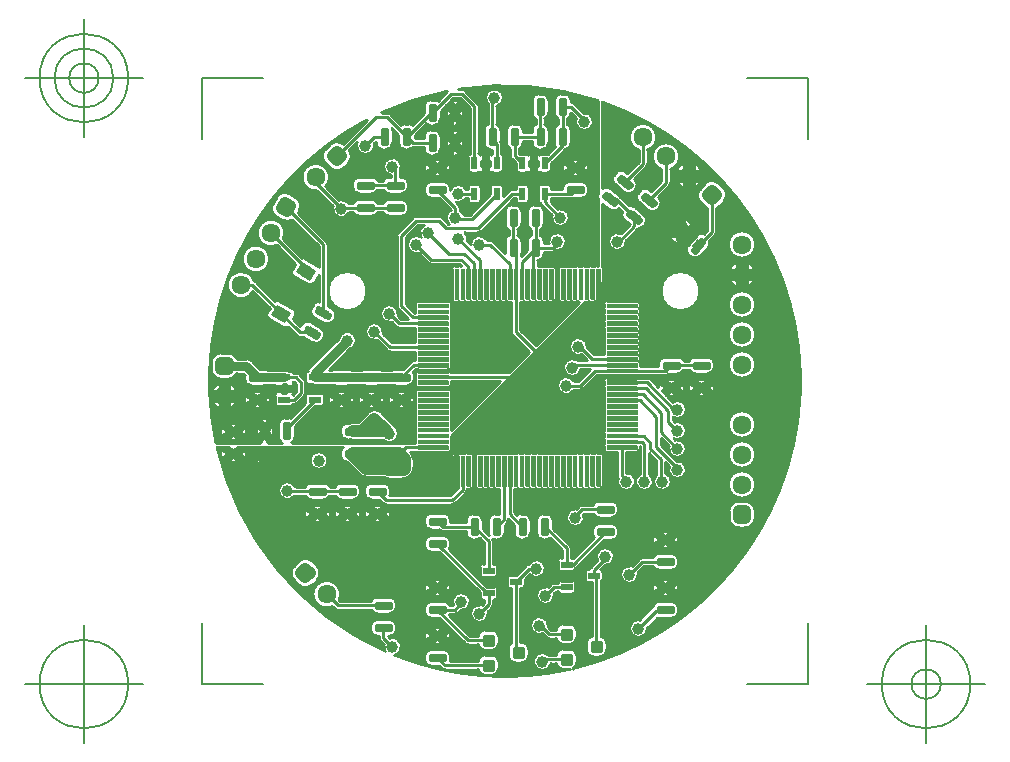
<source format=gbr>
G04 Generated by Ultiboard 13.0 *
%FSLAX25Y25*%
%MOIN*%

%ADD10C,0.00001*%
%ADD11C,0.01000*%
%ADD12C,0.03000*%
%ADD13C,0.04000*%
%ADD14C,0.05000*%
%ADD15C,0.00500*%
%ADD16C,0.03937*%
%ADD17R,0.01181X0.10000*%
%ADD18C,0.00001*%
%ADD19R,0.10000X0.01181*%
%ADD20R,0.04168X0.01084*%
%ADD21C,0.01666*%
%ADD22R,0.04331X0.02362*%
%ADD23R,0.01084X0.04168*%
%ADD24C,0.06334*%
%ADD25R,0.02083X0.02083*%
%ADD26C,0.03917*%
%ADD27P,0.03889X4X15*%
%ADD28P,0.05567X4X15*%
%ADD29P,0.02945X4X15*%
%ADD30P,0.02945X4*%
%ADD31R,0.02362X0.04331*%
%ADD32P,0.03889X4X5*%
%ADD33P,0.02945X4X5*%
%ADD34R,0.02334X0.02334*%
%ADD35R,0.03937X0.02362*%


G04 ColorRGB 80FF80 for the following layer *
%LNCopper Top*%
%LPD*%
G54D10*
G36*
X167007Y255456D02*
G75*
D01*
G02X157205Y66677I-32507J-92956*
G01*
G75*
D01*
G03X158411Y68666I-1037J1989*
G01*
X158411Y68666D01*
X158411Y71000D01*
G74*
D01*
G03X156167Y73244I2244J0*
G01*
X156167Y73244D01*
X153833Y73244D01*
G75*
D01*
G03X151615Y71341I0J-2244*
G01*
X151615Y71341D01*
X148826Y71341D01*
G75*
D01*
G03X149891Y68326I-1825J-2340*
G01*
X149891Y68326D01*
X151615Y68326D01*
G75*
D01*
G03X153833Y66423I2217J340*
G01*
X153833Y66423D01*
X156103Y66423D01*
G75*
D01*
G02X97765Y71132I-21604J96076*
G01*
G75*
D01*
G03X96257Y76874I-754J2871*
G01*
X96257Y76874D01*
X95667Y77464D01*
X96084Y77464D01*
G75*
D01*
G03X98328Y79708I0J2244*
G01*
X98328Y79708D01*
X98328Y80792D01*
G74*
D01*
G03X96084Y83036I2244J0*
G01*
X96084Y83036D01*
X91916Y83036D01*
G75*
D01*
G03X89672Y80792I0J-2244*
G01*
X89672Y80792D01*
X89672Y79708D01*
G75*
D01*
G03X91916Y77464I2244J0*
G01*
X91916Y77464D01*
X92493Y77464D01*
X92493Y77003D01*
G75*
D01*
G03X92934Y75934I1507J-4*
G01*
X92934Y75934D01*
X94126Y74743D01*
G75*
D01*
G03X94407Y72555I2873J-743*
G01*
G74*
D01*
G02X38514Y140493I40092J89945*
G01*
X38514Y140493D01*
X42341Y140493D01*
X44000Y139425D01*
X45659Y140493D01*
X80452Y140493D01*
G74*
D01*
G03X79672Y138792I1464J1701*
G01*
X79672Y138792D01*
X79672Y137708D01*
G75*
D01*
G03X81810Y135467I2244J0*
G01*
X81810Y135467D01*
X85763Y131513D01*
G74*
D01*
G03X87080Y130683I2487J2487*
G01*
G75*
D01*
G03X88250Y130483I1169J3317*
G01*
X88250Y130483D01*
X93693Y130483D01*
G75*
D01*
G03X95503Y129983I1807J3016*
G01*
X95503Y129983D01*
X100500Y129983D01*
G75*
D01*
G03X104017Y133500I0J3517*
G01*
X104017Y133500D01*
X104017Y136500D01*
G74*
D01*
G03X103098Y138871I3517J0*
G01*
X103098Y138871D01*
X105120Y138871D01*
G75*
D01*
G03X105579Y138762I460J915*
G01*
X105579Y138762D01*
X115579Y138762D01*
G75*
D01*
G03X116604Y139787I0J1025*
G01*
X116604Y139787D01*
X116604Y140968D01*
G74*
D01*
G03X116525Y141362I1025J1*
G01*
G75*
D01*
G03X116604Y141756I-945J394*
G01*
X116604Y141756D01*
X116604Y142937D01*
G74*
D01*
G03X116525Y143331I1025J1*
G01*
G75*
D01*
G03X116604Y143724I-945J394*
G01*
X116604Y143724D01*
X116604Y144179D01*
X127464Y155040D01*
X127873Y155448D01*
X127889Y155464D01*
X161321Y188896D01*
X162276Y188896D01*
G74*
D01*
G03X162669Y188975I2J1025*
G01*
G75*
D01*
G03X163063Y188896I394J945*
G01*
X163063Y188896D01*
X164244Y188896D01*
G74*
D01*
G03X164638Y188975I1J1025*
G01*
G75*
D01*
G03X165032Y188896I394J945*
G01*
X165032Y188896D01*
X165049Y188896D01*
X165049Y189287D01*
G75*
D01*
G03X165269Y189921I-804J634*
G01*
X165269Y189921D01*
X165269Y192845D01*
X166195Y193770D01*
X166195Y188896D01*
X166213Y188896D01*
G75*
D01*
G03X167238Y189921I0J1025*
G01*
X167238Y189921D01*
X167238Y194348D01*
X166739Y194348D01*
G75*
D01*
G03X167007Y195207I-1239J858*
G01*
X167007Y195207D01*
X167007Y195494D01*
X167238Y195494D01*
X167238Y199921D01*
G74*
D01*
G03X167007Y200569I1025J0*
G01*
X167007Y200569D01*
X167007Y221658D01*
X169395Y219654D01*
G75*
D01*
G03X172556Y219930I1442J1719*
G01*
X172556Y219930D01*
X172601Y219984D01*
X173603Y218982D01*
G75*
D01*
G03X174202Y216333I2041J-931*
G01*
X174202Y216333D01*
X176082Y214755D01*
X176082Y214714D01*
X173118Y211750D01*
G75*
D01*
G03X174951Y209320I-1118J-2749*
G01*
X174951Y209320D01*
X178653Y213022D01*
G74*
D01*
G03X178752Y213130I1059J1070*
G01*
G75*
D01*
G03X180556Y213930I85J2242*
G01*
X180556Y213930D01*
X181253Y214761D01*
G75*
D01*
G03X180977Y217922I-1718J1443*
G01*
X180977Y217922D01*
X177784Y220601D01*
G75*
D01*
G03X175791Y221057I-1442J-1719*
G01*
X175791Y221057D01*
X173402Y223446D01*
G74*
D01*
G03X172977Y223922I1869J1241*
G01*
X172977Y223922D01*
X172666Y224183D01*
X172657Y224191D01*
G74*
D01*
G03X172443Y224370I1069J1061*
G01*
X172443Y224370D01*
X169784Y226601D01*
G75*
D01*
G03X167007Y226686I-1442J-1718*
G01*
X167007Y226686D01*
X167007Y255456D01*
D02*
G37*
%LPC*%
G36*
X127061Y89631D02*
X127061Y89631D01*
X127522Y89631D01*
X127522Y88654D01*
X126743Y87874D01*
G75*
D01*
G03X128874Y85743I-743J-2874*
G01*
X128874Y85743D01*
X130093Y86962D01*
G75*
D01*
G03X130537Y88030I-1062J1068*
G01*
X130537Y88030D01*
X130537Y89631D01*
X130998Y89631D01*
G75*
D01*
G03X132003Y90636I0J1005*
G01*
X132003Y90636D01*
X132003Y92998D01*
G74*
D01*
G03X130998Y94003I1005J0*
G01*
X130998Y94003D01*
X128379Y94003D01*
X127464Y94917D01*
X115938Y106444D01*
G75*
D01*
G03X116328Y107708I-1853J1264*
G01*
X116328Y107708D01*
X116328Y108792D01*
G74*
D01*
G03X114084Y111036I2244J0*
G01*
X114084Y111036D01*
X109916Y111036D01*
G75*
D01*
G03X107672Y108792I0J-2244*
G01*
X107672Y108792D01*
X107672Y107708D01*
G75*
D01*
G03X109916Y105464I2244J0*
G01*
X109916Y105464D01*
X112654Y105464D01*
X126056Y92062D01*
X126056Y90636D01*
G75*
D01*
G03X127061Y89631I1005J0*
G01*
D02*
G37*
G36*
X127833Y72756D02*
X127833Y72756D01*
X130167Y72756D01*
G75*
D01*
G03X132411Y75000I0J2244*
G01*
X132411Y75000D01*
X132411Y77334D01*
G74*
D01*
G03X130167Y79577I2244J1*
G01*
X130167Y79577D01*
X127833Y79577D01*
G75*
D01*
G03X125615Y77674I-1J-2243*
G01*
X125615Y77674D01*
X122708Y77674D01*
X115938Y84444D01*
G74*
D01*
G03X116110Y84743I1853J1265*
G01*
X116110Y84743D01*
X117750Y84743D01*
G74*
D01*
G03X118818Y85186I1J1507*
G01*
X118818Y85186D01*
X119680Y86049D01*
G75*
D01*
G03X117250Y87882I319J2951*
G01*
X117250Y87882D01*
X117126Y87757D01*
X116110Y87757D01*
G74*
D01*
G03X114084Y89036I2026J965*
G01*
X114084Y89036D01*
X109916Y89036D01*
G75*
D01*
G03X107672Y86792I0J-2244*
G01*
X107672Y86792D01*
X107672Y85708D01*
G75*
D01*
G03X109916Y83464I2244J0*
G01*
X109916Y83464D01*
X112654Y83464D01*
X121018Y75101D01*
G75*
D01*
G03X122084Y74659I1066J1064*
G01*
X122084Y74659D01*
X125615Y74659D01*
G75*
D01*
G03X127833Y72756I2218J341*
G01*
D02*
G37*
G36*
X127833Y64423D02*
X127833Y64423D01*
X130167Y64423D01*
G75*
D01*
G03X132411Y66666I1J2243*
G01*
X132411Y66666D01*
X132411Y69000D01*
G74*
D01*
G03X130167Y71244I2244J0*
G01*
X130167Y71244D01*
X127833Y71244D01*
G75*
D01*
G03X125615Y69341I0J-2244*
G01*
X125615Y69341D01*
X116298Y69341D01*
G75*
D01*
G03X116328Y69708I-2214J366*
G01*
X116328Y69708D01*
X116328Y70792D01*
G74*
D01*
G03X114084Y73036I2244J0*
G01*
X114084Y73036D01*
X109916Y73036D01*
G75*
D01*
G03X107672Y70792I0J-2244*
G01*
X107672Y70792D01*
X107672Y69708D01*
G75*
D01*
G03X109916Y67464I2244J0*
G01*
X109916Y67464D01*
X112654Y67464D01*
X113351Y66768D01*
G75*
D01*
G03X114418Y66326I1066J1064*
G01*
X114418Y66326D01*
X125615Y66326D01*
G75*
D01*
G03X127833Y64423I2217J340*
G01*
D02*
G37*
G36*
X126056Y110062D02*
X126056Y110062D01*
X127464Y108654D01*
X127522Y108596D01*
X127522Y101483D01*
X127061Y101483D01*
G75*
D01*
G03X126056Y100478I0J-1005*
G01*
X126056Y100478D01*
X126056Y98116D01*
G75*
D01*
G03X127061Y97111I1005J0*
G01*
X127061Y97111D01*
X130998Y97111D01*
G75*
D01*
G03X132003Y98116I0J1005*
G01*
X132003Y98116D01*
X132003Y100478D01*
G74*
D01*
G03X130998Y101483I1005J0*
G01*
X130998Y101483D01*
X130537Y101483D01*
X130537Y109220D01*
G74*
D01*
G03X130413Y109818I1507J1*
G01*
G75*
D01*
G03X131208Y109672I796J2097*
G01*
X131208Y109672D01*
X132292Y109672D01*
G75*
D01*
G03X134536Y111916I0J2244*
G01*
X134536Y111916D01*
X134536Y114654D01*
X135190Y115308D01*
G75*
D01*
G03X135633Y116376I-1064J1067*
G01*
X135633Y116376D01*
X135633Y116485D01*
X137464Y114654D01*
X137464Y111916D01*
G75*
D01*
G03X139708Y109672I2244J0*
G01*
X139708Y109672D01*
X140792Y109672D01*
G75*
D01*
G03X143036Y111916I0J2244*
G01*
X143036Y111916D01*
X143036Y116084D01*
G74*
D01*
G03X140792Y118328I2244J0*
G01*
X140792Y118328D01*
X139708Y118328D01*
G75*
D01*
G03X138444Y117938I0J-2244*
G01*
X138444Y117938D01*
X137602Y118780D01*
X137602Y126554D01*
X138654Y126554D01*
G74*
D01*
G03X139047Y126632I1J1025*
G01*
G75*
D01*
G03X139441Y126554I392J947*
G01*
X139441Y126554D01*
X140622Y126554D01*
G74*
D01*
G03X141016Y126632I2J1025*
G01*
G75*
D01*
G03X141409Y126554I392J947*
G01*
X141409Y126554D01*
X142591Y126554D01*
G74*
D01*
G03X142984Y126632I1J1025*
G01*
G75*
D01*
G03X143378Y126554I392J947*
G01*
X143378Y126554D01*
X144559Y126554D01*
G74*
D01*
G03X144953Y126632I2J1025*
G01*
G75*
D01*
G03X145346Y126554I392J947*
G01*
X145346Y126554D01*
X146528Y126554D01*
G74*
D01*
G03X146921Y126632I1J1025*
G01*
G75*
D01*
G03X147315Y126554I392J947*
G01*
X147315Y126554D01*
X148496Y126554D01*
G74*
D01*
G03X148890Y126632I2J1025*
G01*
G75*
D01*
G03X149283Y126554I392J947*
G01*
X149283Y126554D01*
X150465Y126554D01*
G74*
D01*
G03X150858Y126632I1J1025*
G01*
G75*
D01*
G03X151252Y126554I392J947*
G01*
X151252Y126554D01*
X152433Y126554D01*
G74*
D01*
G03X152827Y126632I2J1025*
G01*
G75*
D01*
G03X153220Y126554I392J947*
G01*
X153220Y126554D01*
X154402Y126554D01*
G74*
D01*
G03X154795Y126632I1J1025*
G01*
G75*
D01*
G03X155189Y126554I392J947*
G01*
X155189Y126554D01*
X156370Y126554D01*
G74*
D01*
G03X156764Y126632I2J1025*
G01*
G75*
D01*
G03X157158Y126554I392J947*
G01*
X157158Y126554D01*
X158339Y126554D01*
G74*
D01*
G03X158732Y126632I1J1025*
G01*
G75*
D01*
G03X159126Y126554I392J947*
G01*
X159126Y126554D01*
X160307Y126554D01*
G74*
D01*
G03X160701Y126632I2J1025*
G01*
G75*
D01*
G03X161095Y126554I392J947*
G01*
X161095Y126554D01*
X162276Y126554D01*
G74*
D01*
G03X162669Y126632I1J1025*
G01*
G75*
D01*
G03X163063Y126554I392J947*
G01*
X163063Y126554D01*
X164244Y126554D01*
G74*
D01*
G03X164638Y126632I2J1025*
G01*
G75*
D01*
G03X165032Y126554I392J947*
G01*
X165032Y126554D01*
X166213Y126554D01*
G75*
D01*
G03X167238Y127579I0J1025*
G01*
X167238Y127579D01*
X167238Y137579D01*
G74*
D01*
G03X166213Y138604I1025J0*
G01*
X166213Y138604D01*
X165032Y138604D01*
G75*
D01*
G03X164638Y138525I1J-1025*
G01*
G74*
D01*
G03X164244Y138604I394J945*
G01*
X164244Y138604D01*
X163063Y138604D01*
G75*
D01*
G03X162669Y138525I1J-1025*
G01*
G74*
D01*
G03X162276Y138604I394J945*
G01*
X162276Y138604D01*
X161095Y138604D01*
G75*
D01*
G03X160701Y138525I1J-1025*
G01*
G74*
D01*
G03X160307Y138604I394J945*
G01*
X160307Y138604D01*
X159126Y138604D01*
G75*
D01*
G03X158732Y138525I1J-1025*
G01*
G74*
D01*
G03X158339Y138604I394J945*
G01*
X158339Y138604D01*
X157158Y138604D01*
G75*
D01*
G03X156764Y138525I1J-1025*
G01*
G74*
D01*
G03X156370Y138604I394J945*
G01*
X156370Y138604D01*
X155189Y138604D01*
G75*
D01*
G03X154795Y138525I1J-1025*
G01*
G74*
D01*
G03X154402Y138604I394J945*
G01*
X154402Y138604D01*
X153220Y138604D01*
G75*
D01*
G03X152827Y138525I2J-1025*
G01*
G74*
D01*
G03X152433Y138604I394J945*
G01*
X152433Y138604D01*
X151252Y138604D01*
G75*
D01*
G03X150858Y138525I1J-1025*
G01*
G74*
D01*
G03X150465Y138604I394J945*
G01*
X150465Y138604D01*
X149283Y138604D01*
G75*
D01*
G03X148890Y138525I2J-1025*
G01*
G74*
D01*
G03X148496Y138604I394J945*
G01*
X148496Y138604D01*
X147315Y138604D01*
G75*
D01*
G03X146921Y138525I1J-1025*
G01*
G74*
D01*
G03X146528Y138604I394J945*
G01*
X146528Y138604D01*
X145346Y138604D01*
G75*
D01*
G03X144953Y138525I2J-1025*
G01*
G74*
D01*
G03X144559Y138604I394J945*
G01*
X144559Y138604D01*
X143378Y138604D01*
G75*
D01*
G03X142984Y138525I1J-1025*
G01*
G74*
D01*
G03X142591Y138604I394J945*
G01*
X142591Y138604D01*
X141409Y138604D01*
G75*
D01*
G03X141016Y138525I2J-1025*
G01*
G74*
D01*
G03X140622Y138604I394J945*
G01*
X140622Y138604D01*
X139441Y138604D01*
G75*
D01*
G03X139047Y138525I1J-1025*
G01*
G74*
D01*
G03X138654Y138604I394J945*
G01*
X138654Y138604D01*
X137472Y138604D01*
G75*
D01*
G03X137079Y138525I2J-1025*
G01*
G74*
D01*
G03X136685Y138604I394J945*
G01*
X136685Y138604D01*
X135504Y138604D01*
G75*
D01*
G03X135110Y138525I1J-1025*
G01*
G74*
D01*
G03X134717Y138604I394J945*
G01*
X134717Y138604D01*
X133535Y138604D01*
G75*
D01*
G03X133142Y138525I2J-1025*
G01*
G74*
D01*
G03X132748Y138604I394J945*
G01*
X132748Y138604D01*
X131567Y138604D01*
G75*
D01*
G03X131173Y138525I1J-1025*
G01*
G74*
D01*
G03X130780Y138604I394J945*
G01*
X130780Y138604D01*
X129598Y138604D01*
G75*
D01*
G03X129205Y138525I2J-1025*
G01*
G74*
D01*
G03X128811Y138604I394J945*
G01*
X128811Y138604D01*
X127630Y138604D01*
G75*
D01*
G03X127236Y138525I1J-1025*
G01*
G74*
D01*
G03X126843Y138604I394J945*
G01*
X126843Y138604D01*
X125661Y138604D01*
G75*
D01*
G03X125268Y138525I2J-1025*
G01*
G74*
D01*
G03X124874Y138604I394J945*
G01*
X124874Y138604D01*
X124856Y138604D01*
X124856Y138213D01*
G74*
D01*
G03X124636Y137579I804J634*
G01*
X124636Y137579D01*
X124636Y127579D01*
G75*
D01*
G03X124856Y126944I1025J0*
G01*
X124856Y126944D01*
X124856Y126554D01*
X124874Y126554D01*
G74*
D01*
G03X125268Y126632I2J1025*
G01*
G75*
D01*
G03X125661Y126554I392J947*
G01*
X125661Y126554D01*
X126843Y126554D01*
G74*
D01*
G03X127236Y126632I1J1025*
G01*
G75*
D01*
G03X127630Y126554I392J947*
G01*
X127630Y126554D01*
X128811Y126554D01*
G74*
D01*
G03X129205Y126632I2J1025*
G01*
G75*
D01*
G03X129598Y126554I392J947*
G01*
X129598Y126554D01*
X130780Y126554D01*
G74*
D01*
G03X131173Y126632I1J1025*
G01*
G75*
D01*
G03X131567Y126554I392J947*
G01*
X131567Y126554D01*
X132619Y126554D01*
X132619Y118304D01*
G74*
D01*
G03X132292Y118328I327J2219*
G01*
X132292Y118328D01*
X131208Y118328D01*
G75*
D01*
G03X128964Y116084I0J-2244*
G01*
X128964Y116084D01*
X128964Y111916D01*
G75*
D01*
G03X129039Y111343I2244J2*
G01*
X129039Y111343D01*
X127464Y112917D01*
X127036Y113346D01*
X127036Y116084D01*
G74*
D01*
G03X124792Y118328I2244J0*
G01*
X124792Y118328D01*
X123708Y118328D01*
G75*
D01*
G03X121464Y116084I0J-2244*
G01*
X121464Y116084D01*
X121464Y115507D01*
X116328Y115507D01*
X116328Y116292D01*
G74*
D01*
G03X114084Y118536I2244J0*
G01*
X114084Y118536D01*
X109916Y118536D01*
G75*
D01*
G03X107672Y116292I0J-2244*
G01*
X107672Y116292D01*
X107672Y115208D01*
G75*
D01*
G03X109916Y112964I2244J0*
G01*
X109916Y112964D01*
X112654Y112964D01*
X112684Y112934D01*
G74*
D01*
G03X113681Y112494I1066J1065*
G01*
G75*
D01*
G03X113750Y112493I56J1506*
G01*
X113750Y112493D01*
X121464Y112493D01*
X121464Y111916D01*
G75*
D01*
G03X123708Y109672I2244J0*
G01*
X123708Y109672D01*
X124792Y109672D01*
G74*
D01*
G03X126056Y110062I0J2244*
G01*
D02*
G37*
G36*
X167396Y155535D02*
G75*
D01*
G03X167475Y155142I1025J2*
G01*
G74*
D01*
G03X167396Y154748I945J394*
G01*
X167396Y154748D01*
X167396Y153567D01*
G75*
D01*
G03X167475Y153173I1025J1*
G01*
G74*
D01*
G03X167396Y152780I945J394*
G01*
X167396Y152780D01*
X167396Y151598D01*
G75*
D01*
G03X167475Y151205I1025J2*
G01*
G74*
D01*
G03X167396Y150811I945J394*
G01*
X167396Y150811D01*
X167396Y149630D01*
G75*
D01*
G03X167475Y149236I1025J1*
G01*
G74*
D01*
G03X167396Y148843I945J394*
G01*
X167396Y148843D01*
X167396Y147661D01*
G75*
D01*
G03X167475Y147268I1025J2*
G01*
G74*
D01*
G03X167396Y146874I945J394*
G01*
X167396Y146874D01*
X167396Y145693D01*
G75*
D01*
G03X167475Y145299I1025J1*
G01*
G74*
D01*
G03X167396Y144905I945J394*
G01*
X167396Y144905D01*
X167396Y143724D01*
G75*
D01*
G03X167475Y143331I1025J2*
G01*
G74*
D01*
G03X167396Y142937I945J394*
G01*
X167396Y142937D01*
X167396Y141756D01*
G75*
D01*
G03X167475Y141362I1025J1*
G01*
G74*
D01*
G03X167396Y140968I945J394*
G01*
X167396Y140968D01*
X167396Y139787D01*
G75*
D01*
G03X168421Y138762I1025J0*
G01*
X168421Y138762D01*
X171914Y138762D01*
X171914Y131081D01*
G75*
D01*
G03X172253Y130126I1507J-3*
G01*
G75*
D01*
G03X174929Y131968I2746J-1125*
G01*
X174929Y131968D01*
X174929Y138762D01*
X178421Y138762D01*
G75*
D01*
G03X179446Y139787I0J1025*
G01*
X179446Y139787D01*
X179446Y140839D01*
X179493Y140839D01*
X179493Y131557D01*
G75*
D01*
G03X182507Y131557I1507J-2557*
G01*
X182507Y131557D01*
X182507Y138361D01*
X184993Y135876D01*
X184993Y131187D01*
G75*
D01*
G03X188007Y131792I2007J-2187*
G01*
X188007Y131792D01*
X188007Y135361D01*
X189250Y134118D01*
G75*
D01*
G03X191680Y135951I2749J-1118*
G01*
X191680Y135951D01*
X186507Y141124D01*
X186507Y143361D01*
X189126Y140743D01*
G75*
D01*
G03X191257Y142874I2874J-743*
G01*
X191257Y142874D01*
X190881Y143250D01*
G75*
D01*
G03X191257Y148874I1117J2750*
G01*
X191257Y148874D01*
X190507Y149624D01*
X190507Y150434D01*
G75*
D01*
G03X190544Y155587I1492J2566*
G01*
X190544Y155587D01*
X188667Y157464D01*
X192084Y157464D01*
G74*
D01*
G03X192455Y157495I1J2244*
G01*
X192455Y157495D01*
X190000Y159075D01*
X188209Y157922D01*
X186780Y159352D01*
X188175Y160250D01*
X185877Y161729D01*
G74*
D01*
G03X185672Y160792I2038J937*
G01*
X185672Y160792D01*
X185672Y160459D01*
X183036Y163095D01*
G74*
D01*
G03X182014Y163538I1067J1062*
G01*
G75*
D01*
G03X181968Y163539I-56J-1506*
G01*
X181968Y163539D01*
X178880Y163539D01*
G74*
D01*
G03X178421Y163647I458J917*
G01*
X178421Y163647D01*
X168421Y163647D01*
G75*
D01*
G03X167787Y163427I1J-1025*
G01*
X167787Y163427D01*
X167396Y163427D01*
X167396Y163409D01*
G75*
D01*
G03X167475Y163016I1025J2*
G01*
G74*
D01*
G03X167396Y162622I945J394*
G01*
X167396Y162622D01*
X167396Y161441D01*
G75*
D01*
G03X167475Y161047I1025J1*
G01*
G74*
D01*
G03X167396Y160654I945J394*
G01*
X167396Y160654D01*
X167396Y159472D01*
G75*
D01*
G03X167475Y159079I1025J2*
G01*
G74*
D01*
G03X167396Y158685I945J394*
G01*
X167396Y158685D01*
X167396Y157504D01*
G75*
D01*
G03X167475Y157110I1025J1*
G01*
G74*
D01*
G03X167396Y156717I945J394*
G01*
X167396Y156717D01*
X167396Y155535D01*
D02*
G37*
G36*
X217298Y155464D02*
G75*
D01*
G03X217298Y155464I-3798J2536*
G01*
D02*
G37*
G36*
X107877Y76271D02*
X107877Y76271D01*
X110175Y77750D01*
X107877Y79229D01*
G74*
D01*
G03X107672Y78292I2038J937*
G01*
X107672Y78292D01*
X107672Y77208D01*
G75*
D01*
G03X107877Y76271I2244J0*
G01*
D02*
G37*
G36*
X109545Y74995D02*
G75*
D01*
G03X109916Y74964I372J2212*
G01*
X109916Y74964D01*
X114084Y74964D01*
G74*
D01*
G03X114455Y74995I1J2244*
G01*
X114455Y74995D01*
X112000Y76575D01*
X109545Y74995D01*
D02*
G37*
G36*
X116123Y76271D02*
G75*
D01*
G03X116328Y77208I-2038J937*
G01*
X116328Y77208D01*
X116328Y78292D01*
G74*
D01*
G03X116123Y79229I2244J0*
G01*
X116123Y79229D01*
X113825Y77750D01*
X116123Y76271D01*
D02*
G37*
G36*
X114455Y80505D02*
G74*
D01*
G03X114084Y80536I372J2212*
G01*
X114084Y80536D01*
X109916Y80536D01*
G75*
D01*
G03X109545Y80505I1J-2244*
G01*
X109545Y80505D01*
X112000Y78925D01*
X114455Y80505D01*
D02*
G37*
G36*
X116123Y92271D02*
G75*
D01*
G03X116328Y93208I-2038J937*
G01*
X116328Y93208D01*
X116328Y94292D01*
G74*
D01*
G03X116123Y95229I2244J0*
G01*
X116123Y95229D01*
X113825Y93750D01*
X116123Y92271D01*
D02*
G37*
G36*
X109545Y90995D02*
G75*
D01*
G03X109916Y90964I372J2212*
G01*
X109916Y90964D01*
X114084Y90964D01*
G74*
D01*
G03X114455Y90995I1J2244*
G01*
X114455Y90995D01*
X112000Y92575D01*
X109545Y90995D01*
D02*
G37*
G36*
X107877Y92271D02*
X107877Y92271D01*
X110175Y93750D01*
X107877Y95229D01*
G74*
D01*
G03X107672Y94292I2038J937*
G01*
X107672Y94292D01*
X107672Y93208D01*
G75*
D01*
G03X107877Y92271I2244J0*
G01*
D02*
G37*
G36*
X114455Y96505D02*
G74*
D01*
G03X114084Y96536I372J2212*
G01*
X114084Y96536D01*
X109916Y96536D01*
G75*
D01*
G03X109545Y96505I1J-2244*
G01*
X109545Y96505D01*
X112000Y94925D01*
X114455Y96505D01*
D02*
G37*
G36*
X77054Y87315D02*
X77054Y87315D01*
X77684Y86684D01*
G74*
D01*
G03X78194Y86349I1065J1066*
G01*
G75*
D01*
G03X78750Y86243I555J1401*
G01*
X78750Y86243D01*
X89890Y86243D01*
G75*
D01*
G03X91916Y84964I2026J965*
G01*
X91916Y84964D01*
X96084Y84964D01*
G75*
D01*
G03X98328Y87208I0J2244*
G01*
X98328Y87208D01*
X98328Y88292D01*
G74*
D01*
G03X96084Y90536I2244J0*
G01*
X96084Y90536D01*
X91916Y90536D01*
G75*
D01*
G03X89890Y89257I0J-2244*
G01*
X89890Y89257D01*
X79374Y89257D01*
X79185Y89446D01*
G75*
D01*
G03X77054Y87315I-4113J1982*
G01*
D02*
G37*
G36*
X65614Y102359D02*
X65614Y102359D01*
X64141Y100886D01*
G75*
D01*
G03X64141Y96114I2386J-2386*
G01*
X64141Y96114D01*
X65614Y94641D01*
G75*
D01*
G03X70386Y94641I2386J2386*
G01*
X70386Y94641D01*
X71859Y96114D01*
G75*
D01*
G03X71859Y100886I-2386J2386*
G01*
X71859Y100886D01*
X70386Y102359D01*
G75*
D01*
G03X65614Y102359I-2386J-2386*
G01*
D02*
G37*
G36*
X67877Y116771D02*
X67877Y116771D01*
X70175Y118250D01*
X67877Y119729D01*
G74*
D01*
G03X67672Y118792I2038J937*
G01*
X67672Y118792D01*
X67672Y117708D01*
G75*
D01*
G03X67877Y116771I2244J0*
G01*
D02*
G37*
G36*
X69545Y115495D02*
G75*
D01*
G03X69916Y115464I372J2212*
G01*
X69916Y115464D01*
X74084Y115464D01*
G74*
D01*
G03X74455Y115495I1J2244*
G01*
X74455Y115495D01*
X72000Y117075D01*
X69545Y115495D01*
D02*
G37*
G36*
X76123Y116771D02*
G75*
D01*
G03X76328Y117708I-2038J937*
G01*
X76328Y117708D01*
X76328Y118792D01*
G74*
D01*
G03X76123Y119729I2244J0*
G01*
X76123Y119729D01*
X73825Y118250D01*
X76123Y116771D01*
D02*
G37*
G36*
X74455Y121005D02*
G74*
D01*
G03X74084Y121036I372J2212*
G01*
X74084Y121036D01*
X69916Y121036D01*
G75*
D01*
G03X69545Y121005I1J-2244*
G01*
X69545Y121005D01*
X72000Y119425D01*
X74455Y121005D01*
D02*
G37*
G36*
X77877Y116771D02*
X77877Y116771D01*
X80175Y118250D01*
X77877Y119729D01*
G74*
D01*
G03X77672Y118792I2038J937*
G01*
X77672Y118792D01*
X77672Y117708D01*
G75*
D01*
G03X77877Y116771I2244J0*
G01*
D02*
G37*
G36*
X79545Y115495D02*
G75*
D01*
G03X79916Y115464I372J2212*
G01*
X79916Y115464D01*
X84084Y115464D01*
G74*
D01*
G03X84455Y115495I1J2244*
G01*
X84455Y115495D01*
X82000Y117075D01*
X79545Y115495D01*
D02*
G37*
G36*
X86123Y116771D02*
G75*
D01*
G03X86328Y117708I-2038J937*
G01*
X86328Y117708D01*
X86328Y118792D01*
G74*
D01*
G03X86123Y119729I2244J0*
G01*
X86123Y119729D01*
X83825Y118250D01*
X86123Y116771D01*
D02*
G37*
G36*
X84455Y121005D02*
G74*
D01*
G03X84084Y121036I372J2212*
G01*
X84084Y121036D01*
X79916Y121036D01*
G75*
D01*
G03X79545Y121005I1J-2244*
G01*
X79545Y121005D01*
X82000Y119425D01*
X84455Y121005D01*
D02*
G37*
G36*
X87877Y116771D02*
X87877Y116771D01*
X90175Y118250D01*
X87877Y119729D01*
G74*
D01*
G03X87672Y118792I2038J937*
G01*
X87672Y118792D01*
X87672Y117708D01*
G75*
D01*
G03X87877Y116771I2244J0*
G01*
D02*
G37*
G36*
X89545Y115495D02*
G75*
D01*
G03X89916Y115464I372J2212*
G01*
X89916Y115464D01*
X94084Y115464D01*
G74*
D01*
G03X94455Y115495I1J2244*
G01*
X94455Y115495D01*
X92000Y117075D01*
X89545Y115495D01*
D02*
G37*
G36*
X96123Y116771D02*
G75*
D01*
G03X96328Y117708I-2038J937*
G01*
X96328Y117708D01*
X96328Y118792D01*
G74*
D01*
G03X96123Y119729I2244J0*
G01*
X96123Y119729D01*
X93825Y118250D01*
X96123Y116771D01*
D02*
G37*
G36*
X94455Y121005D02*
G74*
D01*
G03X94084Y121036I372J2212*
G01*
X94084Y121036D01*
X89916Y121036D01*
G75*
D01*
G03X89545Y121005I1J-2244*
G01*
X89545Y121005D01*
X92000Y119425D01*
X94455Y121005D01*
D02*
G37*
G36*
X77890Y124243D02*
G75*
D01*
G03X79916Y122964I2026J965*
G01*
X79916Y122964D01*
X84084Y122964D01*
G75*
D01*
G03X86328Y125208I0J2244*
G01*
X86328Y125208D01*
X86328Y126292D01*
G74*
D01*
G03X84084Y128536I2244J0*
G01*
X84084Y128536D01*
X79916Y128536D01*
G75*
D01*
G03X77890Y127257I0J-2244*
G01*
X77890Y127257D01*
X76110Y127257D01*
G74*
D01*
G03X74084Y128536I2026J965*
G01*
X74084Y128536D01*
X69916Y128536D01*
G75*
D01*
G03X67890Y127257I0J-2244*
G01*
X67890Y127257D01*
X64689Y127257D01*
G75*
D01*
G03X64393Y124243I-2688J-1258*
G01*
X64393Y124243D01*
X67890Y124243D01*
G75*
D01*
G03X69916Y122964I2026J965*
G01*
X69916Y122964D01*
X74084Y122964D01*
G74*
D01*
G03X76110Y124243I0J2244*
G01*
X76110Y124243D01*
X77890Y124243D01*
D02*
G37*
G36*
X118951Y138213D02*
G74*
D01*
G03X118731Y137579I804J634*
G01*
X118731Y137579D01*
X118731Y127579D01*
G75*
D01*
G03X118839Y127120I1025J-1*
G01*
X118839Y127120D01*
X118839Y126971D01*
X116222Y124354D01*
X96159Y124354D01*
G75*
D01*
G03X96328Y125208I-2074J854*
G01*
X96328Y125208D01*
X96328Y126292D01*
G74*
D01*
G03X94084Y128536I2244J0*
G01*
X94084Y128536D01*
X89916Y128536D01*
G75*
D01*
G03X87672Y126292I0J-2244*
G01*
X87672Y126292D01*
X87672Y125208D01*
G75*
D01*
G03X89916Y122964I2244J0*
G01*
X89916Y122964D01*
X92654Y122964D01*
X93838Y121781D01*
G74*
D01*
G03X94679Y121356I1066J1064*
G01*
G75*
D01*
G03X94904Y121339I226J1489*
G01*
X94904Y121339D01*
X116846Y121339D01*
G75*
D01*
G03X116919Y121341I-5J1507*
G01*
G74*
D01*
G03X117914Y121783I73J1504*
G01*
X117914Y121783D01*
X121410Y125279D01*
G75*
D01*
G03X121854Y126346I-1062J1068*
G01*
X121854Y126346D01*
X121854Y126554D01*
X122905Y126554D01*
G74*
D01*
G03X123299Y126632I2J1025*
G01*
G75*
D01*
G03X123693Y126554I392J947*
G01*
X123693Y126554D01*
X123711Y126554D01*
X123711Y126944D01*
G75*
D01*
G03X123930Y127579I-807J634*
G01*
X123930Y127579D01*
X123930Y137579D01*
G74*
D01*
G03X123711Y138213I1025J1*
G01*
X123711Y138213D01*
X123711Y138604D01*
X123693Y138604D01*
G75*
D01*
G03X123299Y138525I1J-1025*
G01*
G74*
D01*
G03X122905Y138604I394J945*
G01*
X122905Y138604D01*
X121724Y138604D01*
G75*
D01*
G03X121331Y138525I2J-1025*
G01*
G74*
D01*
G03X120937Y138604I394J945*
G01*
X120937Y138604D01*
X119756Y138604D01*
G75*
D01*
G03X119362Y138525I1J-1025*
G01*
G74*
D01*
G03X118968Y138604I394J945*
G01*
X118968Y138604D01*
X118951Y138604D01*
X118951Y138213D01*
D02*
G37*
G36*
X117787Y126554D02*
X117787Y126554D01*
X117805Y126554D01*
X117805Y132006D01*
X116762Y132006D01*
X116762Y127579D01*
G75*
D01*
G03X117787Y126554I1025J0*
G01*
D02*
G37*
G36*
X52819Y134000D02*
G75*
D01*
G03X52819Y134000I1181J0*
G01*
D02*
G37*
G36*
X56776Y132947D02*
X56776Y132947D01*
X55053Y132947D01*
X55053Y131224D01*
G74*
D01*
G03X56776Y132947I1053J2776*
G01*
D02*
G37*
G36*
X52947Y131224D02*
X52947Y131224D01*
X52947Y132947D01*
X51224Y132947D01*
G74*
D01*
G03X52947Y131224I2776J1053*
G01*
D02*
G37*
G36*
X55053Y136776D02*
X55053Y136776D01*
X55053Y135053D01*
X56776Y135053D01*
G74*
D01*
G03X55053Y136776I2776J1053*
G01*
D02*
G37*
G36*
X51224Y135053D02*
X51224Y135053D01*
X52947Y135053D01*
X52947Y136776D01*
G74*
D01*
G03X51224Y135053I1053J2776*
G01*
D02*
G37*
G36*
X69531Y136000D02*
G75*
D01*
G03X69531Y136000I2969J0*
G01*
D02*
G37*
G36*
X117787Y138604D02*
G75*
D01*
G03X116762Y137579I0J-1025*
G01*
X116762Y137579D01*
X116762Y133152D01*
X117805Y133152D01*
X117805Y138604D01*
X117787Y138604D01*
D02*
G37*
G36*
X48123Y136771D02*
G75*
D01*
G03X48328Y137708I-2038J937*
G01*
X48328Y137708D01*
X48328Y138792D01*
G74*
D01*
G03X48123Y139729I2244J0*
G01*
X48123Y139729D01*
X45825Y138250D01*
X48123Y136771D01*
D02*
G37*
G36*
X41545Y135495D02*
G75*
D01*
G03X41916Y135464I372J2212*
G01*
X41916Y135464D01*
X46084Y135464D01*
G74*
D01*
G03X46455Y135495I1J2244*
G01*
X46455Y135495D01*
X44000Y137075D01*
X41545Y135495D01*
D02*
G37*
G36*
X39877Y136771D02*
X39877Y136771D01*
X42175Y138250D01*
X39877Y139729D01*
G74*
D01*
G03X39672Y138792I2038J937*
G01*
X39672Y138792D01*
X39672Y137708D01*
G75*
D01*
G03X39877Y136771I2244J0*
G01*
D02*
G37*
G36*
X208933Y148000D02*
G75*
D01*
G03X208933Y148000I4567J0*
G01*
D02*
G37*
G36*
X208933Y138000D02*
G75*
D01*
G03X208933Y138000I4567J0*
G01*
D02*
G37*
G36*
X212458Y113584D02*
X212458Y113584D01*
X214542Y113584D01*
G75*
D01*
G03X217916Y116959I-1J3375*
G01*
X217916Y116959D01*
X217916Y119042D01*
G74*
D01*
G03X214542Y122416I3374J0*
G01*
X214542Y122416D01*
X212458Y122416D01*
G75*
D01*
G03X209084Y119042I0J-3374*
G01*
X209084Y119042D01*
X209084Y116959D01*
G75*
D01*
G03X212458Y113584I3374J-1*
G01*
D02*
G37*
G36*
X190455Y112505D02*
G74*
D01*
G03X190084Y112536I372J2212*
G01*
X190084Y112536D01*
X185916Y112536D01*
G75*
D01*
G03X185545Y112505I1J-2244*
G01*
X185545Y112505D01*
X188000Y110925D01*
X190455Y112505D01*
D02*
G37*
G36*
X192123Y108271D02*
G75*
D01*
G03X192328Y109208I-2038J937*
G01*
X192328Y109208D01*
X192328Y110292D01*
G74*
D01*
G03X192123Y111229I2244J0*
G01*
X192123Y111229D01*
X189825Y109750D01*
X192123Y108271D01*
D02*
G37*
G36*
X185545Y106995D02*
G75*
D01*
G03X185916Y106964I372J2212*
G01*
X185916Y106964D01*
X190084Y106964D01*
G74*
D01*
G03X190455Y106995I1J2244*
G01*
X190455Y106995D01*
X188000Y108575D01*
X185545Y106995D01*
D02*
G37*
G36*
X183877Y108271D02*
X183877Y108271D01*
X186175Y109750D01*
X183877Y111229D01*
G74*
D01*
G03X183672Y110292I2038J937*
G01*
X183672Y110292D01*
X183672Y109208D01*
G75*
D01*
G03X183877Y108271I2244J0*
G01*
D02*
G37*
G36*
X178874Y98743D02*
X178874Y98743D01*
X180874Y100743D01*
X183890Y100743D01*
G75*
D01*
G03X185916Y99464I2026J965*
G01*
X185916Y99464D01*
X190084Y99464D01*
G75*
D01*
G03X192328Y101708I0J2244*
G01*
X192328Y101708D01*
X192328Y102792D01*
G74*
D01*
G03X190084Y105036I2244J0*
G01*
X190084Y105036D01*
X185916Y105036D01*
G75*
D01*
G03X183890Y103757I0J-2244*
G01*
X183890Y103757D01*
X180250Y103757D01*
G75*
D01*
G03X179749Y103671I1J-1507*
G01*
G74*
D01*
G03X179184Y103316I499J1421*
G01*
X179184Y103316D01*
X176743Y100874D01*
G75*
D01*
G03X178874Y98743I-743J-2874*
G01*
D02*
G37*
G36*
X190455Y96505D02*
G74*
D01*
G03X190084Y96536I372J2212*
G01*
X190084Y96536D01*
X185916Y96536D01*
G75*
D01*
G03X185545Y96505I1J-2244*
G01*
X185545Y96505D01*
X188000Y94925D01*
X190455Y96505D01*
D02*
G37*
G36*
X192123Y92271D02*
G75*
D01*
G03X192328Y93208I-2038J937*
G01*
X192328Y93208D01*
X192328Y94292D01*
G74*
D01*
G03X192123Y95229I2244J0*
G01*
X192123Y95229D01*
X189825Y93750D01*
X192123Y92271D01*
D02*
G37*
G36*
X185545Y90995D02*
G75*
D01*
G03X185916Y90964I372J2212*
G01*
X185916Y90964D01*
X190084Y90964D01*
G74*
D01*
G03X190455Y90995I1J2244*
G01*
X190455Y90995D01*
X188000Y92575D01*
X185545Y90995D01*
D02*
G37*
G36*
X183877Y92271D02*
X183877Y92271D01*
X186175Y93750D01*
X183877Y95229D01*
G74*
D01*
G03X183672Y94292I2038J937*
G01*
X183672Y94292D01*
X183672Y93208D01*
G75*
D01*
G03X183877Y92271I2244J0*
G01*
D02*
G37*
G36*
X150874Y91743D02*
X150874Y91743D01*
X151441Y92310D01*
X152111Y92310D01*
G75*
D01*
G03X153061Y91631I950J325*
G01*
X153061Y91631D01*
X156998Y91631D01*
G75*
D01*
G03X158003Y92636I0J1005*
G01*
X158003Y92636D01*
X158003Y94998D01*
G74*
D01*
G03X156998Y96003I1005J0*
G01*
X156998Y96003D01*
X153061Y96003D01*
G75*
D01*
G03X152111Y95324I1J-1005*
G01*
X152111Y95324D01*
X150817Y95324D01*
G75*
D01*
G03X150456Y95280I0J-1507*
G01*
G74*
D01*
G03X149751Y94883I359J1463*
G01*
X149751Y94883D01*
X148743Y93874D01*
G75*
D01*
G03X150874Y91743I-743J-2874*
G01*
D02*
G37*
G36*
X179124Y82966D02*
G75*
D01*
G03X181966Y80124I-123J-2965*
G01*
X181966Y80124D01*
X185373Y83531D01*
G75*
D01*
G03X185916Y83464I544J2176*
G01*
X185916Y83464D01*
X190084Y83464D01*
G75*
D01*
G03X192328Y85708I0J2244*
G01*
X192328Y85708D01*
X192328Y86792D01*
G74*
D01*
G03X190084Y89036I2244J0*
G01*
X190084Y89036D01*
X185916Y89036D01*
G75*
D01*
G03X183839Y87640I1J-2244*
G01*
G74*
D01*
G03X183579Y87421I1160J1641*
G01*
X183579Y87421D01*
X179124Y82966D01*
D02*
G37*
G36*
X148951Y80680D02*
G75*
D01*
G03X147118Y78250I-2951J319*
G01*
X147118Y78250D01*
X148268Y77101D01*
G74*
D01*
G03X149202Y76665I1066J1064*
G01*
G75*
D01*
G03X149333Y76659I134J1501*
G01*
X149333Y76659D01*
X151615Y76659D01*
G75*
D01*
G03X153833Y74756I2218J341*
G01*
X153833Y74756D01*
X156167Y74756D01*
G75*
D01*
G03X158411Y77000I0J2244*
G01*
X158411Y77000D01*
X158411Y79334D01*
G74*
D01*
G03X156167Y81577I2244J1*
G01*
X156167Y81577D01*
X153833Y81577D01*
G75*
D01*
G03X151615Y79674I-1J-2243*
G01*
X151615Y79674D01*
X149958Y79674D01*
X148951Y80680D01*
D02*
G37*
G36*
X156093Y107788D02*
X156093Y107788D01*
X150536Y113346D01*
X150536Y116084D01*
G74*
D01*
G03X148292Y118328I2244J0*
G01*
X148292Y118328D01*
X147208Y118328D01*
G75*
D01*
G03X144964Y116084I0J-2244*
G01*
X144964Y116084D01*
X144964Y111916D01*
G75*
D01*
G03X147208Y109672I2244J0*
G01*
X147208Y109672D01*
X148292Y109672D01*
G74*
D01*
G03X149556Y110062I0J2244*
G01*
X149556Y110062D01*
X153522Y106096D01*
X153522Y103483D01*
X153061Y103483D01*
G75*
D01*
G03X152056Y102478I0J-1005*
G01*
X152056Y102478D01*
X152056Y100116D01*
G75*
D01*
G03X153061Y99111I1005J0*
G01*
X153061Y99111D01*
X156998Y99111D01*
G75*
D01*
G03X158003Y100116I0J1005*
G01*
X158003Y100116D01*
X158003Y100132D01*
G74*
D01*
G03X158115Y100234I957J1164*
G01*
X158115Y100234D01*
X167346Y109464D01*
X170084Y109464D01*
G75*
D01*
G03X172328Y111708I0J2244*
G01*
X172328Y111708D01*
X172328Y112792D01*
G74*
D01*
G03X170084Y115036I2244J0*
G01*
X170084Y115036D01*
X165916Y115036D01*
G75*
D01*
G03X163672Y112792I0J-2244*
G01*
X163672Y112792D01*
X163672Y111708D01*
G75*
D01*
G03X164062Y110444I2244J0*
G01*
X164062Y110444D01*
X157097Y103478D01*
G74*
D01*
G03X156998Y103483I100J999*
G01*
X156998Y103483D01*
X156537Y103483D01*
X156537Y106720D01*
G74*
D01*
G03X156093Y107788I1507J0*
G01*
D02*
G37*
G36*
X163890Y118243D02*
G75*
D01*
G03X165916Y116964I2026J965*
G01*
X165916Y116964D01*
X170084Y116964D01*
G75*
D01*
G03X172328Y119208I0J2244*
G01*
X172328Y119208D01*
X172328Y120292D01*
G74*
D01*
G03X170084Y122536I2244J0*
G01*
X170084Y122536D01*
X165916Y122536D01*
G75*
D01*
G03X163890Y121257I0J-2244*
G01*
X163890Y121257D01*
X160250Y121257D01*
G75*
D01*
G03X159856Y121205I-2J-1507*
G01*
G74*
D01*
G03X159184Y120816I394J1455*
G01*
X159184Y120816D01*
X158320Y119951D01*
G75*
D01*
G03X160750Y118118I-319J-2951*
G01*
X160750Y118118D01*
X160874Y118243D01*
X163890Y118243D01*
D02*
G37*
G36*
X163493Y77385D02*
G74*
D01*
G03X161589Y75167I339J2217*
G01*
X161589Y75167D01*
X161589Y72833D01*
G75*
D01*
G03X163833Y70589I2244J0*
G01*
X163833Y70589D01*
X166167Y70589D01*
G75*
D01*
G03X168411Y72833I0J2244*
G01*
X168411Y72833D01*
X168411Y75167D01*
G74*
D01*
G03X166507Y77385I2244J0*
G01*
X166507Y77385D01*
X166507Y95480D01*
G75*
D01*
G03X167058Y96376I-453J896*
G01*
X167058Y96376D01*
X167058Y98738D01*
G74*
D01*
G03X166334Y99703I1005J0*
G01*
X166334Y99703D01*
X167680Y101049D01*
G75*
D01*
G03X165250Y102882I319J2951*
G01*
X165250Y102882D01*
X163019Y100650D01*
G74*
D01*
G03X162586Y99743I1065J1065*
G01*
X162586Y99743D01*
X162116Y99743D01*
G75*
D01*
G03X161111Y98738I0J-1005*
G01*
X161111Y98738D01*
X161111Y96376D01*
G75*
D01*
G03X162116Y95371I1005J0*
G01*
X162116Y95371D01*
X163493Y95371D01*
X163493Y77385D01*
D02*
G37*
G36*
X142737Y98078D02*
G75*
D01*
G03X142441Y101505I2263J1922*
G01*
G74*
D01*
G03X141462Y101066I87J1505*
G01*
X141462Y101066D01*
X138139Y97743D01*
X136116Y97743D01*
G75*
D01*
G03X135111Y96738I0J-1005*
G01*
X135111Y96738D01*
X135111Y94376D01*
G75*
D01*
G03X136116Y93371I1005J0*
G01*
X136116Y93371D01*
X136577Y93371D01*
X136577Y75027D01*
G74*
D01*
G03X135589Y73167I1256J1860*
G01*
X135589Y73167D01*
X135589Y70833D01*
G75*
D01*
G03X137833Y68589I2244J0*
G01*
X137833Y68589D01*
X140167Y68589D01*
G75*
D01*
G03X142411Y70833I0J2244*
G01*
X142411Y70833D01*
X142411Y73167D01*
G74*
D01*
G03X140167Y75411I2244J0*
G01*
X140167Y75411D01*
X139592Y75411D01*
X139592Y93371D01*
X140053Y93371D01*
G75*
D01*
G03X141058Y94376I0J1005*
G01*
X141058Y94376D01*
X141058Y96399D01*
X142737Y98078D01*
D02*
G37*
G36*
X208933Y128000D02*
G75*
D01*
G03X208933Y128000I4567J0*
G01*
D02*
G37*
G36*
X201993Y220081D02*
X201993Y220081D01*
X201993Y212841D01*
X200728Y211576D01*
G75*
D01*
G03X198078Y210977I-931J-2042*
G01*
X198078Y210977D01*
X195399Y207784D01*
G75*
D01*
G03X195676Y204623I1719J-1442*
G01*
X195676Y204623D01*
X196506Y203926D01*
G75*
D01*
G03X199667Y204202I1443J1718*
G01*
X199667Y204202D01*
X202346Y207395D01*
G75*
D01*
G03X202803Y209388I-1719J1443*
G01*
X202803Y209388D01*
X204564Y211149D01*
G75*
D01*
G03X205007Y212217I-1064J1067*
G01*
X205007Y212217D01*
X205007Y219953D01*
G74*
D01*
G03X206214Y220863I1376J3081*
G01*
X206214Y220863D01*
X207553Y222459D01*
G75*
D01*
G03X207137Y227214I-2585J2170*
G01*
X207137Y227214D01*
X205541Y228553D01*
G75*
D01*
G03X200786Y228137I-2170J-2585*
G01*
X200786Y228137D01*
X199447Y226541D01*
G75*
D01*
G03X199863Y221786I2585J-2170*
G01*
X199863Y221786D01*
X201459Y220447D01*
G74*
D01*
G03X201993Y220081I2166J2588*
G01*
D02*
G37*
G36*
X194812Y210084D02*
X194812Y210084D01*
X195711Y211155D01*
X194700Y211091D01*
X194812Y210084D01*
D02*
G37*
G36*
X200110Y229308D02*
X200110Y229308D01*
X197459Y229308D01*
X197459Y226658D01*
G74*
D01*
G03X200110Y229308I1618J4270*
G01*
D02*
G37*
G36*
X194090Y230928D02*
G75*
D01*
G03X194090Y230928I1750J0*
G01*
D02*
G37*
G36*
X194220Y226658D02*
X194220Y226658D01*
X194220Y229308D01*
X191569Y229308D01*
G74*
D01*
G03X194220Y226658I4270J1620*
G01*
D02*
G37*
G36*
X191569Y232547D02*
X191569Y232547D01*
X194220Y232547D01*
X194220Y235198D01*
G74*
D01*
G03X191569Y232547I1619J4270*
G01*
D02*
G37*
G36*
X189243Y227573D02*
G75*
D01*
G03X189686Y228641I-1064J1067*
G01*
X189686Y228641D01*
X189686Y233045D01*
G75*
D01*
G03X186672Y233045I-1507J4310*
G01*
X186672Y233045D01*
X186672Y229266D01*
X183229Y225823D01*
X182605Y226346D01*
G75*
D01*
G03X179444Y226070I-1442J-1719*
G01*
X179444Y226070D01*
X178747Y225239D01*
G75*
D01*
G03X179023Y222078I1718J-1443*
G01*
X179023Y222078D01*
X182216Y219399D01*
G75*
D01*
G03X185377Y219676I1442J1718*
G01*
X185377Y219676D01*
X186074Y220506D01*
G75*
D01*
G03X185798Y223667I-1718J1443*
G01*
X185798Y223667D01*
X185547Y223878D01*
X189243Y227573D01*
D02*
G37*
G36*
X181582Y233913D02*
G75*
D01*
G03X182026Y234981I-1062J1068*
G01*
X182026Y234981D01*
X182026Y239473D01*
G75*
D01*
G03X179011Y239473I-1507J4310*
G01*
X179011Y239473D01*
X179011Y235605D01*
X175229Y231823D01*
X174605Y232346D01*
G75*
D01*
G03X171444Y232070I-1442J-1719*
G01*
X171444Y232070D01*
X170747Y231239D01*
G75*
D01*
G03X171023Y228078I1718J-1443*
G01*
X171023Y228078D01*
X174216Y225399D01*
G75*
D01*
G03X177377Y225676I1442J1719*
G01*
X177377Y225676D01*
X178074Y226506D01*
G75*
D01*
G03X177798Y229667I-1718J1443*
G01*
X177798Y229667D01*
X177547Y229878D01*
X181582Y233913D01*
D02*
G37*
G36*
X197459Y235198D02*
X197459Y235198D01*
X197459Y232547D01*
X200110Y232547D01*
G74*
D01*
G03X197459Y235198I4270J1619*
G01*
D02*
G37*
G36*
X208933Y208000D02*
G75*
D01*
G03X208933Y208000I4567J0*
G01*
D02*
G37*
G36*
X194089Y216599D02*
X194089Y216599D01*
X194387Y213912D01*
X197085Y214085D01*
G74*
D01*
G03X196324Y215377I2203J427*
G01*
X196324Y215377D01*
X195494Y216074D01*
G74*
D01*
G03X194089Y216599I1442J1718*
G01*
D02*
G37*
G36*
X191443Y214737D02*
X191443Y214737D01*
X190544Y213666D01*
X191554Y213730D01*
X191443Y214737D01*
D02*
G37*
G36*
X167475Y186638D02*
G74*
D01*
G03X167396Y186244I945J394*
G01*
X167396Y186244D01*
X167396Y185063D01*
G75*
D01*
G03X167475Y184669I1025J1*
G01*
G74*
D01*
G03X167396Y184276I945J394*
G01*
X167396Y184276D01*
X167396Y183095D01*
G75*
D01*
G03X167475Y182701I1025J1*
G01*
G74*
D01*
G03X167396Y182307I945J394*
G01*
X167396Y182307D01*
X167396Y181126D01*
G75*
D01*
G03X167475Y180732I1025J1*
G01*
G74*
D01*
G03X167396Y180339I945J394*
G01*
X167396Y180339D01*
X167396Y179158D01*
G75*
D01*
G03X167475Y178764I1025J1*
G01*
G74*
D01*
G03X167396Y178370I945J394*
G01*
X167396Y178370D01*
X167396Y177189D01*
G75*
D01*
G03X167475Y176795I1025J1*
G01*
G74*
D01*
G03X167396Y176402I945J394*
G01*
X167396Y176402D01*
X167396Y175220D01*
G75*
D01*
G03X167475Y174827I1025J2*
G01*
G74*
D01*
G03X167396Y174433I945J394*
G01*
X167396Y174433D01*
X167396Y173252D01*
G75*
D01*
G03X167475Y172858I1025J1*
G01*
G74*
D01*
G03X167396Y172465I945J394*
G01*
X167396Y172465D01*
X167396Y171413D01*
X164219Y171413D01*
X161951Y173680D01*
G75*
D01*
G03X160118Y171250I-2951J319*
G01*
X160118Y171250D01*
X161924Y169444D01*
X158685Y169444D01*
G75*
D01*
G03X159913Y166430I-1685J-2444*
G01*
X159913Y166430D01*
X162798Y166430D01*
X158876Y162507D01*
X157557Y162507D01*
G75*
D01*
G03X157557Y159493I-2557J-1507*
G01*
X157557Y159493D01*
X159499Y159493D01*
G75*
D01*
G03X159718Y159509I0J1507*
G01*
G74*
D01*
G03X160568Y159936I216J1490*
G01*
X160568Y159936D01*
X165093Y164461D01*
X167963Y164461D01*
G75*
D01*
G03X168421Y164353I458J917*
G01*
X168421Y164353D01*
X178421Y164353D01*
G74*
D01*
G03X178880Y164461I1J1025*
G01*
X178880Y164461D01*
X188219Y164461D01*
G74*
D01*
G03X189286Y164905I2J1508*
G01*
X189286Y164905D01*
X189346Y164964D01*
X192084Y164964D01*
G74*
D01*
G03X194110Y166243I0J2244*
G01*
X194110Y166243D01*
X195890Y166243D01*
G75*
D01*
G03X197916Y164964I2026J965*
G01*
X197916Y164964D01*
X202084Y164964D01*
G75*
D01*
G03X204328Y167208I0J2244*
G01*
X204328Y167208D01*
X204328Y168292D01*
G74*
D01*
G03X202084Y170536I2244J0*
G01*
X202084Y170536D01*
X197916Y170536D01*
G75*
D01*
G03X195890Y169257I0J-2244*
G01*
X195890Y169257D01*
X194110Y169257D01*
G74*
D01*
G03X192084Y170536I2026J965*
G01*
X192084Y170536D01*
X187916Y170536D01*
G75*
D01*
G03X185672Y168292I0J-2244*
G01*
X185672Y168292D01*
X185672Y167476D01*
X179446Y167476D01*
X179446Y168528D01*
G74*
D01*
G03X179368Y168921I1025J1*
G01*
G75*
D01*
G03X179446Y169315I-947J392*
G01*
X179446Y169315D01*
X179446Y170496D01*
G74*
D01*
G03X179368Y170890I1025J2*
G01*
G75*
D01*
G03X179446Y171283I-947J392*
G01*
X179446Y171283D01*
X179446Y172465D01*
G74*
D01*
G03X179368Y172858I1025J1*
G01*
G75*
D01*
G03X179446Y173252I-947J392*
G01*
X179446Y173252D01*
X179446Y174433D01*
G74*
D01*
G03X179368Y174827I1025J2*
G01*
G75*
D01*
G03X179446Y175220I-947J392*
G01*
X179446Y175220D01*
X179446Y176402D01*
G74*
D01*
G03X179368Y176795I1025J1*
G01*
G75*
D01*
G03X179446Y177189I-947J392*
G01*
X179446Y177189D01*
X179446Y178370D01*
G74*
D01*
G03X179368Y178764I1025J2*
G01*
G75*
D01*
G03X179446Y179158I-947J392*
G01*
X179446Y179158D01*
X179446Y180339D01*
G74*
D01*
G03X179368Y180732I1025J1*
G01*
G75*
D01*
G03X179446Y181126I-947J392*
G01*
X179446Y181126D01*
X179446Y182307D01*
G74*
D01*
G03X179368Y182701I1025J2*
G01*
G75*
D01*
G03X179446Y183095I-947J392*
G01*
X179446Y183095D01*
X179446Y184276D01*
G74*
D01*
G03X179368Y184669I1025J1*
G01*
G75*
D01*
G03X179446Y185063I-947J392*
G01*
X179446Y185063D01*
X179446Y186244D01*
G74*
D01*
G03X179368Y186638I1025J2*
G01*
G75*
D01*
G03X179446Y187032I-947J392*
G01*
X179446Y187032D01*
X179446Y188213D01*
G74*
D01*
G03X178421Y189238I1025J0*
G01*
X178421Y189238D01*
X168421Y189238D01*
G75*
D01*
G03X167396Y188213I0J-1025*
G01*
X167396Y188213D01*
X167396Y187032D01*
G75*
D01*
G03X167475Y186638I1025J1*
G01*
D02*
G37*
G36*
X189170Y210736D02*
G74*
D01*
G03X189930Y209444I2202J426*
G01*
X189930Y209444D01*
X190761Y208747D01*
G74*
D01*
G03X192165Y208222I1442J1718*
G01*
X192165Y208222D01*
X191867Y210909D01*
X189170Y210736D01*
D02*
G37*
G36*
X209230Y199619D02*
X209230Y199619D01*
X211881Y199619D01*
X211881Y202270D01*
G74*
D01*
G03X209230Y199619I1619J4270*
G01*
D02*
G37*
G36*
X217770Y196381D02*
X217770Y196381D01*
X215119Y196381D01*
X215119Y193730D01*
G74*
D01*
G03X217770Y196381I1619J4270*
G01*
D02*
G37*
G36*
X211881Y193730D02*
X211881Y193730D01*
X211881Y196381D01*
X209230Y196381D01*
G74*
D01*
G03X211881Y193730I4270J1619*
G01*
D02*
G37*
G36*
X211750Y198000D02*
G75*
D01*
G03X211750Y198000I1750J0*
G01*
D02*
G37*
G36*
X215119Y202270D02*
X215119Y202270D01*
X215119Y199619D01*
X217770Y199619D01*
G74*
D01*
G03X215119Y202270I4270J1619*
G01*
D02*
G37*
G36*
X208933Y188000D02*
G75*
D01*
G03X208933Y188000I4567J0*
G01*
D02*
G37*
G36*
X186500Y192500D02*
G75*
D01*
G03X186500Y192500I6500J0*
G01*
D02*
G37*
G36*
X208933Y178000D02*
G75*
D01*
G03X208933Y178000I4567J0*
G01*
D02*
G37*
G36*
X208933Y168000D02*
G75*
D01*
G03X208933Y168000I4567J0*
G01*
D02*
G37*
G36*
X202455Y163005D02*
G74*
D01*
G03X202084Y163036I372J2212*
G01*
X202084Y163036D01*
X197916Y163036D01*
G75*
D01*
G03X197545Y163005I1J-2244*
G01*
X197545Y163005D01*
X200000Y161425D01*
X202455Y163005D01*
D02*
G37*
G36*
X195877Y158771D02*
X195877Y158771D01*
X198175Y160250D01*
X195877Y161729D01*
G74*
D01*
G03X195672Y160792I2038J937*
G01*
X195672Y160792D01*
X195672Y159708D01*
G75*
D01*
G03X195877Y158771I2244J0*
G01*
D02*
G37*
G36*
X197545Y157495D02*
G75*
D01*
G03X197916Y157464I372J2212*
G01*
X197916Y157464D01*
X202084Y157464D01*
G74*
D01*
G03X202455Y157495I1J2244*
G01*
X202455Y157495D01*
X200000Y159075D01*
X197545Y157495D01*
D02*
G37*
G36*
X204123Y158771D02*
G75*
D01*
G03X204328Y159708I-2038J937*
G01*
X204328Y159708D01*
X204328Y160792D01*
G74*
D01*
G03X204123Y161729I2244J0*
G01*
X204123Y161729D01*
X201825Y160250D01*
X204123Y158771D01*
D02*
G37*
G36*
X192455Y163005D02*
G74*
D01*
G03X192084Y163036I372J2212*
G01*
X192084Y163036D01*
X187916Y163036D01*
G75*
D01*
G03X187545Y163005I1J-2244*
G01*
X187545Y163005D01*
X190000Y161425D01*
X192455Y163005D01*
D02*
G37*
G36*
X194123Y158771D02*
G75*
D01*
G03X194328Y159708I-2038J937*
G01*
X194328Y159708D01*
X194328Y160792D01*
G74*
D01*
G03X194123Y161729I2244J0*
G01*
X194123Y161729D01*
X191825Y160250D01*
X194123Y158771D01*
D02*
G37*
%LPD*%
G36*
X116604Y146874D02*
X116604Y146874D01*
X116604Y146311D01*
X125757Y155464D01*
X125757Y155464D01*
X127464Y157171D01*
X127464Y157171D01*
X132786Y162493D01*
X116604Y162493D01*
X116604Y161441D01*
G75*
D01*
G02X116525Y161047I-1025J1*
G01*
G74*
D01*
G02X116604Y160654I945J394*
G01*
X116604Y160654D01*
X116604Y160636D01*
X116213Y160636D01*
G74*
D01*
G02X115579Y160416I634J804*
G01*
X115579Y160416D01*
X105579Y160416D01*
G75*
D01*
G02X104944Y160636I0J1025*
G01*
X104944Y160636D01*
X104554Y160636D01*
X104554Y160654D01*
G74*
D01*
G02X104632Y161047I1025J1*
G01*
G75*
D01*
G02X104554Y161441I947J392*
G01*
X104554Y161441D01*
X104554Y162622D01*
G74*
D01*
G02X104632Y163016I1025J2*
G01*
G75*
D01*
G02X104554Y163409I947J392*
G01*
X104554Y163409D01*
X104554Y164591D01*
G74*
D01*
G02X104632Y164984I1025J1*
G01*
G75*
D01*
G02X104554Y165378I947J392*
G01*
X104554Y165378D01*
X104554Y165396D01*
X104944Y165396D01*
G75*
D01*
G02X105579Y165615I633J-806*
G01*
X105579Y165615D01*
X115579Y165615D01*
G74*
D01*
G02X116037Y165507I0J1024*
G01*
X116037Y165507D01*
X135800Y165507D01*
X142581Y172288D01*
X136997Y177871D01*
G75*
D01*
G02X136556Y178939I1066J1065*
G01*
X136556Y178939D01*
X136556Y188896D01*
X135504Y188896D01*
G75*
D01*
G02X135110Y188975I1J1025*
G01*
G74*
D01*
G02X134717Y188896I394J945*
G01*
X134717Y188896D01*
X133535Y188896D01*
G75*
D01*
G02X133142Y188975I2J1025*
G01*
G74*
D01*
G02X132748Y188896I394J945*
G01*
X132748Y188896D01*
X131567Y188896D01*
G75*
D01*
G02X131173Y188975I1J1025*
G01*
G74*
D01*
G02X130780Y188896I394J945*
G01*
X130780Y188896D01*
X129598Y188896D01*
G75*
D01*
G02X129205Y188975I2J1025*
G01*
G74*
D01*
G02X128811Y188896I394J945*
G01*
X128811Y188896D01*
X127630Y188896D01*
G75*
D01*
G02X127236Y188975I1J1025*
G01*
G74*
D01*
G02X126843Y188896I394J945*
G01*
X126843Y188896D01*
X125661Y188896D01*
G75*
D01*
G02X125268Y188975I2J1025*
G01*
G74*
D01*
G02X124874Y188896I394J945*
G01*
X124874Y188896D01*
X123693Y188896D01*
G75*
D01*
G02X123299Y188975I1J1025*
G01*
G74*
D01*
G02X122905Y188896I394J945*
G01*
X122905Y188896D01*
X121724Y188896D01*
G75*
D01*
G02X121331Y188975I2J1025*
G01*
G74*
D01*
G02X120937Y188896I394J945*
G01*
X120937Y188896D01*
X119756Y188896D01*
G75*
D01*
G02X119362Y188975I1J1025*
G01*
G74*
D01*
G02X118968Y188896I394J945*
G01*
X118968Y188896D01*
X117787Y188896D01*
G75*
D01*
G02X116762Y189921I0J1025*
G01*
X116762Y189921D01*
X116762Y199921D01*
G75*
D01*
G02X117787Y200946I1025J0*
G01*
X117787Y200946D01*
X118968Y200946D01*
G74*
D01*
G02X119362Y200868I2J1025*
G01*
G75*
D01*
G02X119756Y200946I392J-947*
G01*
X119756Y200946D01*
X119922Y200946D01*
X119376Y201493D01*
X110000Y201493D01*
G75*
D01*
G02X109564Y201557I-1J1507*
G01*
G74*
D01*
G02X108934Y201934I436J1443*
G01*
X108934Y201934D01*
X105743Y205126D01*
G75*
D01*
G02X106363Y210637I-742J2874*
G01*
G75*
D01*
G02X107388Y214493I2636J1363*
G01*
X107388Y214493D01*
X105624Y214493D01*
X101507Y210376D01*
X101507Y188124D01*
X104439Y185192D01*
X104554Y185192D01*
X104554Y186244D01*
G74*
D01*
G02X104632Y186638I1025J2*
G01*
G75*
D01*
G02X104554Y187032I947J392*
G01*
X104554Y187032D01*
X104554Y188213D01*
G75*
D01*
G02X105579Y189238I1025J0*
G01*
X105579Y189238D01*
X115579Y189238D01*
G74*
D01*
G02X116604Y188213I0J1025*
G01*
X116604Y188213D01*
X116604Y187032D01*
G75*
D01*
G02X116525Y186638I-1025J1*
G01*
G74*
D01*
G02X116604Y186244I945J394*
G01*
X116604Y186244D01*
X116604Y185063D01*
G75*
D01*
G02X116525Y184669I-1025J1*
G01*
G74*
D01*
G02X116604Y184276I945J394*
G01*
X116604Y184276D01*
X116604Y183095D01*
G75*
D01*
G02X116525Y182701I-1025J1*
G01*
G74*
D01*
G02X116604Y182307I945J394*
G01*
X116604Y182307D01*
X116604Y181126D01*
G75*
D01*
G02X116525Y180732I-1025J1*
G01*
G74*
D01*
G02X116604Y180339I945J394*
G01*
X116604Y180339D01*
X116604Y179158D01*
G75*
D01*
G02X116525Y178764I-1025J1*
G01*
G74*
D01*
G02X116604Y178370I945J394*
G01*
X116604Y178370D01*
X116604Y177189D01*
G75*
D01*
G02X116525Y176795I-1025J1*
G01*
G74*
D01*
G02X116604Y176402I945J394*
G01*
X116604Y176402D01*
X116604Y175220D01*
G75*
D01*
G02X116525Y174827I-1025J2*
G01*
G74*
D01*
G02X116604Y174433I945J394*
G01*
X116604Y174433D01*
X116604Y173252D01*
G75*
D01*
G02X116525Y172858I-1025J1*
G01*
G74*
D01*
G02X116604Y172465I945J394*
G01*
X116604Y172465D01*
X116604Y171283D01*
G75*
D01*
G02X116525Y170890I-1025J2*
G01*
G74*
D01*
G02X116604Y170496I945J394*
G01*
X116604Y170496D01*
X116604Y169315D01*
G75*
D01*
G02X116525Y168921I-1025J1*
G01*
G74*
D01*
G02X116604Y168528I945J394*
G01*
X116604Y168528D01*
X116604Y167346D01*
G75*
D01*
G02X116525Y166953I-1025J2*
G01*
G74*
D01*
G02X116604Y166559I945J394*
G01*
X116604Y166559D01*
X116604Y166541D01*
X116213Y166541D01*
G74*
D01*
G02X115579Y166322I633J805*
G01*
X115579Y166322D01*
X105579Y166322D01*
G75*
D01*
G02X105120Y166430I-1J1024*
G01*
X105120Y166430D01*
X104811Y166430D01*
X103938Y165556D01*
G74*
D01*
G02X104328Y164292I1853J1264*
G01*
X104328Y164292D01*
X104328Y163208D01*
G75*
D01*
G02X102084Y160964I-2244J0*
G01*
X102084Y160964D01*
X97916Y160964D01*
G75*
D01*
G02X96842Y161238I1J2244*
G01*
X96842Y161238D01*
X93158Y161238D01*
G74*
D01*
G02X92084Y160964I1074J1969*
G01*
X92084Y160964D01*
X87916Y160964D01*
G75*
D01*
G02X86842Y161238I1J2244*
G01*
X86842Y161238D01*
X83158Y161238D01*
G74*
D01*
G02X82084Y160964I1074J1969*
G01*
X82084Y160964D01*
X77916Y160964D01*
G75*
D01*
G02X76860Y161228I0J2244*
G01*
X76860Y161228D01*
X71118Y161228D01*
G75*
D01*
G02X69880Y161554I0J2512*
G01*
X69880Y161554D01*
X68953Y161554D01*
G75*
D01*
G02X67948Y162559I0J1005*
G01*
X67948Y162559D01*
X67948Y164921D01*
G74*
D01*
G02X68692Y165892I1005J0*
G01*
G74*
D01*
G02X69342Y167016I2426J653*
G01*
X69342Y167016D01*
X79148Y176822D01*
G75*
D01*
G02X82505Y173075I2852J-822*
G01*
X82505Y173075D01*
X75683Y166252D01*
X76824Y166252D01*
G75*
D01*
G02X77916Y166536I1092J-1959*
G01*
X77916Y166536D01*
X82084Y166536D01*
G74*
D01*
G02X83158Y166262I1J2244*
G01*
X83158Y166262D01*
X86842Y166262D01*
G75*
D01*
G02X87916Y166536I1074J-1969*
G01*
X87916Y166536D01*
X92084Y166536D01*
G74*
D01*
G02X93158Y166262I1J2244*
G01*
X93158Y166262D01*
X96842Y166262D01*
G75*
D01*
G02X97916Y166536I1074J-1969*
G01*
X97916Y166536D01*
X100654Y166536D01*
X103121Y169003D01*
G74*
D01*
G02X104124Y169443I1066J1066*
G01*
G75*
D01*
G02X104187Y169444I55J-1506*
G01*
X104187Y169444D01*
X104554Y169444D01*
X104554Y170496D01*
G74*
D01*
G02X104632Y170890I1025J2*
G01*
G75*
D01*
G02X104554Y171283I947J392*
G01*
X104554Y171283D01*
X104554Y172335D01*
X96157Y172335D01*
G75*
D01*
G02X95617Y172436I3J1508*
G01*
G74*
D01*
G02X95092Y172777I540J1407*
G01*
X95092Y172777D01*
X91743Y176126D01*
G75*
D01*
G02X93874Y178257I-743J2874*
G01*
X93874Y178257D01*
X96782Y175350D01*
X104554Y175350D01*
X104554Y176402D01*
G74*
D01*
G02X104632Y176795I1025J1*
G01*
G75*
D01*
G02X104554Y177189I947J392*
G01*
X104554Y177189D01*
X104554Y178370D01*
G74*
D01*
G02X104632Y178764I1025J2*
G01*
G75*
D01*
G02X104554Y179158I947J392*
G01*
X104554Y179158D01*
X104554Y180209D01*
X99283Y180209D01*
G75*
D01*
G02X98846Y180274I1J1508*
G01*
G74*
D01*
G02X98218Y180651I438J1442*
G01*
X98218Y180651D01*
X96743Y182126D01*
G75*
D01*
G02X98874Y184257I-743J2874*
G01*
X98874Y184257D01*
X99908Y183224D01*
X102145Y183224D01*
X98934Y186434D01*
G75*
D01*
G02X98493Y187504I1066J1065*
G01*
X98493Y187504D01*
X98493Y210997D01*
G75*
D01*
G02X98934Y212066I1507J4*
G01*
X98934Y212066D01*
X103934Y217066D01*
G75*
D01*
G02X105002Y217507I1065J-1066*
G01*
X105002Y217507D01*
X112500Y217507D01*
G74*
D01*
G02X113568Y217064I1J1507*
G01*
X113568Y217064D01*
X115624Y215007D01*
X115800Y215007D01*
G75*
D01*
G02X116493Y219557I2200J1993*
G01*
X116493Y219557D01*
X116493Y219626D01*
X112654Y223464D01*
X109916Y223464D01*
G75*
D01*
G02X107672Y225708I0J2244*
G01*
X107672Y225708D01*
X107672Y226792D01*
G75*
D01*
G02X109916Y229036I2244J0*
G01*
X109916Y229036D01*
X114084Y229036D01*
G74*
D01*
G02X116328Y226792I0J2244*
G01*
X116328Y226792D01*
X116328Y226293D01*
G75*
D01*
G02X121623Y226389I2672J-1292*
G01*
X121623Y226389D01*
X122074Y226389D01*
X122074Y227047D01*
G75*
D01*
G02X123079Y228052I1005J0*
G01*
X123079Y228052D01*
X125441Y228052D01*
G74*
D01*
G02X126446Y227047I0J1005*
G01*
X126446Y227047D01*
X126446Y222717D01*
G75*
D01*
G02X125441Y221712I-1005J0*
G01*
X125441Y221712D01*
X123079Y221712D01*
G75*
D01*
G02X122074Y222717I0J1005*
G01*
X122074Y222717D01*
X122074Y223375D01*
X121484Y223375D01*
G75*
D01*
G02X118255Y222126I-2484J1624*
G01*
X118255Y222126D01*
X119064Y221318D01*
G74*
D01*
G02X119507Y220250I1064J1067*
G01*
X119507Y220250D01*
X119507Y219557D01*
G74*
D01*
G02X120792Y218007I1507J2557*
G01*
X120792Y218007D01*
X122734Y218007D01*
X127464Y222738D01*
X129554Y224828D01*
X129554Y227047D01*
G75*
D01*
G02X130559Y228052I1005J0*
G01*
X130559Y228052D01*
X132921Y228052D01*
G74*
D01*
G02X133926Y227047I0J1005*
G01*
X133926Y227047D01*
X133926Y224058D01*
X135816Y225948D01*
G75*
D01*
G02X136883Y226389I1065J-1066*
G01*
X136883Y226389D01*
X138074Y226389D01*
X138074Y227047D01*
G75*
D01*
G02X139079Y228052I1005J0*
G01*
X139079Y228052D01*
X141441Y228052D01*
G74*
D01*
G02X142446Y227047I0J1005*
G01*
X142446Y227047D01*
X142446Y222717D01*
G75*
D01*
G02X141441Y221712I-1005J0*
G01*
X141441Y221712D01*
X139079Y221712D01*
G75*
D01*
G02X138074Y222717I0J1005*
G01*
X138074Y222717D01*
X138074Y223375D01*
X137506Y223375D01*
X127464Y213333D01*
X127464Y213333D01*
X126568Y212436D01*
G74*
D01*
G02X125500Y211993I1067J1064*
G01*
X125500Y211993D01*
X121200Y211993D01*
G75*
D01*
G02X121874Y209257I-2199J-1993*
G01*
X121874Y209257D01*
X123033Y208098D01*
G75*
D01*
G02X128557Y209507I2966J-97*
G01*
X128557Y209507D01*
X129499Y209507D01*
G75*
D01*
G02X129637Y209501I4J-1507*
G01*
G74*
D01*
G02X130568Y209064I136J1501*
G01*
X130568Y209064D01*
X134464Y205167D01*
X134464Y209084D01*
G74*
D01*
G02X135743Y211110I2244J0*
G01*
X135743Y211110D01*
X135743Y212890D01*
G75*
D01*
G02X134464Y214916I965J2026*
G01*
X134464Y214916D01*
X134464Y219084D01*
G75*
D01*
G02X136708Y221328I2244J0*
G01*
X136708Y221328D01*
X137792Y221328D01*
G74*
D01*
G02X140036Y219084I0J2244*
G01*
X140036Y219084D01*
X140036Y214916D01*
G75*
D01*
G02X138757Y212890I-2244J0*
G01*
X138757Y212890D01*
X138757Y211110D01*
G74*
D01*
G02X140036Y209084I965J2026*
G01*
X140036Y209084D01*
X140036Y204916D01*
G75*
D01*
G02X139961Y204343I-2244J2*
G01*
X139961Y204343D01*
X141964Y206346D01*
X141964Y209084D01*
G74*
D01*
G02X143243Y211110I2244J0*
G01*
X143243Y211110D01*
X143243Y212890D01*
G75*
D01*
G02X141964Y214916I965J2026*
G01*
X141964Y214916D01*
X141964Y219084D01*
G75*
D01*
G02X144208Y221328I2244J0*
G01*
X144208Y221328D01*
X145292Y221328D01*
G74*
D01*
G02X147536Y219084I0J2244*
G01*
X147536Y219084D01*
X147536Y214916D01*
G75*
D01*
G02X146257Y212890I-2244J0*
G01*
X146257Y212890D01*
X146257Y211110D01*
G74*
D01*
G02X147536Y209084I965J2026*
G01*
X147536Y209084D01*
X147536Y208507D01*
X149073Y208507D01*
G75*
D01*
G02X151680Y206049I2927J493*
G01*
X151680Y206049D01*
X151568Y205936D01*
G74*
D01*
G02X150660Y205501I1068J1064*
G01*
G75*
D01*
G02X150499Y205493I-155J1499*
G01*
X150499Y205493D01*
X147536Y205493D01*
X147536Y204916D01*
G75*
D01*
G02X145476Y202680I-2244J0*
G01*
X145476Y202680D01*
X145476Y200946D01*
X146528Y200946D01*
G74*
D01*
G02X146921Y200868I1J1025*
G01*
G75*
D01*
G02X147315Y200946I392J-947*
G01*
X147315Y200946D01*
X148496Y200946D01*
G74*
D01*
G02X148890Y200868I2J1025*
G01*
G75*
D01*
G02X149283Y200946I392J-947*
G01*
X149283Y200946D01*
X150465Y200946D01*
G74*
D01*
G02X150858Y200868I1J1025*
G01*
G75*
D01*
G02X151252Y200946I392J-947*
G01*
X151252Y200946D01*
X151270Y200946D01*
X151270Y200556D01*
G74*
D01*
G02X151490Y199921I805J635*
G01*
X151490Y199921D01*
X151490Y189921D01*
G75*
D01*
G02X151270Y189287I-1025J1*
G01*
X151270Y189287D01*
X151270Y188896D01*
X151252Y188896D01*
G75*
D01*
G02X150858Y188975I1J1025*
G01*
G74*
D01*
G02X150465Y188896I394J945*
G01*
X150465Y188896D01*
X149283Y188896D01*
G75*
D01*
G02X148890Y188975I2J1025*
G01*
G74*
D01*
G02X148496Y188896I394J945*
G01*
X148496Y188896D01*
X147315Y188896D01*
G75*
D01*
G02X146921Y188975I1J1025*
G01*
G74*
D01*
G02X146528Y188896I394J945*
G01*
X146528Y188896D01*
X145346Y188896D01*
G75*
D01*
G02X144953Y188975I2J1025*
G01*
G74*
D01*
G02X144559Y188896I394J945*
G01*
X144559Y188896D01*
X143378Y188896D01*
G75*
D01*
G02X142984Y188975I1J1025*
G01*
G74*
D01*
G02X142591Y188896I394J945*
G01*
X142591Y188896D01*
X141409Y188896D01*
G75*
D01*
G02X141016Y188975I2J1025*
G01*
G74*
D01*
G02X140622Y188896I394J945*
G01*
X140622Y188896D01*
X139570Y188896D01*
X139570Y179561D01*
X144712Y174419D01*
X159189Y188896D01*
X159126Y188896D01*
G75*
D01*
G02X158732Y188975I1J1025*
G01*
G74*
D01*
G02X158339Y188896I394J945*
G01*
X158339Y188896D01*
X157158Y188896D01*
G75*
D01*
G02X156764Y188975I1J1025*
G01*
G74*
D01*
G02X156370Y188896I394J945*
G01*
X156370Y188896D01*
X155189Y188896D01*
G75*
D01*
G02X154795Y188975I1J1025*
G01*
G74*
D01*
G02X154402Y188896I394J945*
G01*
X154402Y188896D01*
X153220Y188896D01*
G75*
D01*
G02X152827Y188975I2J1025*
G01*
G74*
D01*
G02X152433Y188896I394J945*
G01*
X152433Y188896D01*
X152415Y188896D01*
X152415Y189287D01*
G75*
D01*
G02X152196Y189921I805J633*
G01*
X152196Y189921D01*
X152196Y199921D01*
G74*
D01*
G02X152415Y200556I1024J2*
G01*
X152415Y200556D01*
X152415Y200946D01*
X152433Y200946D01*
G74*
D01*
G02X152827Y200868I2J1025*
G01*
G75*
D01*
G02X153220Y200946I392J-947*
G01*
X153220Y200946D01*
X154402Y200946D01*
G74*
D01*
G02X154795Y200868I1J1025*
G01*
G75*
D01*
G02X155189Y200946I392J-947*
G01*
X155189Y200946D01*
X156370Y200946D01*
G74*
D01*
G02X156764Y200868I2J1025*
G01*
G75*
D01*
G02X157158Y200946I392J-947*
G01*
X157158Y200946D01*
X158339Y200946D01*
G74*
D01*
G02X158732Y200868I1J1025*
G01*
G75*
D01*
G02X159126Y200946I392J-947*
G01*
X159126Y200946D01*
X160307Y200946D01*
G74*
D01*
G02X160701Y200868I2J1025*
G01*
G75*
D01*
G02X161095Y200946I392J-947*
G01*
X161095Y200946D01*
X162276Y200946D01*
G74*
D01*
G02X162669Y200868I1J1025*
G01*
G75*
D01*
G02X163063Y200946I392J-947*
G01*
X163063Y200946D01*
X164244Y200946D01*
G74*
D01*
G02X164638Y200868I2J1025*
G01*
G75*
D01*
G02X165032Y200946I392J-947*
G01*
X165032Y200946D01*
X165500Y200946D01*
X165500Y223392D01*
G75*
D01*
G02X165500Y224711I2145J660*
G01*
X165500Y224711D01*
X165500Y255970D01*
G75*
D01*
G03X119054Y259757I-30999J-93470*
G01*
X119054Y259757D01*
X120250Y259757D01*
G74*
D01*
G02X121318Y259314I1J1507*
G01*
X121318Y259314D01*
X125324Y255308D01*
G74*
D01*
G02X125767Y254240I1064J1067*
G01*
X125767Y254240D01*
X125767Y238234D01*
G74*
D01*
G02X126130Y238015I326J951*
G01*
G75*
D01*
G02X126819Y238288I689J-732*
G01*
X126819Y238288D01*
X127225Y238288D01*
X127225Y235893D01*
X126446Y235893D01*
X126446Y234343D01*
X127225Y234343D01*
X127225Y231948D01*
X126819Y231948D01*
G75*
D01*
G02X126130Y232221I0J1005*
G01*
G74*
D01*
G02X125441Y231948I689J732*
G01*
X125441Y231948D01*
X123079Y231948D01*
G75*
D01*
G02X122074Y232953I0J1005*
G01*
X122074Y232953D01*
X122074Y237283D01*
G74*
D01*
G02X122753Y238234I1005J0*
G01*
X122753Y238234D01*
X122753Y253616D01*
X119626Y256743D01*
X117124Y256743D01*
X116635Y256253D01*
G75*
D01*
G02X117208Y256328I575J-2168*
G01*
X117208Y256328D01*
X118292Y256328D01*
G74*
D01*
G02X119229Y256123I0J2244*
G01*
X119229Y256123D01*
X117750Y253825D01*
X116362Y255981D01*
X113036Y252654D01*
X113036Y249916D01*
G75*
D01*
G02X110792Y247672I-2244J0*
G01*
X110792Y247672D01*
X109708Y247672D01*
G75*
D01*
G02X108167Y248285I0J2244*
G01*
X108167Y248285D01*
X104536Y244654D01*
X104536Y243507D01*
X107464Y243507D01*
X107464Y244084D01*
G75*
D01*
G02X109708Y246328I2244J0*
G01*
X109708Y246328D01*
X110792Y246328D01*
G74*
D01*
G02X113036Y244084I0J2244*
G01*
X113036Y244084D01*
X113036Y239916D01*
G75*
D01*
G02X110792Y237672I-2244J0*
G01*
X110792Y237672D01*
X109708Y237672D01*
G75*
D01*
G02X107464Y239916I0J2244*
G01*
X107464Y239916D01*
X107464Y240493D01*
X104027Y240493D01*
G74*
D01*
G02X102292Y239672I1735J1422*
G01*
X102292Y239672D01*
X101208Y239672D01*
G75*
D01*
G02X98964Y241916I0J2244*
G01*
X98964Y241916D01*
X98964Y244654D01*
X96961Y246657D01*
G74*
D01*
G02X97036Y246084I2168J575*
G01*
X97036Y246084D01*
X97036Y241916D01*
G75*
D01*
G02X94792Y239672I-2244J0*
G01*
X94792Y239672D01*
X93708Y239672D01*
G75*
D01*
G02X91464Y241916I0J2244*
G01*
X91464Y241916D01*
X91464Y242333D01*
X90874Y241743D01*
G75*
D01*
G02X85250Y242119I-2874J-741*
G01*
X85250Y242119D01*
X82666Y239534D01*
G75*
D01*
G02X82359Y235114I-2692J-2034*
G01*
X82359Y235114D01*
X80886Y233641D01*
G75*
D01*
G02X76114Y233641I-2386J2386*
G01*
X76114Y233641D01*
X74641Y235114D01*
G75*
D01*
G02X74641Y239886I2386J2386*
G01*
X74641Y239886D01*
X76114Y241359D01*
G75*
D01*
G02X80534Y241666I2386J-2385*
G01*
X80534Y241666D01*
X88374Y249505D01*
G75*
D01*
G03X38181Y142000I46125J-87005*
G01*
X38181Y142000D01*
X52850Y142000D01*
X54250Y144175D01*
X55650Y142000D01*
X60040Y142000D01*
G75*
D01*
G02X58964Y143916I1167J1916*
G01*
X58964Y143916D01*
X58964Y148084D01*
G75*
D01*
G02X61208Y150328I2244J0*
G01*
X61208Y150328D01*
X62292Y150328D01*
G74*
D01*
G02X62954Y150228I0J2244*
G01*
X62954Y150228D01*
X67948Y155221D01*
X67948Y157441D01*
G75*
D01*
G02X68953Y158446I1005J0*
G01*
X68953Y158446D01*
X73283Y158446D01*
G74*
D01*
G02X74288Y157441I0J1005*
G01*
X74288Y157441D01*
X74288Y155079D01*
G75*
D01*
G02X73283Y154074I-1005J0*
G01*
X73283Y154074D01*
X71064Y154074D01*
X64536Y147546D01*
X64536Y143916D01*
G75*
D01*
G02X63460Y142000I-2244J0*
G01*
X63460Y142000D01*
X104554Y142000D01*
X104554Y142937D01*
G74*
D01*
G02X104632Y143331I1025J2*
G01*
G75*
D01*
G02X104554Y143724I947J392*
G01*
X104554Y143724D01*
X104554Y144905D01*
G74*
D01*
G02X104632Y145299I1025J2*
G01*
G75*
D01*
G02X104554Y145693I947J392*
G01*
X104554Y145693D01*
X104554Y146874D01*
G74*
D01*
G02X104632Y147268I1025J2*
G01*
G75*
D01*
G02X104554Y147661I947J392*
G01*
X104554Y147661D01*
X104554Y148843D01*
G74*
D01*
G02X104632Y149236I1025J1*
G01*
G75*
D01*
G02X104554Y149630I947J392*
G01*
X104554Y149630D01*
X104554Y150811D01*
G74*
D01*
G02X104632Y151205I1025J2*
G01*
G75*
D01*
G02X104554Y151598I947J392*
G01*
X104554Y151598D01*
X104554Y152780D01*
G74*
D01*
G02X104632Y153173I1025J1*
G01*
G75*
D01*
G02X104554Y153567I947J392*
G01*
X104554Y153567D01*
X104554Y154748D01*
G74*
D01*
G02X104632Y155142I1025J2*
G01*
G75*
D01*
G02X104554Y155535I947J392*
G01*
X104554Y155535D01*
X104554Y156717D01*
G74*
D01*
G02X104632Y157110I1025J1*
G01*
G75*
D01*
G02X104554Y157504I947J392*
G01*
X104554Y157504D01*
X104554Y158685D01*
G74*
D01*
G02X104632Y159079I1025J2*
G01*
G75*
D01*
G02X104554Y159472I947J392*
G01*
X104554Y159472D01*
X104554Y159490D01*
X104944Y159490D01*
G75*
D01*
G02X105579Y159710I635J-805*
G01*
X105579Y159710D01*
X115579Y159710D01*
G74*
D01*
G02X116213Y159490I1J1025*
G01*
X116213Y159490D01*
X116604Y159490D01*
X116604Y159472D01*
G75*
D01*
G02X116525Y159079I-1025J2*
G01*
G74*
D01*
G02X116604Y158685I945J394*
G01*
X116604Y158685D01*
X116604Y157504D01*
G75*
D01*
G02X116525Y157110I-1025J1*
G01*
G74*
D01*
G02X116604Y156717I945J394*
G01*
X116604Y156717D01*
X116604Y155535D01*
G75*
D01*
G02X116525Y155142I-1025J2*
G01*
G74*
D01*
G02X116604Y154748I945J394*
G01*
X116604Y154748D01*
X116604Y153567D01*
G75*
D01*
G02X116525Y153173I-1025J1*
G01*
G74*
D01*
G02X116604Y152780I945J394*
G01*
X116604Y152780D01*
X116604Y151598D01*
G75*
D01*
G02X116525Y151205I-1025J2*
G01*
G74*
D01*
G02X116604Y150811I945J394*
G01*
X116604Y150811D01*
X116604Y149630D01*
G75*
D01*
G02X116525Y149236I-1025J1*
G01*
G74*
D01*
G02X116604Y148843I945J394*
G01*
X116604Y148843D01*
X116604Y147661D01*
G75*
D01*
G02X116525Y147268I-1025J2*
G01*
G74*
D01*
G02X116604Y146874I945J394*
G01*
D02*
G37*
%LPC*%
G36*
X119229Y247877D02*
G74*
D01*
G02X118292Y247672I937J2038*
G01*
X118292Y247672D01*
X117208Y247672D01*
G75*
D01*
G02X116271Y247877I0J2244*
G01*
X116271Y247877D01*
X117607Y249953D01*
X117607Y249953D01*
X117750Y250175D01*
X117893Y249953D01*
X117893Y249953D01*
X119229Y247877D01*
D02*
G37*
G36*
X120536Y249916D02*
G75*
D01*
G02X120505Y249545I-2244J1*
G01*
X120505Y249545D01*
X120243Y249953D01*
X120243Y249953D01*
X118925Y252000D01*
X120505Y254455D01*
G74*
D01*
G02X120536Y254084I2212J372*
G01*
X120536Y254084D01*
X120536Y249916D01*
D02*
G37*
G36*
X114995Y249545D02*
G75*
D01*
G02X114964Y249916I2212J372*
G01*
X114964Y249916D01*
X114964Y254084D01*
G74*
D01*
G02X114995Y254455I2244J1*
G01*
X114995Y254455D01*
X116575Y252000D01*
X115257Y249953D01*
X115257Y249953D01*
X114995Y249545D01*
D02*
G37*
G36*
X147757Y249890D02*
X147757Y249890D01*
X147757Y248110D01*
G74*
D01*
G02X149036Y246084I965J2026*
G01*
X149036Y246084D01*
X149036Y241916D01*
G75*
D01*
G02X146792Y239672I-2244J0*
G01*
X146792Y239672D01*
X145708Y239672D01*
G75*
D01*
G02X143464Y241916I0J2244*
G01*
X143464Y241916D01*
X143464Y242493D01*
X140536Y242493D01*
X140536Y241916D01*
G75*
D01*
G02X139257Y239890I-2244J0*
G01*
X139257Y239890D01*
X139257Y238288D01*
X141441Y238288D01*
G74*
D01*
G02X142130Y238015I0J1005*
G01*
G75*
D01*
G02X142819Y238288I689J-732*
G01*
X142819Y238288D01*
X143225Y238288D01*
X143225Y235893D01*
X142446Y235893D01*
X142446Y234343D01*
X143225Y234343D01*
X143225Y231948D01*
X142819Y231948D01*
G75*
D01*
G02X142130Y232221I0J1005*
G01*
G74*
D01*
G02X141441Y231948I689J732*
G01*
X141441Y231948D01*
X139079Y231948D01*
G75*
D01*
G02X138074Y232953I0J1005*
G01*
X138074Y232953D01*
X138074Y235172D01*
X136684Y236562D01*
G75*
D01*
G02X136243Y237631I1066J1065*
G01*
X136243Y237631D01*
X136243Y239890D01*
G75*
D01*
G02X134964Y241916I965J2026*
G01*
X134964Y241916D01*
X134964Y246084D01*
G75*
D01*
G02X137208Y248328I2244J0*
G01*
X137208Y248328D01*
X138292Y248328D01*
G74*
D01*
G02X140536Y246084I0J2244*
G01*
X140536Y246084D01*
X140536Y245507D01*
X143464Y245507D01*
X143464Y246084D01*
G74*
D01*
G02X144743Y248110I2244J0*
G01*
X144743Y248110D01*
X144743Y249890D01*
G75*
D01*
G02X143464Y251916I965J2026*
G01*
X143464Y251916D01*
X143464Y256084D01*
G75*
D01*
G02X145708Y258328I2244J0*
G01*
X145708Y258328D01*
X146792Y258328D01*
G74*
D01*
G02X149036Y256084I0J2244*
G01*
X149036Y256084D01*
X149036Y251916D01*
G75*
D01*
G02X147757Y249890I-2244J0*
G01*
D02*
G37*
G36*
X156534Y251834D02*
G74*
D01*
G02X155257Y249890I2242J81*
G01*
X155257Y249890D01*
X155257Y248110D01*
G74*
D01*
G02X156536Y246084I965J2026*
G01*
X156536Y246084D01*
X156536Y241916D01*
G75*
D01*
G02X154430Y239676I-2244J0*
G01*
X154430Y239676D01*
X149926Y235172D01*
X149926Y232953D01*
G75*
D01*
G02X148921Y231948I-1005J0*
G01*
X148921Y231948D01*
X146559Y231948D01*
G75*
D01*
G02X145870Y232221I0J1005*
G01*
G74*
D01*
G02X145181Y231948I689J732*
G01*
X145181Y231948D01*
X144775Y231948D01*
X144775Y234343D01*
X145554Y234343D01*
X145554Y235893D01*
X144775Y235893D01*
X144775Y238288D01*
X145181Y238288D01*
G74*
D01*
G02X145870Y238015I0J1005*
G01*
G75*
D01*
G02X146559Y238288I689J-732*
G01*
X146559Y238288D01*
X148779Y238288D01*
X151272Y240782D01*
G75*
D01*
G02X150964Y241916I1935J1134*
G01*
X150964Y241916D01*
X150964Y246084D01*
G74*
D01*
G02X152243Y248110I2244J0*
G01*
X152243Y248110D01*
X152243Y249890D01*
G75*
D01*
G02X150964Y251916I965J2026*
G01*
X150964Y251916D01*
X150964Y256084D01*
G75*
D01*
G02X153208Y258328I2244J0*
G01*
X153208Y258328D01*
X154292Y258328D01*
G74*
D01*
G02X156536Y256084I0J2244*
G01*
X156536Y256084D01*
X156536Y255507D01*
G74*
D01*
G02X157568Y255064I36J1507*
G01*
X157568Y255064D01*
X160680Y251951D01*
G75*
D01*
G02X158250Y250118I319J-2951*
G01*
X158250Y250118D01*
X156534Y251834D01*
D02*
G37*
G36*
X128743Y248110D02*
X128743Y248110D01*
X128743Y255072D01*
G75*
D01*
G02X131757Y254130I2257J1928*
G01*
X131757Y254130D01*
X131757Y248110D01*
G74*
D01*
G02X133036Y246084I965J2026*
G01*
X133036Y246084D01*
X133036Y242388D01*
G74*
D01*
G02X133247Y241618I1296J769*
G01*
X133247Y241618D01*
X133247Y238234D01*
G74*
D01*
G02X133926Y237283I326J951*
G01*
X133926Y237283D01*
X133926Y232953D01*
G75*
D01*
G02X132921Y231948I-1005J0*
G01*
X132921Y231948D01*
X130559Y231948D01*
G75*
D01*
G02X129870Y232221I0J1005*
G01*
G74*
D01*
G02X129181Y231948I689J732*
G01*
X129181Y231948D01*
X128775Y231948D01*
X128775Y234343D01*
X129554Y234343D01*
X129554Y235893D01*
X128775Y235893D01*
X128775Y238288D01*
X129181Y238288D01*
G74*
D01*
G02X129870Y238015I0J1005*
G01*
G74*
D01*
G02X130233Y238234I689J732*
G01*
X130233Y238234D01*
X130233Y239672D01*
X129708Y239672D01*
G75*
D01*
G02X127464Y241916I0J2244*
G01*
X127464Y241916D01*
X127464Y246084D01*
G74*
D01*
G02X128743Y248110I2244J0*
G01*
D02*
G37*
G36*
X56123Y157729D02*
G74*
D01*
G02X56328Y156792I2038J937*
G01*
X56328Y156792D01*
X56328Y155708D01*
G75*
D01*
G02X56123Y154771I-2244J0*
G01*
X56123Y154771D01*
X55046Y155464D01*
X55046Y155464D01*
X53825Y156250D01*
X56123Y157729D01*
D02*
G37*
G36*
X47672Y155708D02*
X47672Y155708D01*
X47672Y156792D01*
G74*
D01*
G02X47877Y157729I2244J0*
G01*
X47877Y157729D01*
X50175Y156250D01*
X48954Y155464D01*
X48954Y155464D01*
X47877Y154771D01*
G75*
D01*
G02X47672Y155708I2038J937*
G01*
D02*
G37*
G36*
X45270Y155881D02*
G74*
D01*
G02X42619Y153230I4270J1619*
G01*
X42619Y153230D01*
X42619Y155881D01*
X45270Y155881D01*
D02*
G37*
G36*
X36730Y155881D02*
X36730Y155881D01*
X39381Y155881D01*
X39381Y153230D01*
G74*
D01*
G02X36730Y155881I1619J4270*
G01*
D02*
G37*
G36*
X57712Y157441D02*
G74*
D01*
G02X57985Y158130I1005J0*
G01*
G75*
D01*
G02X57712Y158819I732J689*
G01*
X57712Y158819D01*
X57712Y159225D01*
X60107Y159225D01*
X60107Y158446D01*
X61657Y158446D01*
X61657Y159225D01*
X64052Y159225D01*
X64052Y158819D01*
G75*
D01*
G02X63779Y158130I-1005J0*
G01*
G74*
D01*
G02X63877Y158008I732J688*
G01*
X63877Y158008D01*
X64993Y159124D01*
X64993Y161376D01*
X64136Y162233D01*
X63998Y162233D01*
G74*
D01*
G02X63779Y161870I951J326*
G01*
G74*
D01*
G02X64052Y161181I732J689*
G01*
X64052Y161181D01*
X64052Y160775D01*
X61657Y160775D01*
X61657Y161364D01*
G74*
D01*
G02X60872Y161238I785J2385*
G01*
X60872Y161238D01*
X60107Y161238D01*
X60107Y160775D01*
X57712Y160775D01*
X57712Y161181D01*
G74*
D01*
G02X57713Y161238I1005J11*
G01*
X57713Y161238D01*
X55158Y161238D01*
G74*
D01*
G02X54084Y160964I1074J1969*
G01*
X54084Y160964D01*
X49916Y160964D01*
G75*
D01*
G02X47672Y163208I0J2244*
G01*
X47672Y163208D01*
X47672Y164292D01*
G74*
D01*
G02X47683Y164514I2244J0*
G01*
X47683Y164514D01*
X47209Y164988D01*
X45079Y164988D01*
G74*
D01*
G02X42042Y163084I3037J1470*
G01*
X42042Y163084D01*
X39959Y163084D01*
G75*
D01*
G02X36584Y166459I0J3375*
G01*
X36584Y166459D01*
X36584Y168542D01*
G75*
D01*
G02X39959Y171916I3375J-1*
G01*
X39959Y171916D01*
X42042Y171916D01*
G74*
D01*
G02X45079Y170012I0J3374*
G01*
X45079Y170012D01*
X48247Y170012D01*
G75*
D01*
G02X49098Y169865I4J-2512*
G01*
G74*
D01*
G02X50029Y169274I848J2365*
G01*
X50029Y169274D01*
X52767Y166536D01*
X54084Y166536D01*
G74*
D01*
G02X55158Y166262I1J2244*
G01*
X55158Y166262D01*
X60872Y166262D01*
G74*
D01*
G02X62127Y165926I0J2512*
G01*
X62127Y165926D01*
X63047Y165926D01*
G74*
D01*
G02X63998Y165247I0J1005*
G01*
X63998Y165247D01*
X64757Y165247D01*
G75*
D01*
G02X65273Y165157I3J-1507*
G01*
G74*
D01*
G02X65828Y164804I512J1417*
G01*
X65828Y164804D01*
X67564Y163068D01*
G74*
D01*
G02X68007Y162000I1064J1067*
G01*
X68007Y162000D01*
X68007Y158500D01*
G75*
D01*
G02X67564Y157432I-1507J-1*
G01*
X67564Y157432D01*
X65596Y155464D01*
X65328Y155196D01*
G74*
D01*
G02X64260Y154753I1067J1064*
G01*
X64260Y154753D01*
X63998Y154753D01*
G74*
D01*
G02X63047Y154074I951J326*
G01*
X63047Y154074D01*
X58717Y154074D01*
G75*
D01*
G02X57712Y155079I0J1005*
G01*
X57712Y155079D01*
X57712Y157441D01*
D02*
G37*
G36*
X95672Y155708D02*
X95672Y155708D01*
X95672Y156792D01*
G74*
D01*
G02X95877Y157729I2244J0*
G01*
X95877Y157729D01*
X98175Y156250D01*
X96954Y155464D01*
X96954Y155464D01*
X95877Y154771D01*
G75*
D01*
G02X95672Y155708I2038J937*
G01*
D02*
G37*
G36*
X94123Y157729D02*
G74*
D01*
G02X94328Y156792I2038J937*
G01*
X94328Y156792D01*
X94328Y155708D01*
G75*
D01*
G02X94123Y154771I-2244J0*
G01*
X94123Y154771D01*
X93046Y155464D01*
X93046Y155464D01*
X91825Y156250D01*
X94123Y157729D01*
D02*
G37*
G36*
X85672Y155708D02*
X85672Y155708D01*
X85672Y156792D01*
G74*
D01*
G02X85877Y157729I2244J0*
G01*
X85877Y157729D01*
X88175Y156250D01*
X86954Y155464D01*
X86954Y155464D01*
X85877Y154771D01*
G75*
D01*
G02X85672Y155708I2038J937*
G01*
D02*
G37*
G36*
X84123Y157729D02*
G74*
D01*
G02X84328Y156792I2038J937*
G01*
X84328Y156792D01*
X84328Y155708D01*
G75*
D01*
G02X84123Y154771I-2244J0*
G01*
X84123Y154771D01*
X83046Y155464D01*
X83046Y155464D01*
X81825Y156250D01*
X84123Y157729D01*
D02*
G37*
G36*
X75672Y155708D02*
X75672Y155708D01*
X75672Y156792D01*
G74*
D01*
G02X75877Y157729I2244J0*
G01*
X75877Y157729D01*
X78175Y156250D01*
X76954Y155464D01*
X76954Y155464D01*
X75877Y154771D01*
G75*
D01*
G02X75672Y155708I2038J937*
G01*
D02*
G37*
G36*
X104123Y157729D02*
G74*
D01*
G02X104328Y156792I2038J937*
G01*
X104328Y156792D01*
X104328Y155708D01*
G75*
D01*
G02X104123Y154771I-2244J0*
G01*
X104123Y154771D01*
X103046Y155464D01*
X103046Y155464D01*
X101825Y156250D01*
X104123Y157729D01*
D02*
G37*
G36*
X49545Y153495D02*
X49545Y153495D01*
X52000Y155075D01*
X54455Y153495D01*
G74*
D01*
G02X54084Y153464I372J2212*
G01*
X54084Y153464D01*
X49916Y153464D01*
G75*
D01*
G02X49545Y153495I1J2244*
G01*
D02*
G37*
G36*
X46455Y148505D02*
X46455Y148505D01*
X44000Y146925D01*
X41545Y148505D01*
G75*
D01*
G02X41916Y148536I372J-2212*
G01*
X41916Y148536D01*
X46084Y148536D01*
G74*
D01*
G02X46455Y148505I1J2244*
G01*
D02*
G37*
G36*
X39877Y144271D02*
G75*
D01*
G02X39672Y145208I2038J937*
G01*
X39672Y145208D01*
X39672Y146292D01*
G74*
D01*
G02X39877Y147229I2244J0*
G01*
X39877Y147229D01*
X42175Y145750D01*
X39877Y144271D01*
D02*
G37*
G36*
X41545Y142995D02*
X41545Y142995D01*
X44000Y144575D01*
X46455Y142995D01*
G74*
D01*
G02X46084Y142964I372J2212*
G01*
X46084Y142964D01*
X41916Y142964D01*
G75*
D01*
G02X41545Y142995I1J2244*
G01*
D02*
G37*
G36*
X48123Y144271D02*
X48123Y144271D01*
X45825Y145750D01*
X48123Y147229D01*
G74*
D01*
G02X48328Y146292I2038J937*
G01*
X48328Y146292D01*
X48328Y145208D01*
G75*
D01*
G02X48123Y144271I-2244J0*
G01*
D02*
G37*
G36*
X57005Y143545D02*
X57005Y143545D01*
X55425Y146000D01*
X57005Y148455D01*
G74*
D01*
G02X57036Y148084I2212J372*
G01*
X57036Y148084D01*
X57036Y143916D01*
G75*
D01*
G02X57005Y143545I-2244J1*
G01*
D02*
G37*
G36*
X52771Y150123D02*
G75*
D01*
G02X53708Y150328I937J-2038*
G01*
X53708Y150328D01*
X54792Y150328D01*
G74*
D01*
G02X55729Y150123I0J2244*
G01*
X55729Y150123D01*
X54250Y147825D01*
X52771Y150123D01*
D02*
G37*
G36*
X51495Y148455D02*
X51495Y148455D01*
X53075Y146000D01*
X51495Y143545D01*
G75*
D01*
G02X51464Y143916I2212J372*
G01*
X51464Y143916D01*
X51464Y148084D01*
G74*
D01*
G02X51495Y148455I2244J1*
G01*
D02*
G37*
G36*
X97545Y153495D02*
X97545Y153495D01*
X100000Y155075D01*
X102455Y153495D01*
G74*
D01*
G02X102084Y153464I372J2212*
G01*
X102084Y153464D01*
X97916Y153464D01*
G75*
D01*
G02X97545Y153495I1J2244*
G01*
D02*
G37*
G36*
X87545Y153495D02*
X87545Y153495D01*
X90000Y155075D01*
X92455Y153495D01*
G74*
D01*
G02X92084Y153464I372J2212*
G01*
X92084Y153464D01*
X87916Y153464D01*
G75*
D01*
G02X87545Y153495I1J2244*
G01*
D02*
G37*
G36*
X77545Y153495D02*
X77545Y153495D01*
X80000Y155075D01*
X82455Y153495D01*
G74*
D01*
G02X82084Y153464I372J2212*
G01*
X82084Y153464D01*
X77916Y153464D01*
G75*
D01*
G02X77545Y153495I1J2244*
G01*
D02*
G37*
G36*
X94081Y142735D02*
X94081Y142735D01*
X84000Y142735D01*
G75*
D01*
G02X82848Y142964I1J3015*
G01*
X82848Y142964D01*
X81916Y142964D01*
G75*
D01*
G02X79672Y145208I0J2244*
G01*
X79672Y145208D01*
X79672Y146292D01*
G75*
D01*
G02X81916Y148536I2244J0*
G01*
X81916Y148536D01*
X82848Y148536D01*
G75*
D01*
G02X84000Y148765I1152J-2785*
G01*
X84000Y148765D01*
X85501Y148765D01*
X88865Y152129D01*
G75*
D01*
G02X92452Y152642I2135J-2129*
G01*
G74*
D01*
G02X93133Y152130I1453J2641*
G01*
X93133Y152130D01*
X96879Y148384D01*
G74*
D01*
G02X97450Y147590I2129J2133*
G01*
G75*
D01*
G02X94081Y142735I-1454J-2587*
G01*
D02*
G37*
G36*
X160455Y236505D02*
X160455Y236505D01*
X158000Y234925D01*
X155545Y236505D01*
G75*
D01*
G02X155916Y236536I372J-2212*
G01*
X155916Y236536D01*
X160084Y236536D01*
G74*
D01*
G02X160455Y236505I1J2244*
G01*
D02*
G37*
G36*
X162123Y232271D02*
X162123Y232271D01*
X159825Y233750D01*
X162123Y235229D01*
G74*
D01*
G02X162328Y234292I2038J937*
G01*
X162328Y234292D01*
X162328Y233208D01*
G75*
D01*
G02X162123Y232271I-2244J0*
G01*
D02*
G37*
G36*
X155545Y230995D02*
X155545Y230995D01*
X158000Y232575D01*
X160455Y230995D01*
G74*
D01*
G02X160084Y230964I372J2212*
G01*
X160084Y230964D01*
X155916Y230964D01*
G75*
D01*
G02X155545Y230995I1J2244*
G01*
D02*
G37*
G36*
X153877Y232271D02*
G75*
D01*
G02X153672Y233208I2038J937*
G01*
X153672Y233208D01*
X153672Y234292D01*
G74*
D01*
G02X153877Y235229I2244J0*
G01*
X153877Y235229D01*
X156175Y233750D01*
X153877Y232271D01*
D02*
G37*
G36*
X156952Y223409D02*
G75*
D01*
G02X156630Y223375I-318J1473*
G01*
X156630Y223375D01*
X149926Y223375D01*
X149926Y222717D01*
G75*
D01*
G02X149834Y222297I-1005J0*
G01*
X149834Y222297D01*
X152257Y219874D01*
G75*
D01*
G02X150126Y217743I743J-2874*
G01*
X150126Y217743D01*
X146674Y221194D01*
G74*
D01*
G02X146326Y221739I1067J1065*
G01*
G75*
D01*
G02X145554Y222717I233J978*
G01*
X145554Y222717D01*
X145554Y227047D01*
G75*
D01*
G02X146559Y228052I1005J0*
G01*
X146559Y228052D01*
X148921Y228052D01*
G74*
D01*
G02X149926Y227047I0J1005*
G01*
X149926Y227047D01*
X149926Y226389D01*
X153672Y226389D01*
X153672Y226792D01*
G75*
D01*
G02X155916Y229036I2244J0*
G01*
X155916Y229036D01*
X160084Y229036D01*
G74*
D01*
G02X162328Y226792I0J2244*
G01*
X162328Y226792D01*
X162328Y225708D01*
G75*
D01*
G02X160084Y223464I-2244J0*
G01*
X160084Y223464D01*
X157144Y223464D01*
G74*
D01*
G02X156952Y223409I510J1418*
G01*
D02*
G37*
G36*
X99507Y232411D02*
X99507Y232411D01*
X99507Y230536D01*
X100084Y230536D01*
G74*
D01*
G02X102328Y228292I0J2244*
G01*
X102328Y228292D01*
X102328Y227208D01*
G75*
D01*
G02X100084Y224964I-2244J0*
G01*
X100084Y224964D01*
X95916Y224964D01*
G75*
D01*
G02X93890Y226243I0J2244*
G01*
X93890Y226243D01*
X92110Y226243D01*
G74*
D01*
G02X90084Y224964I2026J965*
G01*
X90084Y224964D01*
X85916Y224964D01*
G75*
D01*
G02X83672Y227208I0J2244*
G01*
X83672Y227208D01*
X83672Y228292D01*
G75*
D01*
G02X85916Y230536I2244J0*
G01*
X85916Y230536D01*
X90084Y230536D01*
G74*
D01*
G02X92110Y229257I0J2244*
G01*
X92110Y229257D01*
X93890Y229257D01*
G75*
D01*
G02X95916Y230536I2026J-965*
G01*
X95916Y230536D01*
X96493Y230536D01*
X96493Y231075D01*
G75*
D01*
G02X99507Y232411I507J2924*
G01*
D02*
G37*
G36*
X60614Y209881D02*
X60614Y209881D01*
X66838Y203657D01*
G74*
D01*
G02X67436Y203463I156J1499*
G01*
X67436Y203463D01*
X72209Y200707D01*
G74*
D01*
G02X72368Y200602I749J1307*
G01*
X72368Y200602D01*
X72368Y207524D01*
X63659Y216232D01*
G75*
D01*
G02X60194Y216178I-1778J2869*
G01*
X60194Y216178D01*
X58390Y217220D01*
G75*
D01*
G02X57155Y221830I1687J2922*
G01*
X57155Y221830D01*
X58196Y223634D01*
G75*
D01*
G02X62806Y224869I2923J-1688*
G01*
X62806Y224869D01*
X64610Y223827D01*
G75*
D01*
G02X65845Y219217I-1687J-2922*
G01*
X65845Y219217D01*
X65513Y218642D01*
X74939Y209216D01*
G74*
D01*
G02X75382Y208148I1064J1067*
G01*
X75382Y208148D01*
X75382Y187594D01*
X77073Y186618D01*
G75*
D01*
G02X77894Y183553I-1121J-1943*
G01*
X77894Y183553D01*
X77352Y182614D01*
G75*
D01*
G02X74287Y181793I-1943J1121*
G01*
X74287Y181793D01*
X70677Y183877D01*
G75*
D01*
G02X69856Y186942I1121J1943*
G01*
X69856Y186942D01*
X70398Y187881D01*
G75*
D01*
G02X72368Y189003I1943J-1121*
G01*
X72368Y189003D01*
X72368Y197967D01*
X70792Y195238D01*
G75*
D01*
G02X68733Y194687I-1305J754*
G01*
X68733Y194687D01*
X63960Y197443D01*
G75*
D01*
G02X63408Y199502I753J1305*
G01*
X63408Y199502D01*
X64624Y201607D01*
X58483Y207749D01*
G75*
D01*
G02X60614Y209881I-1983J4113*
G01*
D02*
G37*
G36*
X46933Y203203D02*
G75*
D01*
G02X46933Y203203I4567J0*
G01*
D02*
G37*
G36*
X50846Y195947D02*
G74*
D01*
G02X51366Y195606I549J1404*
G01*
X51366Y195606D01*
X57697Y189275D01*
G75*
D01*
G02X59267Y189313I816J-1267*
G01*
X59267Y189313D01*
X64040Y186557D01*
G75*
D01*
G02X64592Y184498I-753J-1305*
G01*
X64592Y184498D01*
X63816Y183156D01*
X66259Y180713D01*
X66648Y181386D01*
G75*
D01*
G02X69713Y182207I1943J-1121*
G01*
X69713Y182207D01*
X73323Y180123D01*
G75*
D01*
G02X74144Y177058I-1121J-1943*
G01*
X74144Y177058D01*
X73602Y176119D01*
G75*
D01*
G02X70537Y175298I-1943J1121*
G01*
X70537Y175298D01*
X67164Y177245D01*
X66091Y177245D01*
G75*
D01*
G02X65022Y177687I-3J1507*
G01*
X65022Y177687D01*
X62134Y180575D01*
G75*
D01*
G02X60564Y180537I-816J1267*
G01*
X60564Y180537D01*
X55791Y183293D01*
G75*
D01*
G02X55239Y185352I752J1305*
G01*
X55239Y185352D01*
X56014Y186695D01*
X50453Y192256D01*
G75*
D01*
G02X50846Y195947I-3952J2287*
G01*
D02*
G37*
G36*
X75500Y192500D02*
G75*
D01*
G02X75500Y192500I6500J0*
G01*
D02*
G37*
G36*
X42619Y161770D02*
G74*
D01*
G02X45270Y159119I1619J4270*
G01*
X45270Y159119D01*
X42619Y159119D01*
X42619Y161770D01*
D02*
G37*
G36*
X36730Y159119D02*
G74*
D01*
G02X39381Y161770I4270J1619*
G01*
X39381Y161770D01*
X39381Y159119D01*
X36730Y159119D01*
D02*
G37*
G36*
X82455Y159005D02*
X82455Y159005D01*
X80000Y157425D01*
X77545Y159005D01*
G75*
D01*
G02X77916Y159036I372J-2212*
G01*
X77916Y159036D01*
X82084Y159036D01*
G74*
D01*
G02X82455Y159005I1J2244*
G01*
D02*
G37*
G36*
X83890Y218743D02*
X83890Y218743D01*
X82689Y218743D01*
G75*
D01*
G02X77126Y220743I-2691J1253*
G01*
X77126Y220743D01*
X71974Y225895D01*
G75*
D01*
G02X74792Y227339I-544J4533*
G01*
X74792Y227339D01*
X79257Y222874D01*
G75*
D01*
G02X82393Y221757I743J-2873*
G01*
X82393Y221757D01*
X83890Y221757D01*
G75*
D01*
G02X85916Y223036I2026J-965*
G01*
X85916Y223036D01*
X90084Y223036D01*
G74*
D01*
G02X92110Y221757I0J2244*
G01*
X92110Y221757D01*
X93890Y221757D01*
G75*
D01*
G02X95916Y223036I2026J-965*
G01*
X95916Y223036D01*
X100084Y223036D01*
G74*
D01*
G02X102328Y220792I0J2244*
G01*
X102328Y220792D01*
X102328Y219708D01*
G75*
D01*
G02X100084Y217464I-2244J0*
G01*
X100084Y217464D01*
X95916Y217464D01*
G75*
D01*
G02X93890Y218743I0J2244*
G01*
X93890Y218743D01*
X92110Y218743D01*
G74*
D01*
G02X90084Y217464I2026J965*
G01*
X90084Y217464D01*
X85916Y217464D01*
G75*
D01*
G02X83890Y218743I0J2244*
G01*
D02*
G37*
G36*
X54455Y159005D02*
X54455Y159005D01*
X52000Y157425D01*
X49545Y159005D01*
G75*
D01*
G02X49916Y159036I372J-2212*
G01*
X49916Y159036D01*
X54084Y159036D01*
G74*
D01*
G02X54455Y159005I1J2244*
G01*
D02*
G37*
G36*
X39250Y157500D02*
G75*
D01*
G02X39250Y157500I1750J0*
G01*
D02*
G37*
G36*
X92455Y159005D02*
X92455Y159005D01*
X90000Y157425D01*
X87545Y159005D01*
G75*
D01*
G02X87916Y159036I372J-2212*
G01*
X87916Y159036D01*
X92084Y159036D01*
G74*
D01*
G02X92455Y159005I1J2244*
G01*
D02*
G37*
G36*
X119229Y246123D02*
X119229Y246123D01*
X117750Y243825D01*
X116271Y246123D01*
G75*
D01*
G02X117208Y246328I937J-2038*
G01*
X117208Y246328D01*
X118292Y246328D01*
G74*
D01*
G02X119229Y246123I0J2244*
G01*
D02*
G37*
G36*
X114995Y244455D02*
X114995Y244455D01*
X116575Y242000D01*
X114995Y239545D01*
G75*
D01*
G02X114964Y239916I2212J372*
G01*
X114964Y239916D01*
X114964Y244084D01*
G74*
D01*
G02X114995Y244455I2244J1*
G01*
D02*
G37*
G36*
X119229Y237877D02*
G74*
D01*
G02X118292Y237672I937J2038*
G01*
X118292Y237672D01*
X117208Y237672D01*
G75*
D01*
G02X116271Y237877I0J2244*
G01*
X116271Y237877D01*
X117750Y240175D01*
X119229Y237877D01*
D02*
G37*
G36*
X120505Y239545D02*
X120505Y239545D01*
X118925Y242000D01*
X120505Y244455D01*
G74*
D01*
G02X120536Y244084I2212J372*
G01*
X120536Y244084D01*
X120536Y239916D01*
G75*
D01*
G02X120505Y239545I-2244J1*
G01*
D02*
G37*
G36*
X114455Y236505D02*
X114455Y236505D01*
X112000Y234925D01*
X109545Y236505D01*
G75*
D01*
G02X109916Y236536I372J-2212*
G01*
X109916Y236536D01*
X114084Y236536D01*
G74*
D01*
G02X114455Y236505I1J2244*
G01*
D02*
G37*
G36*
X107877Y232271D02*
G75*
D01*
G02X107672Y233208I2038J937*
G01*
X107672Y233208D01*
X107672Y234292D01*
G74*
D01*
G02X107877Y235229I2244J0*
G01*
X107877Y235229D01*
X110175Y233750D01*
X107877Y232271D01*
D02*
G37*
G36*
X109545Y230995D02*
X109545Y230995D01*
X112000Y232575D01*
X114455Y230995D01*
G74*
D01*
G02X114084Y230964I372J2212*
G01*
X114084Y230964D01*
X109916Y230964D01*
G75*
D01*
G02X109545Y230995I1J2244*
G01*
D02*
G37*
G36*
X116123Y232271D02*
X116123Y232271D01*
X113825Y233750D01*
X116123Y235229D01*
G74*
D01*
G02X116328Y234292I2038J937*
G01*
X116328Y234292D01*
X116328Y233208D01*
G75*
D01*
G02X116123Y232271I-2244J0*
G01*
D02*
G37*
G36*
X102455Y159005D02*
X102455Y159005D01*
X100000Y157425D01*
X97545Y159005D01*
G75*
D01*
G02X97916Y159036I372J-2212*
G01*
X97916Y159036D01*
X102084Y159036D01*
G74*
D01*
G02X102455Y159005I1J2244*
G01*
D02*
G37*
%LPD*%
G36*
X107464Y254084D02*
X107464Y254084D01*
X107464Y251846D01*
X105571Y249953D01*
X105571Y249953D01*
X103556Y247938D01*
G74*
D01*
G03X102292Y248328I1264J1853*
G01*
X102292Y248328D01*
X101208Y248328D01*
G75*
D01*
G03X99944Y247938I0J-2244*
G01*
X99944Y247938D01*
X97929Y249953D01*
X97929Y249953D01*
X96318Y251564D01*
G74*
D01*
G03X95609Y251964I1067J1064*
G01*
G75*
D01*
G03X95248Y252007I-357J-1464*
G01*
X95248Y252007D01*
X93439Y252007D01*
G74*
D01*
G02X115181Y259063I41063J89505*
G01*
X115181Y259063D01*
X112056Y255938D01*
G74*
D01*
G03X110792Y256328I1264J1853*
G01*
X110792Y256328D01*
X109708Y256328D01*
G75*
D01*
G03X107464Y254084I0J-2244*
G01*
D02*
G37*
G54D11*
X127061Y89631D02*
X127522Y89631D01*
X127522Y88654D01*
X126743Y87874D01*
G75*
D01*
G03X128874Y85743I-743J-2874*
G01*
X130093Y86962D01*
G75*
D01*
G03X130537Y88030I-1062J1068*
G01*
X130537Y89631D01*
X130998Y89631D01*
G75*
D01*
G03X132003Y90636I0J1005*
G01*
X132003Y92998D01*
G74*
D01*
G03X130998Y94003I1005J0*
G01*
X128379Y94003D01*
X127464Y94917D01*
X115938Y106444D01*
G75*
D01*
G03X116328Y107708I-1853J1264*
G01*
X116328Y108792D01*
G74*
D01*
G03X114084Y111036I2244J0*
G01*
X109916Y111036D01*
G75*
D01*
G03X107672Y108792I0J-2244*
G01*
X107672Y107708D01*
G75*
D01*
G03X109916Y105464I2244J0*
G01*
X112654Y105464D01*
X126056Y92062D01*
X126056Y90636D01*
G75*
D01*
G03X127061Y89631I1005J0*
G01*
X127833Y72756D02*
X130167Y72756D01*
G75*
D01*
G03X132411Y75000I0J2244*
G01*
X132411Y77334D01*
G74*
D01*
G03X130167Y79577I2244J1*
G01*
X127833Y79577D01*
G75*
D01*
G03X125615Y77674I-1J-2243*
G01*
X122708Y77674D01*
X115938Y84444D01*
G74*
D01*
G03X116110Y84743I1853J1265*
G01*
X117750Y84743D01*
G74*
D01*
G03X118818Y85186I1J1507*
G01*
X119680Y86049D01*
G75*
D01*
G03X117250Y87882I319J2951*
G01*
X117126Y87757D01*
X116110Y87757D01*
G74*
D01*
G03X114084Y89036I2026J965*
G01*
X109916Y89036D01*
G75*
D01*
G03X107672Y86792I0J-2244*
G01*
X107672Y85708D01*
G75*
D01*
G03X109916Y83464I2244J0*
G01*
X112654Y83464D01*
X121018Y75101D01*
G75*
D01*
G03X122084Y74659I1066J1064*
G01*
X125615Y74659D01*
G75*
D01*
G03X127833Y72756I2218J341*
G01*
X127833Y64423D02*
X130167Y64423D01*
G75*
D01*
G03X132411Y66666I1J2243*
G01*
X132411Y69000D01*
G74*
D01*
G03X130167Y71244I2244J0*
G01*
X127833Y71244D01*
G75*
D01*
G03X125615Y69341I0J-2244*
G01*
X116298Y69341D01*
G75*
D01*
G03X116328Y69708I-2214J366*
G01*
X116328Y70792D01*
G74*
D01*
G03X114084Y73036I2244J0*
G01*
X109916Y73036D01*
G75*
D01*
G03X107672Y70792I0J-2244*
G01*
X107672Y69708D01*
G75*
D01*
G03X109916Y67464I2244J0*
G01*
X112654Y67464D01*
X113351Y66768D01*
G75*
D01*
G03X114418Y66326I1066J1064*
G01*
X125615Y66326D01*
G75*
D01*
G03X127833Y64423I2217J340*
G01*
X126056Y110062D02*
X127464Y108654D01*
X127522Y108596D01*
X127522Y101483D01*
X127061Y101483D01*
G75*
D01*
G03X126056Y100478I0J-1005*
G01*
X126056Y98116D01*
G75*
D01*
G03X127061Y97111I1005J0*
G01*
X130998Y97111D01*
G75*
D01*
G03X132003Y98116I0J1005*
G01*
X132003Y100478D01*
G74*
D01*
G03X130998Y101483I1005J0*
G01*
X130537Y101483D01*
X130537Y109220D01*
G74*
D01*
G03X130413Y109818I1507J1*
G01*
G75*
D01*
G03X131208Y109672I796J2097*
G01*
X132292Y109672D01*
G75*
D01*
G03X134536Y111916I0J2244*
G01*
X134536Y114654D01*
X135190Y115308D01*
G75*
D01*
G03X135633Y116376I-1064J1067*
G01*
X135633Y116485D01*
X137464Y114654D01*
X137464Y111916D01*
G75*
D01*
G03X139708Y109672I2244J0*
G01*
X140792Y109672D01*
G75*
D01*
G03X143036Y111916I0J2244*
G01*
X143036Y116084D01*
G74*
D01*
G03X140792Y118328I2244J0*
G01*
X139708Y118328D01*
G75*
D01*
G03X138444Y117938I0J-2244*
G01*
X137602Y118780D01*
X137602Y126554D01*
X138654Y126554D01*
G74*
D01*
G03X139047Y126632I1J1025*
G01*
G75*
D01*
G03X139441Y126554I392J947*
G01*
X140622Y126554D01*
G74*
D01*
G03X141016Y126632I2J1025*
G01*
G75*
D01*
G03X141409Y126554I392J947*
G01*
X142591Y126554D01*
G74*
D01*
G03X142984Y126632I1J1025*
G01*
G75*
D01*
G03X143378Y126554I392J947*
G01*
X144559Y126554D01*
G74*
D01*
G03X144953Y126632I2J1025*
G01*
G75*
D01*
G03X145346Y126554I392J947*
G01*
X146528Y126554D01*
G74*
D01*
G03X146921Y126632I1J1025*
G01*
G75*
D01*
G03X147315Y126554I392J947*
G01*
X148496Y126554D01*
G74*
D01*
G03X148890Y126632I2J1025*
G01*
G75*
D01*
G03X149283Y126554I392J947*
G01*
X150465Y126554D01*
G74*
D01*
G03X150858Y126632I1J1025*
G01*
G75*
D01*
G03X151252Y126554I392J947*
G01*
X152433Y126554D01*
G74*
D01*
G03X152827Y126632I2J1025*
G01*
G75*
D01*
G03X153220Y126554I392J947*
G01*
X154402Y126554D01*
G74*
D01*
G03X154795Y126632I1J1025*
G01*
G75*
D01*
G03X155189Y126554I392J947*
G01*
X156370Y126554D01*
G74*
D01*
G03X156764Y126632I2J1025*
G01*
G75*
D01*
G03X157158Y126554I392J947*
G01*
X158339Y126554D01*
G74*
D01*
G03X158732Y126632I1J1025*
G01*
G75*
D01*
G03X159126Y126554I392J947*
G01*
X160307Y126554D01*
G74*
D01*
G03X160701Y126632I2J1025*
G01*
G75*
D01*
G03X161095Y126554I392J947*
G01*
X162276Y126554D01*
G74*
D01*
G03X162669Y126632I1J1025*
G01*
G75*
D01*
G03X163063Y126554I392J947*
G01*
X164244Y126554D01*
G74*
D01*
G03X164638Y126632I2J1025*
G01*
G75*
D01*
G03X165032Y126554I392J947*
G01*
X166213Y126554D01*
G75*
D01*
G03X167238Y127579I0J1025*
G01*
X167238Y137579D01*
G74*
D01*
G03X166213Y138604I1025J0*
G01*
X165032Y138604D01*
G75*
D01*
G03X164638Y138525I1J-1025*
G01*
G74*
D01*
G03X164244Y138604I394J945*
G01*
X163063Y138604D01*
G75*
D01*
G03X162669Y138525I1J-1025*
G01*
G74*
D01*
G03X162276Y138604I394J945*
G01*
X161095Y138604D01*
G75*
D01*
G03X160701Y138525I1J-1025*
G01*
G74*
D01*
G03X160307Y138604I394J945*
G01*
X159126Y138604D01*
G75*
D01*
G03X158732Y138525I1J-1025*
G01*
G74*
D01*
G03X158339Y138604I394J945*
G01*
X157158Y138604D01*
G75*
D01*
G03X156764Y138525I1J-1025*
G01*
G74*
D01*
G03X156370Y138604I394J945*
G01*
X155189Y138604D01*
G75*
D01*
G03X154795Y138525I1J-1025*
G01*
G74*
D01*
G03X154402Y138604I394J945*
G01*
X153220Y138604D01*
G75*
D01*
G03X152827Y138525I2J-1025*
G01*
G74*
D01*
G03X152433Y138604I394J945*
G01*
X151252Y138604D01*
G75*
D01*
G03X150858Y138525I1J-1025*
G01*
G74*
D01*
G03X150465Y138604I394J945*
G01*
X149283Y138604D01*
G75*
D01*
G03X148890Y138525I2J-1025*
G01*
G74*
D01*
G03X148496Y138604I394J945*
G01*
X147315Y138604D01*
G75*
D01*
G03X146921Y138525I1J-1025*
G01*
G74*
D01*
G03X146528Y138604I394J945*
G01*
X145346Y138604D01*
G75*
D01*
G03X144953Y138525I2J-1025*
G01*
G74*
D01*
G03X144559Y138604I394J945*
G01*
X143378Y138604D01*
G75*
D01*
G03X142984Y138525I1J-1025*
G01*
G74*
D01*
G03X142591Y138604I394J945*
G01*
X141409Y138604D01*
G75*
D01*
G03X141016Y138525I2J-1025*
G01*
G74*
D01*
G03X140622Y138604I394J945*
G01*
X139441Y138604D01*
G75*
D01*
G03X139047Y138525I1J-1025*
G01*
G74*
D01*
G03X138654Y138604I394J945*
G01*
X137472Y138604D01*
G75*
D01*
G03X137079Y138525I2J-1025*
G01*
G74*
D01*
G03X136685Y138604I394J945*
G01*
X135504Y138604D01*
G75*
D01*
G03X135110Y138525I1J-1025*
G01*
G74*
D01*
G03X134717Y138604I394J945*
G01*
X133535Y138604D01*
G75*
D01*
G03X133142Y138525I2J-1025*
G01*
G74*
D01*
G03X132748Y138604I394J945*
G01*
X131567Y138604D01*
G75*
D01*
G03X131173Y138525I1J-1025*
G01*
G74*
D01*
G03X130780Y138604I394J945*
G01*
X129598Y138604D01*
G75*
D01*
G03X129205Y138525I2J-1025*
G01*
G74*
D01*
G03X128811Y138604I394J945*
G01*
X127630Y138604D01*
G75*
D01*
G03X127236Y138525I1J-1025*
G01*
G74*
D01*
G03X126843Y138604I394J945*
G01*
X125661Y138604D01*
G75*
D01*
G03X125268Y138525I2J-1025*
G01*
G74*
D01*
G03X124874Y138604I394J945*
G01*
X124856Y138604D01*
X124856Y138213D01*
G74*
D01*
G03X124636Y137579I804J634*
G01*
X124636Y127579D01*
G75*
D01*
G03X124856Y126944I1025J0*
G01*
X124856Y126554D01*
X124874Y126554D01*
G74*
D01*
G03X125268Y126632I2J1025*
G01*
G75*
D01*
G03X125661Y126554I392J947*
G01*
X126843Y126554D01*
G74*
D01*
G03X127236Y126632I1J1025*
G01*
G75*
D01*
G03X127630Y126554I392J947*
G01*
X128811Y126554D01*
G74*
D01*
G03X129205Y126632I2J1025*
G01*
G75*
D01*
G03X129598Y126554I392J947*
G01*
X130780Y126554D01*
G74*
D01*
G03X131173Y126632I1J1025*
G01*
G75*
D01*
G03X131567Y126554I392J947*
G01*
X132619Y126554D01*
X132619Y118304D01*
G74*
D01*
G03X132292Y118328I327J2219*
G01*
X131208Y118328D01*
G75*
D01*
G03X128964Y116084I0J-2244*
G01*
X128964Y111916D01*
G75*
D01*
G03X129039Y111343I2244J2*
G01*
X127464Y112917D01*
X127036Y113346D01*
X127036Y116084D01*
G74*
D01*
G03X124792Y118328I2244J0*
G01*
X123708Y118328D01*
G75*
D01*
G03X121464Y116084I0J-2244*
G01*
X121464Y115507D01*
X116328Y115507D01*
X116328Y116292D01*
G74*
D01*
G03X114084Y118536I2244J0*
G01*
X109916Y118536D01*
G75*
D01*
G03X107672Y116292I0J-2244*
G01*
X107672Y115208D01*
G75*
D01*
G03X109916Y112964I2244J0*
G01*
X112654Y112964D01*
X112684Y112934D01*
G74*
D01*
G03X113681Y112494I1066J1065*
G01*
G75*
D01*
G03X113750Y112493I56J1506*
G01*
X121464Y112493D01*
X121464Y111916D01*
G75*
D01*
G03X123708Y109672I2244J0*
G01*
X124792Y109672D01*
G74*
D01*
G03X126056Y110062I0J2244*
G01*
X167396Y155535D02*
G75*
D01*
G03X167475Y155142I1025J2*
G01*
G74*
D01*
G03X167396Y154748I945J394*
G01*
X167396Y153567D01*
G75*
D01*
G03X167475Y153173I1025J1*
G01*
G74*
D01*
G03X167396Y152780I945J394*
G01*
X167396Y151598D01*
G75*
D01*
G03X167475Y151205I1025J2*
G01*
G74*
D01*
G03X167396Y150811I945J394*
G01*
X167396Y149630D01*
G75*
D01*
G03X167475Y149236I1025J1*
G01*
G74*
D01*
G03X167396Y148843I945J394*
G01*
X167396Y147661D01*
G75*
D01*
G03X167475Y147268I1025J2*
G01*
G74*
D01*
G03X167396Y146874I945J394*
G01*
X167396Y145693D01*
G75*
D01*
G03X167475Y145299I1025J1*
G01*
G74*
D01*
G03X167396Y144905I945J394*
G01*
X167396Y143724D01*
G75*
D01*
G03X167475Y143331I1025J2*
G01*
G74*
D01*
G03X167396Y142937I945J394*
G01*
X167396Y141756D01*
G75*
D01*
G03X167475Y141362I1025J1*
G01*
G74*
D01*
G03X167396Y140968I945J394*
G01*
X167396Y139787D01*
G75*
D01*
G03X168421Y138762I1025J0*
G01*
X171914Y138762D01*
X171914Y131081D01*
G75*
D01*
G03X172253Y130126I1507J-3*
G01*
G75*
D01*
G03X174929Y131968I2746J-1125*
G01*
X174929Y138762D01*
X178421Y138762D01*
G75*
D01*
G03X179446Y139787I0J1025*
G01*
X179446Y140839D01*
X179493Y140839D01*
X179493Y131557D01*
G75*
D01*
G03X182507Y131557I1507J-2557*
G01*
X182507Y138361D01*
X184993Y135876D01*
X184993Y131187D01*
G75*
D01*
G03X188007Y131792I2007J-2187*
G01*
X188007Y135361D01*
X189250Y134118D01*
G75*
D01*
G03X191680Y135951I2749J-1118*
G01*
X186507Y141124D01*
X186507Y143361D01*
X189126Y140743D01*
G75*
D01*
G03X191257Y142874I2874J-743*
G01*
X190881Y143250D01*
G75*
D01*
G03X191257Y148874I1117J2750*
G01*
X190507Y149624D01*
X190507Y150434D01*
G75*
D01*
G03X190544Y155587I1492J2566*
G01*
X188667Y157464D01*
X192084Y157464D01*
G74*
D01*
G03X192455Y157495I1J2244*
G01*
X190000Y159075D01*
X188209Y157922D01*
X186780Y159352D01*
X188175Y160250D01*
X185877Y161729D01*
G74*
D01*
G03X185672Y160792I2038J937*
G01*
X185672Y160459D01*
X183036Y163095D01*
G74*
D01*
G03X182014Y163538I1067J1062*
G01*
G75*
D01*
G03X181968Y163539I-56J-1506*
G01*
X178880Y163539D01*
G74*
D01*
G03X178421Y163647I458J917*
G01*
X168421Y163647D01*
G75*
D01*
G03X167787Y163427I1J-1025*
G01*
X167396Y163427D01*
X167396Y163409D01*
G75*
D01*
G03X167475Y163016I1025J2*
G01*
G74*
D01*
G03X167396Y162622I945J394*
G01*
X167396Y161441D01*
G75*
D01*
G03X167475Y161047I1025J1*
G01*
G74*
D01*
G03X167396Y160654I945J394*
G01*
X167396Y159472D01*
G75*
D01*
G03X167475Y159079I1025J2*
G01*
G74*
D01*
G03X167396Y158685I945J394*
G01*
X167396Y157504D01*
G75*
D01*
G03X167475Y157110I1025J1*
G01*
G74*
D01*
G03X167396Y156717I945J394*
G01*
X167396Y155535D01*
X217298Y155464D02*
G75*
D01*
G03X217298Y155464I-3798J2536*
G01*
X107877Y76271D02*
X110175Y77750D01*
X107877Y79229D01*
G74*
D01*
G03X107672Y78292I2038J937*
G01*
X107672Y77208D01*
G75*
D01*
G03X107877Y76271I2244J0*
G01*
X109545Y74995D02*
G75*
D01*
G03X109916Y74964I372J2212*
G01*
X114084Y74964D01*
G74*
D01*
G03X114455Y74995I1J2244*
G01*
X112000Y76575D01*
X109545Y74995D01*
X116123Y76271D02*
G75*
D01*
G03X116328Y77208I-2038J937*
G01*
X116328Y78292D01*
G74*
D01*
G03X116123Y79229I2244J0*
G01*
X113825Y77750D01*
X116123Y76271D01*
X114455Y80505D02*
G74*
D01*
G03X114084Y80536I372J2212*
G01*
X109916Y80536D01*
G75*
D01*
G03X109545Y80505I1J-2244*
G01*
X112000Y78925D01*
X114455Y80505D01*
X116123Y92271D02*
G75*
D01*
G03X116328Y93208I-2038J937*
G01*
X116328Y94292D01*
G74*
D01*
G03X116123Y95229I2244J0*
G01*
X113825Y93750D01*
X116123Y92271D01*
X109545Y90995D02*
G75*
D01*
G03X109916Y90964I372J2212*
G01*
X114084Y90964D01*
G74*
D01*
G03X114455Y90995I1J2244*
G01*
X112000Y92575D01*
X109545Y90995D01*
X107877Y92271D02*
X110175Y93750D01*
X107877Y95229D01*
G74*
D01*
G03X107672Y94292I2038J937*
G01*
X107672Y93208D01*
G75*
D01*
G03X107877Y92271I2244J0*
G01*
X114455Y96505D02*
G74*
D01*
G03X114084Y96536I372J2212*
G01*
X109916Y96536D01*
G75*
D01*
G03X109545Y96505I1J-2244*
G01*
X112000Y94925D01*
X114455Y96505D01*
X77054Y87315D02*
X77684Y86684D01*
G74*
D01*
G03X78194Y86349I1065J1066*
G01*
G75*
D01*
G03X78750Y86243I555J1401*
G01*
X89890Y86243D01*
G75*
D01*
G03X91916Y84964I2026J965*
G01*
X96084Y84964D01*
G75*
D01*
G03X98328Y87208I0J2244*
G01*
X98328Y88292D01*
G74*
D01*
G03X96084Y90536I2244J0*
G01*
X91916Y90536D01*
G75*
D01*
G03X89890Y89257I0J-2244*
G01*
X79374Y89257D01*
X79185Y89446D01*
G75*
D01*
G03X77054Y87315I-4113J1982*
G01*
X65614Y102359D02*
X64141Y100886D01*
G75*
D01*
G03X64141Y96114I2386J-2386*
G01*
X65614Y94641D01*
G75*
D01*
G03X70386Y94641I2386J2386*
G01*
X71859Y96114D01*
G75*
D01*
G03X71859Y100886I-2386J2386*
G01*
X70386Y102359D01*
G75*
D01*
G03X65614Y102359I-2386J-2386*
G01*
X67877Y116771D02*
X70175Y118250D01*
X67877Y119729D01*
G74*
D01*
G03X67672Y118792I2038J937*
G01*
X67672Y117708D01*
G75*
D01*
G03X67877Y116771I2244J0*
G01*
X69545Y115495D02*
G75*
D01*
G03X69916Y115464I372J2212*
G01*
X74084Y115464D01*
G74*
D01*
G03X74455Y115495I1J2244*
G01*
X72000Y117075D01*
X69545Y115495D01*
X76123Y116771D02*
G75*
D01*
G03X76328Y117708I-2038J937*
G01*
X76328Y118792D01*
G74*
D01*
G03X76123Y119729I2244J0*
G01*
X73825Y118250D01*
X76123Y116771D01*
X74455Y121005D02*
G74*
D01*
G03X74084Y121036I372J2212*
G01*
X69916Y121036D01*
G75*
D01*
G03X69545Y121005I1J-2244*
G01*
X72000Y119425D01*
X74455Y121005D01*
X77877Y116771D02*
X80175Y118250D01*
X77877Y119729D01*
G74*
D01*
G03X77672Y118792I2038J937*
G01*
X77672Y117708D01*
G75*
D01*
G03X77877Y116771I2244J0*
G01*
X79545Y115495D02*
G75*
D01*
G03X79916Y115464I372J2212*
G01*
X84084Y115464D01*
G74*
D01*
G03X84455Y115495I1J2244*
G01*
X82000Y117075D01*
X79545Y115495D01*
X86123Y116771D02*
G75*
D01*
G03X86328Y117708I-2038J937*
G01*
X86328Y118792D01*
G74*
D01*
G03X86123Y119729I2244J0*
G01*
X83825Y118250D01*
X86123Y116771D01*
X84455Y121005D02*
G74*
D01*
G03X84084Y121036I372J2212*
G01*
X79916Y121036D01*
G75*
D01*
G03X79545Y121005I1J-2244*
G01*
X82000Y119425D01*
X84455Y121005D01*
X87877Y116771D02*
X90175Y118250D01*
X87877Y119729D01*
G74*
D01*
G03X87672Y118792I2038J937*
G01*
X87672Y117708D01*
G75*
D01*
G03X87877Y116771I2244J0*
G01*
X89545Y115495D02*
G75*
D01*
G03X89916Y115464I372J2212*
G01*
X94084Y115464D01*
G74*
D01*
G03X94455Y115495I1J2244*
G01*
X92000Y117075D01*
X89545Y115495D01*
X96123Y116771D02*
G75*
D01*
G03X96328Y117708I-2038J937*
G01*
X96328Y118792D01*
G74*
D01*
G03X96123Y119729I2244J0*
G01*
X93825Y118250D01*
X96123Y116771D01*
X94455Y121005D02*
G74*
D01*
G03X94084Y121036I372J2212*
G01*
X89916Y121036D01*
G75*
D01*
G03X89545Y121005I1J-2244*
G01*
X92000Y119425D01*
X94455Y121005D01*
X77890Y124243D02*
G75*
D01*
G03X79916Y122964I2026J965*
G01*
X84084Y122964D01*
G75*
D01*
G03X86328Y125208I0J2244*
G01*
X86328Y126292D01*
G74*
D01*
G03X84084Y128536I2244J0*
G01*
X79916Y128536D01*
G75*
D01*
G03X77890Y127257I0J-2244*
G01*
X76110Y127257D01*
G74*
D01*
G03X74084Y128536I2026J965*
G01*
X69916Y128536D01*
G75*
D01*
G03X67890Y127257I0J-2244*
G01*
X64689Y127257D01*
G75*
D01*
G03X64393Y124243I-2688J-1258*
G01*
X67890Y124243D01*
G75*
D01*
G03X69916Y122964I2026J965*
G01*
X74084Y122964D01*
G74*
D01*
G03X76110Y124243I0J2244*
G01*
X77890Y124243D01*
X118951Y138213D02*
G74*
D01*
G03X118731Y137579I804J634*
G01*
X118731Y127579D01*
G75*
D01*
G03X118839Y127120I1025J-1*
G01*
X118839Y126971D01*
X116222Y124354D01*
X96159Y124354D01*
G75*
D01*
G03X96328Y125208I-2074J854*
G01*
X96328Y126292D01*
G74*
D01*
G03X94084Y128536I2244J0*
G01*
X89916Y128536D01*
G75*
D01*
G03X87672Y126292I0J-2244*
G01*
X87672Y125208D01*
G75*
D01*
G03X89916Y122964I2244J0*
G01*
X92654Y122964D01*
X93838Y121781D01*
G74*
D01*
G03X94679Y121356I1066J1064*
G01*
G75*
D01*
G03X94904Y121339I226J1489*
G01*
X116846Y121339D01*
G75*
D01*
G03X116919Y121341I-5J1507*
G01*
G74*
D01*
G03X117914Y121783I73J1504*
G01*
X121410Y125279D01*
G75*
D01*
G03X121854Y126346I-1062J1068*
G01*
X121854Y126554D01*
X122905Y126554D01*
G74*
D01*
G03X123299Y126632I2J1025*
G01*
G75*
D01*
G03X123693Y126554I392J947*
G01*
X123711Y126554D01*
X123711Y126944D01*
G75*
D01*
G03X123930Y127579I-807J634*
G01*
X123930Y137579D01*
G74*
D01*
G03X123711Y138213I1025J1*
G01*
X123711Y138604D01*
X123693Y138604D01*
G75*
D01*
G03X123299Y138525I1J-1025*
G01*
G74*
D01*
G03X122905Y138604I394J945*
G01*
X121724Y138604D01*
G75*
D01*
G03X121331Y138525I2J-1025*
G01*
G74*
D01*
G03X120937Y138604I394J945*
G01*
X119756Y138604D01*
G75*
D01*
G03X119362Y138525I1J-1025*
G01*
G74*
D01*
G03X118968Y138604I394J945*
G01*
X118951Y138604D01*
X118951Y138213D01*
X117787Y126554D02*
X117805Y126554D01*
X117805Y132006D01*
X116762Y132006D01*
X116762Y127579D01*
G75*
D01*
G03X117787Y126554I1025J0*
G01*
X52819Y134000D02*
G75*
D01*
G03X52819Y134000I1181J0*
G01*
X56776Y132947D02*
X55053Y132947D01*
X55053Y131224D01*
G74*
D01*
G03X56776Y132947I1053J2776*
G01*
X52947Y131224D02*
X52947Y132947D01*
X51224Y132947D01*
G74*
D01*
G03X52947Y131224I2776J1053*
G01*
X55053Y136776D02*
X55053Y135053D01*
X56776Y135053D01*
G74*
D01*
G03X55053Y136776I2776J1053*
G01*
X51224Y135053D02*
X52947Y135053D01*
X52947Y136776D01*
G74*
D01*
G03X51224Y135053I1053J2776*
G01*
X69531Y136000D02*
G75*
D01*
G03X69531Y136000I2969J0*
G01*
X117787Y138604D02*
G75*
D01*
G03X116762Y137579I0J-1025*
G01*
X116762Y133152D01*
X117805Y133152D01*
X117805Y138604D01*
X117787Y138604D01*
X48123Y136771D02*
G75*
D01*
G03X48328Y137708I-2038J937*
G01*
X48328Y138792D01*
G74*
D01*
G03X48123Y139729I2244J0*
G01*
X45825Y138250D01*
X48123Y136771D01*
X41545Y135495D02*
G75*
D01*
G03X41916Y135464I372J2212*
G01*
X46084Y135464D01*
G74*
D01*
G03X46455Y135495I1J2244*
G01*
X44000Y137075D01*
X41545Y135495D01*
X39877Y136771D02*
X42175Y138250D01*
X39877Y139729D01*
G74*
D01*
G03X39672Y138792I2038J937*
G01*
X39672Y137708D01*
G75*
D01*
G03X39877Y136771I2244J0*
G01*
X208933Y148000D02*
G75*
D01*
G03X208933Y148000I4567J0*
G01*
X208933Y138000D02*
G75*
D01*
G03X208933Y138000I4567J0*
G01*
X212458Y113584D02*
X214542Y113584D01*
G75*
D01*
G03X217916Y116959I-1J3375*
G01*
X217916Y119042D01*
G74*
D01*
G03X214542Y122416I3374J0*
G01*
X212458Y122416D01*
G75*
D01*
G03X209084Y119042I0J-3374*
G01*
X209084Y116959D01*
G75*
D01*
G03X212458Y113584I3374J-1*
G01*
X190455Y112505D02*
G74*
D01*
G03X190084Y112536I372J2212*
G01*
X185916Y112536D01*
G75*
D01*
G03X185545Y112505I1J-2244*
G01*
X188000Y110925D01*
X190455Y112505D01*
X192123Y108271D02*
G75*
D01*
G03X192328Y109208I-2038J937*
G01*
X192328Y110292D01*
G74*
D01*
G03X192123Y111229I2244J0*
G01*
X189825Y109750D01*
X192123Y108271D01*
X185545Y106995D02*
G75*
D01*
G03X185916Y106964I372J2212*
G01*
X190084Y106964D01*
G74*
D01*
G03X190455Y106995I1J2244*
G01*
X188000Y108575D01*
X185545Y106995D01*
X183877Y108271D02*
X186175Y109750D01*
X183877Y111229D01*
G74*
D01*
G03X183672Y110292I2038J937*
G01*
X183672Y109208D01*
G75*
D01*
G03X183877Y108271I2244J0*
G01*
X178874Y98743D02*
X180874Y100743D01*
X183890Y100743D01*
G75*
D01*
G03X185916Y99464I2026J965*
G01*
X190084Y99464D01*
G75*
D01*
G03X192328Y101708I0J2244*
G01*
X192328Y102792D01*
G74*
D01*
G03X190084Y105036I2244J0*
G01*
X185916Y105036D01*
G75*
D01*
G03X183890Y103757I0J-2244*
G01*
X180250Y103757D01*
G75*
D01*
G03X179749Y103671I1J-1507*
G01*
G74*
D01*
G03X179184Y103316I499J1421*
G01*
X176743Y100874D01*
G75*
D01*
G03X178874Y98743I-743J-2874*
G01*
X190455Y96505D02*
G74*
D01*
G03X190084Y96536I372J2212*
G01*
X185916Y96536D01*
G75*
D01*
G03X185545Y96505I1J-2244*
G01*
X188000Y94925D01*
X190455Y96505D01*
X192123Y92271D02*
G75*
D01*
G03X192328Y93208I-2038J937*
G01*
X192328Y94292D01*
G74*
D01*
G03X192123Y95229I2244J0*
G01*
X189825Y93750D01*
X192123Y92271D01*
X185545Y90995D02*
G75*
D01*
G03X185916Y90964I372J2212*
G01*
X190084Y90964D01*
G74*
D01*
G03X190455Y90995I1J2244*
G01*
X188000Y92575D01*
X185545Y90995D01*
X183877Y92271D02*
X186175Y93750D01*
X183877Y95229D01*
G74*
D01*
G03X183672Y94292I2038J937*
G01*
X183672Y93208D01*
G75*
D01*
G03X183877Y92271I2244J0*
G01*
X150874Y91743D02*
X151441Y92310D01*
X152111Y92310D01*
G75*
D01*
G03X153061Y91631I950J325*
G01*
X156998Y91631D01*
G75*
D01*
G03X158003Y92636I0J1005*
G01*
X158003Y94998D01*
G74*
D01*
G03X156998Y96003I1005J0*
G01*
X153061Y96003D01*
G75*
D01*
G03X152111Y95324I1J-1005*
G01*
X150817Y95324D01*
G75*
D01*
G03X150456Y95280I0J-1507*
G01*
G74*
D01*
G03X149751Y94883I359J1463*
G01*
X148743Y93874D01*
G75*
D01*
G03X150874Y91743I-743J-2874*
G01*
X179124Y82966D02*
G75*
D01*
G03X181966Y80124I-123J-2965*
G01*
X185373Y83531D01*
G75*
D01*
G03X185916Y83464I544J2176*
G01*
X190084Y83464D01*
G75*
D01*
G03X192328Y85708I0J2244*
G01*
X192328Y86792D01*
G74*
D01*
G03X190084Y89036I2244J0*
G01*
X185916Y89036D01*
G75*
D01*
G03X183839Y87640I1J-2244*
G01*
G74*
D01*
G03X183579Y87421I1160J1641*
G01*
X179124Y82966D01*
X148951Y80680D02*
G75*
D01*
G03X147118Y78250I-2951J319*
G01*
X148268Y77101D01*
G74*
D01*
G03X149202Y76665I1066J1064*
G01*
G75*
D01*
G03X149333Y76659I134J1501*
G01*
X151615Y76659D01*
G75*
D01*
G03X153833Y74756I2218J341*
G01*
X156167Y74756D01*
G75*
D01*
G03X158411Y77000I0J2244*
G01*
X158411Y79334D01*
G74*
D01*
G03X156167Y81577I2244J1*
G01*
X153833Y81577D01*
G75*
D01*
G03X151615Y79674I-1J-2243*
G01*
X149958Y79674D01*
X148951Y80680D01*
X156093Y107788D02*
X150536Y113346D01*
X150536Y116084D01*
G74*
D01*
G03X148292Y118328I2244J0*
G01*
X147208Y118328D01*
G75*
D01*
G03X144964Y116084I0J-2244*
G01*
X144964Y111916D01*
G75*
D01*
G03X147208Y109672I2244J0*
G01*
X148292Y109672D01*
G74*
D01*
G03X149556Y110062I0J2244*
G01*
X153522Y106096D01*
X153522Y103483D01*
X153061Y103483D01*
G75*
D01*
G03X152056Y102478I0J-1005*
G01*
X152056Y100116D01*
G75*
D01*
G03X153061Y99111I1005J0*
G01*
X156998Y99111D01*
G75*
D01*
G03X158003Y100116I0J1005*
G01*
X158003Y100132D01*
G74*
D01*
G03X158115Y100234I957J1164*
G01*
X167346Y109464D01*
X170084Y109464D01*
G75*
D01*
G03X172328Y111708I0J2244*
G01*
X172328Y112792D01*
G74*
D01*
G03X170084Y115036I2244J0*
G01*
X165916Y115036D01*
G75*
D01*
G03X163672Y112792I0J-2244*
G01*
X163672Y111708D01*
G75*
D01*
G03X164062Y110444I2244J0*
G01*
X157097Y103478D01*
G74*
D01*
G03X156998Y103483I100J999*
G01*
X156537Y103483D01*
X156537Y106720D01*
G74*
D01*
G03X156093Y107788I1507J0*
G01*
X163890Y118243D02*
G75*
D01*
G03X165916Y116964I2026J965*
G01*
X170084Y116964D01*
G75*
D01*
G03X172328Y119208I0J2244*
G01*
X172328Y120292D01*
G74*
D01*
G03X170084Y122536I2244J0*
G01*
X165916Y122536D01*
G75*
D01*
G03X163890Y121257I0J-2244*
G01*
X160250Y121257D01*
G75*
D01*
G03X159856Y121205I-2J-1507*
G01*
G74*
D01*
G03X159184Y120816I394J1455*
G01*
X158320Y119951D01*
G75*
D01*
G03X160750Y118118I-319J-2951*
G01*
X160874Y118243D01*
X163890Y118243D01*
X163493Y77385D02*
G74*
D01*
G03X161589Y75167I339J2217*
G01*
X161589Y72833D01*
G75*
D01*
G03X163833Y70589I2244J0*
G01*
X166167Y70589D01*
G75*
D01*
G03X168411Y72833I0J2244*
G01*
X168411Y75167D01*
G74*
D01*
G03X166507Y77385I2244J0*
G01*
X166507Y95480D01*
G75*
D01*
G03X167058Y96376I-453J896*
G01*
X167058Y98738D01*
G74*
D01*
G03X166334Y99703I1005J0*
G01*
X167680Y101049D01*
G75*
D01*
G03X165250Y102882I319J2951*
G01*
X163019Y100650D01*
G74*
D01*
G03X162586Y99743I1065J1065*
G01*
X162116Y99743D01*
G75*
D01*
G03X161111Y98738I0J-1005*
G01*
X161111Y96376D01*
G75*
D01*
G03X162116Y95371I1005J0*
G01*
X163493Y95371D01*
X163493Y77385D01*
X142737Y98078D02*
G75*
D01*
G03X142441Y101505I2263J1922*
G01*
G74*
D01*
G03X141462Y101066I87J1505*
G01*
X138139Y97743D01*
X136116Y97743D01*
G75*
D01*
G03X135111Y96738I0J-1005*
G01*
X135111Y94376D01*
G75*
D01*
G03X136116Y93371I1005J0*
G01*
X136577Y93371D01*
X136577Y75027D01*
G74*
D01*
G03X135589Y73167I1256J1860*
G01*
X135589Y70833D01*
G75*
D01*
G03X137833Y68589I2244J0*
G01*
X140167Y68589D01*
G75*
D01*
G03X142411Y70833I0J2244*
G01*
X142411Y73167D01*
G74*
D01*
G03X140167Y75411I2244J0*
G01*
X139592Y75411D01*
X139592Y93371D01*
X140053Y93371D01*
G75*
D01*
G03X141058Y94376I0J1005*
G01*
X141058Y96399D01*
X142737Y98078D01*
X208933Y128000D02*
G75*
D01*
G03X208933Y128000I4567J0*
G01*
X201993Y220081D02*
X201993Y212841D01*
X200728Y211576D01*
G75*
D01*
G03X198078Y210977I-931J-2042*
G01*
X195399Y207784D01*
G75*
D01*
G03X195676Y204623I1719J-1442*
G01*
X196506Y203926D01*
G75*
D01*
G03X199667Y204202I1443J1718*
G01*
X202346Y207395D01*
G75*
D01*
G03X202803Y209388I-1719J1443*
G01*
X204564Y211149D01*
G75*
D01*
G03X205007Y212217I-1064J1067*
G01*
X205007Y219953D01*
G74*
D01*
G03X206214Y220863I1376J3081*
G01*
X207553Y222459D01*
G75*
D01*
G03X207137Y227214I-2585J2170*
G01*
X205541Y228553D01*
G75*
D01*
G03X200786Y228137I-2170J-2585*
G01*
X199447Y226541D01*
G75*
D01*
G03X199863Y221786I2585J-2170*
G01*
X201459Y220447D01*
G74*
D01*
G03X201993Y220081I2166J2588*
G01*
X194812Y210084D02*
X195711Y211155D01*
X194700Y211091D01*
X194812Y210084D01*
X200110Y229308D02*
X197459Y229308D01*
X197459Y226658D01*
G74*
D01*
G03X200110Y229308I1618J4270*
G01*
X194090Y230928D02*
G75*
D01*
G03X194090Y230928I1750J0*
G01*
X194220Y226658D02*
X194220Y229308D01*
X191569Y229308D01*
G74*
D01*
G03X194220Y226658I4270J1620*
G01*
X191569Y232547D02*
X194220Y232547D01*
X194220Y235198D01*
G74*
D01*
G03X191569Y232547I1619J4270*
G01*
X189243Y227573D02*
G75*
D01*
G03X189686Y228641I-1064J1067*
G01*
X189686Y233045D01*
G75*
D01*
G03X186672Y233045I-1507J4310*
G01*
X186672Y229266D01*
X183229Y225823D01*
X182605Y226346D01*
G75*
D01*
G03X179444Y226070I-1442J-1719*
G01*
X178747Y225239D01*
G75*
D01*
G03X179023Y222078I1718J-1443*
G01*
X182216Y219399D01*
G75*
D01*
G03X185377Y219676I1442J1718*
G01*
X186074Y220506D01*
G75*
D01*
G03X185798Y223667I-1718J1443*
G01*
X185547Y223878D01*
X189243Y227573D01*
X181582Y233913D02*
G75*
D01*
G03X182026Y234981I-1062J1068*
G01*
X182026Y239473D01*
G75*
D01*
G03X179011Y239473I-1507J4310*
G01*
X179011Y235605D01*
X175229Y231823D01*
X174605Y232346D01*
G75*
D01*
G03X171444Y232070I-1442J-1719*
G01*
X170747Y231239D01*
G75*
D01*
G03X171023Y228078I1718J-1443*
G01*
X174216Y225399D01*
G75*
D01*
G03X177377Y225676I1442J1719*
G01*
X178074Y226506D01*
G75*
D01*
G03X177798Y229667I-1718J1443*
G01*
X177547Y229878D01*
X181582Y233913D01*
X197459Y235198D02*
X197459Y232547D01*
X200110Y232547D01*
G74*
D01*
G03X197459Y235198I4270J1619*
G01*
X208933Y208000D02*
G75*
D01*
G03X208933Y208000I4567J0*
G01*
X194089Y216599D02*
X194387Y213912D01*
X197085Y214085D01*
G74*
D01*
G03X196324Y215377I2203J427*
G01*
X195494Y216074D01*
G74*
D01*
G03X194089Y216599I1442J1718*
G01*
X191443Y214737D02*
X190544Y213666D01*
X191554Y213730D01*
X191443Y214737D01*
X167475Y186638D02*
G74*
D01*
G03X167396Y186244I945J394*
G01*
X167396Y185063D01*
G75*
D01*
G03X167475Y184669I1025J1*
G01*
G74*
D01*
G03X167396Y184276I945J394*
G01*
X167396Y183095D01*
G75*
D01*
G03X167475Y182701I1025J1*
G01*
G74*
D01*
G03X167396Y182307I945J394*
G01*
X167396Y181126D01*
G75*
D01*
G03X167475Y180732I1025J1*
G01*
G74*
D01*
G03X167396Y180339I945J394*
G01*
X167396Y179158D01*
G75*
D01*
G03X167475Y178764I1025J1*
G01*
G74*
D01*
G03X167396Y178370I945J394*
G01*
X167396Y177189D01*
G75*
D01*
G03X167475Y176795I1025J1*
G01*
G74*
D01*
G03X167396Y176402I945J394*
G01*
X167396Y175220D01*
G75*
D01*
G03X167475Y174827I1025J2*
G01*
G74*
D01*
G03X167396Y174433I945J394*
G01*
X167396Y173252D01*
G75*
D01*
G03X167475Y172858I1025J1*
G01*
G74*
D01*
G03X167396Y172465I945J394*
G01*
X167396Y171413D01*
X164219Y171413D01*
X161951Y173680D01*
G75*
D01*
G03X160118Y171250I-2951J319*
G01*
X161924Y169444D01*
X158685Y169444D01*
G75*
D01*
G03X159913Y166430I-1685J-2444*
G01*
X162798Y166430D01*
X158876Y162507D01*
X157557Y162507D01*
G75*
D01*
G03X157557Y159493I-2557J-1507*
G01*
X159499Y159493D01*
G75*
D01*
G03X159718Y159509I0J1507*
G01*
G74*
D01*
G03X160568Y159936I216J1490*
G01*
X165093Y164461D01*
X167963Y164461D01*
G75*
D01*
G03X168421Y164353I458J917*
G01*
X178421Y164353D01*
G74*
D01*
G03X178880Y164461I1J1025*
G01*
X188219Y164461D01*
G74*
D01*
G03X189286Y164905I2J1508*
G01*
X189346Y164964D01*
X192084Y164964D01*
G74*
D01*
G03X194110Y166243I0J2244*
G01*
X195890Y166243D01*
G75*
D01*
G03X197916Y164964I2026J965*
G01*
X202084Y164964D01*
G75*
D01*
G03X204328Y167208I0J2244*
G01*
X204328Y168292D01*
G74*
D01*
G03X202084Y170536I2244J0*
G01*
X197916Y170536D01*
G75*
D01*
G03X195890Y169257I0J-2244*
G01*
X194110Y169257D01*
G74*
D01*
G03X192084Y170536I2026J965*
G01*
X187916Y170536D01*
G75*
D01*
G03X185672Y168292I0J-2244*
G01*
X185672Y167476D01*
X179446Y167476D01*
X179446Y168528D01*
G74*
D01*
G03X179368Y168921I1025J1*
G01*
G75*
D01*
G03X179446Y169315I-947J392*
G01*
X179446Y170496D01*
G74*
D01*
G03X179368Y170890I1025J2*
G01*
G75*
D01*
G03X179446Y171283I-947J392*
G01*
X179446Y172465D01*
G74*
D01*
G03X179368Y172858I1025J1*
G01*
G75*
D01*
G03X179446Y173252I-947J392*
G01*
X179446Y174433D01*
G74*
D01*
G03X179368Y174827I1025J2*
G01*
G75*
D01*
G03X179446Y175220I-947J392*
G01*
X179446Y176402D01*
G74*
D01*
G03X179368Y176795I1025J1*
G01*
G75*
D01*
G03X179446Y177189I-947J392*
G01*
X179446Y178370D01*
G74*
D01*
G03X179368Y178764I1025J2*
G01*
G75*
D01*
G03X179446Y179158I-947J392*
G01*
X179446Y180339D01*
G74*
D01*
G03X179368Y180732I1025J1*
G01*
G75*
D01*
G03X179446Y181126I-947J392*
G01*
X179446Y182307D01*
G74*
D01*
G03X179368Y182701I1025J2*
G01*
G75*
D01*
G03X179446Y183095I-947J392*
G01*
X179446Y184276D01*
G74*
D01*
G03X179368Y184669I1025J1*
G01*
G75*
D01*
G03X179446Y185063I-947J392*
G01*
X179446Y186244D01*
G74*
D01*
G03X179368Y186638I1025J2*
G01*
G75*
D01*
G03X179446Y187032I-947J392*
G01*
X179446Y188213D01*
G74*
D01*
G03X178421Y189238I1025J0*
G01*
X168421Y189238D01*
G75*
D01*
G03X167396Y188213I0J-1025*
G01*
X167396Y187032D01*
G75*
D01*
G03X167475Y186638I1025J1*
G01*
X189170Y210736D02*
G74*
D01*
G03X189930Y209444I2202J426*
G01*
X190761Y208747D01*
G74*
D01*
G03X192165Y208222I1442J1718*
G01*
X191867Y210909D01*
X189170Y210736D01*
X209230Y199619D02*
X211881Y199619D01*
X211881Y202270D01*
G74*
D01*
G03X209230Y199619I1619J4270*
G01*
X217770Y196381D02*
X215119Y196381D01*
X215119Y193730D01*
G74*
D01*
G03X217770Y196381I1619J4270*
G01*
X211881Y193730D02*
X211881Y196381D01*
X209230Y196381D01*
G74*
D01*
G03X211881Y193730I4270J1619*
G01*
X211750Y198000D02*
G75*
D01*
G03X211750Y198000I1750J0*
G01*
X215119Y202270D02*
X215119Y199619D01*
X217770Y199619D01*
G74*
D01*
G03X215119Y202270I4270J1619*
G01*
X208933Y188000D02*
G75*
D01*
G03X208933Y188000I4567J0*
G01*
X186500Y192500D02*
G75*
D01*
G03X186500Y192500I6500J0*
G01*
X208933Y178000D02*
G75*
D01*
G03X208933Y178000I4567J0*
G01*
X208933Y168000D02*
G75*
D01*
G03X208933Y168000I4567J0*
G01*
X202455Y163005D02*
G74*
D01*
G03X202084Y163036I372J2212*
G01*
X197916Y163036D01*
G75*
D01*
G03X197545Y163005I1J-2244*
G01*
X200000Y161425D01*
X202455Y163005D01*
X195877Y158771D02*
X198175Y160250D01*
X195877Y161729D01*
G74*
D01*
G03X195672Y160792I2038J937*
G01*
X195672Y159708D01*
G75*
D01*
G03X195877Y158771I2244J0*
G01*
X197545Y157495D02*
G75*
D01*
G03X197916Y157464I372J2212*
G01*
X202084Y157464D01*
G74*
D01*
G03X202455Y157495I1J2244*
G01*
X200000Y159075D01*
X197545Y157495D01*
X204123Y158771D02*
G75*
D01*
G03X204328Y159708I-2038J937*
G01*
X204328Y160792D01*
G74*
D01*
G03X204123Y161729I2244J0*
G01*
X201825Y160250D01*
X204123Y158771D01*
X192455Y163005D02*
G74*
D01*
G03X192084Y163036I372J2212*
G01*
X187916Y163036D01*
G75*
D01*
G03X187545Y163005I1J-2244*
G01*
X190000Y161425D01*
X192455Y163005D01*
X194123Y158771D02*
G75*
D01*
G03X194328Y159708I-2038J937*
G01*
X194328Y160792D01*
G74*
D01*
G03X194123Y161729I2244J0*
G01*
X191825Y160250D01*
X194123Y158771D01*
X167007Y255456D02*
G75*
D01*
G02X157205Y66677I-32507J-92956*
G01*
G75*
D01*
G03X158411Y68666I-1037J1989*
G01*
X158411Y71000D01*
G74*
D01*
G03X156167Y73244I2244J0*
G01*
X153833Y73244D01*
G75*
D01*
G03X151615Y71341I0J-2244*
G01*
X148826Y71341D01*
G75*
D01*
G03X149891Y68326I-1825J-2340*
G01*
X151615Y68326D01*
G75*
D01*
G03X153833Y66423I2217J340*
G01*
X156103Y66423D01*
G75*
D01*
G02X97765Y71132I-21604J96076*
G01*
G75*
D01*
G03X96257Y76874I-754J2871*
G01*
X95667Y77464D01*
X96084Y77464D01*
G75*
D01*
G03X98328Y79708I0J2244*
G01*
X98328Y80792D01*
G74*
D01*
G03X96084Y83036I2244J0*
G01*
X91916Y83036D01*
G75*
D01*
G03X89672Y80792I0J-2244*
G01*
X89672Y79708D01*
G75*
D01*
G03X91916Y77464I2244J0*
G01*
X92493Y77464D01*
X92493Y77003D01*
G75*
D01*
G03X92934Y75934I1507J-4*
G01*
X94126Y74743D01*
G75*
D01*
G03X94407Y72555I2873J-743*
G01*
G74*
D01*
G02X38514Y140493I40092J89945*
G01*
X42341Y140493D01*
X44000Y139425D01*
X45659Y140493D01*
X80452Y140493D01*
G74*
D01*
G03X79672Y138792I1464J1701*
G01*
X79672Y137708D01*
G75*
D01*
G03X81810Y135467I2244J0*
G01*
X85763Y131513D01*
G74*
D01*
G03X87080Y130683I2487J2487*
G01*
G75*
D01*
G03X88250Y130483I1169J3317*
G01*
X93693Y130483D01*
G75*
D01*
G03X95503Y129983I1807J3016*
G01*
X100500Y129983D01*
G75*
D01*
G03X104017Y133500I0J3517*
G01*
X104017Y136500D01*
G74*
D01*
G03X103098Y138871I3517J0*
G01*
X105120Y138871D01*
G75*
D01*
G03X105579Y138762I460J915*
G01*
X115579Y138762D01*
G75*
D01*
G03X116604Y139787I0J1025*
G01*
X116604Y140968D01*
G74*
D01*
G03X116525Y141362I1025J1*
G01*
G75*
D01*
G03X116604Y141756I-945J394*
G01*
X116604Y142937D01*
G74*
D01*
G03X116525Y143331I1025J1*
G01*
G75*
D01*
G03X116604Y143724I-945J394*
G01*
X116604Y144179D01*
X127464Y155040D01*
X127873Y155448D01*
X127889Y155464D01*
X161321Y188896D01*
X162276Y188896D01*
G74*
D01*
G03X162669Y188975I2J1025*
G01*
G75*
D01*
G03X163063Y188896I394J945*
G01*
X164244Y188896D01*
G74*
D01*
G03X164638Y188975I1J1025*
G01*
G75*
D01*
G03X165032Y188896I394J945*
G01*
X165049Y188896D01*
X165049Y189287D01*
G75*
D01*
G03X165269Y189921I-804J634*
G01*
X165269Y192845D01*
X166195Y193770D01*
X166195Y188896D01*
X166213Y188896D01*
G75*
D01*
G03X167238Y189921I0J1025*
G01*
X167238Y194348D01*
X166739Y194348D01*
G75*
D01*
G03X167007Y195207I-1239J858*
G01*
X167007Y195494D01*
X167238Y195494D01*
X167238Y199921D01*
G74*
D01*
G03X167007Y200569I1025J0*
G01*
X167007Y221658D01*
X169395Y219654D01*
G75*
D01*
G03X172556Y219930I1442J1719*
G01*
X172601Y219984D01*
X173603Y218982D01*
G75*
D01*
G03X174202Y216333I2041J-931*
G01*
X176082Y214755D01*
X176082Y214714D01*
X173118Y211750D01*
G75*
D01*
G03X174951Y209320I-1118J-2749*
G01*
X178653Y213022D01*
G74*
D01*
G03X178752Y213130I1059J1070*
G01*
G75*
D01*
G03X180556Y213930I85J2242*
G01*
X181253Y214761D01*
G75*
D01*
G03X180977Y217922I-1718J1443*
G01*
X177784Y220601D01*
G75*
D01*
G03X175791Y221057I-1442J-1719*
G01*
X173402Y223446D01*
G74*
D01*
G03X172977Y223922I1869J1241*
G01*
X172666Y224183D01*
X172657Y224191D01*
G74*
D01*
G03X172443Y224370I1069J1061*
G01*
X169784Y226601D01*
G75*
D01*
G03X167007Y226686I-1442J-1718*
G01*
X167007Y255456D01*
X119229Y247877D02*
G74*
D01*
G02X118292Y247672I937J2038*
G01*
X117208Y247672D01*
G75*
D01*
G02X116271Y247877I0J2244*
G01*
X117607Y249953D01*
X117607Y249953D01*
X117750Y250175D01*
X117893Y249953D01*
X117893Y249953D01*
X119229Y247877D01*
X120536Y249916D02*
G75*
D01*
G02X120505Y249545I-2244J1*
G01*
X120243Y249953D01*
X120243Y249953D01*
X118925Y252000D01*
X120505Y254455D01*
G74*
D01*
G02X120536Y254084I2212J372*
G01*
X120536Y249916D01*
X114995Y249545D02*
G75*
D01*
G02X114964Y249916I2212J372*
G01*
X114964Y254084D01*
G74*
D01*
G02X114995Y254455I2244J1*
G01*
X116575Y252000D01*
X115257Y249953D01*
X115257Y249953D01*
X114995Y249545D01*
X147757Y249890D02*
X147757Y248110D01*
G74*
D01*
G02X149036Y246084I965J2026*
G01*
X149036Y241916D01*
G75*
D01*
G02X146792Y239672I-2244J0*
G01*
X145708Y239672D01*
G75*
D01*
G02X143464Y241916I0J2244*
G01*
X143464Y242493D01*
X140536Y242493D01*
X140536Y241916D01*
G75*
D01*
G02X139257Y239890I-2244J0*
G01*
X139257Y238288D01*
X141441Y238288D01*
G74*
D01*
G02X142130Y238015I0J1005*
G01*
G75*
D01*
G02X142819Y238288I689J-732*
G01*
X143225Y238288D01*
X143225Y235893D01*
X142446Y235893D01*
X142446Y234343D01*
X143225Y234343D01*
X143225Y231948D01*
X142819Y231948D01*
G75*
D01*
G02X142130Y232221I0J1005*
G01*
G74*
D01*
G02X141441Y231948I689J732*
G01*
X139079Y231948D01*
G75*
D01*
G02X138074Y232953I0J1005*
G01*
X138074Y235172D01*
X136684Y236562D01*
G75*
D01*
G02X136243Y237631I1066J1065*
G01*
X136243Y239890D01*
G75*
D01*
G02X134964Y241916I965J2026*
G01*
X134964Y246084D01*
G75*
D01*
G02X137208Y248328I2244J0*
G01*
X138292Y248328D01*
G74*
D01*
G02X140536Y246084I0J2244*
G01*
X140536Y245507D01*
X143464Y245507D01*
X143464Y246084D01*
G74*
D01*
G02X144743Y248110I2244J0*
G01*
X144743Y249890D01*
G75*
D01*
G02X143464Y251916I965J2026*
G01*
X143464Y256084D01*
G75*
D01*
G02X145708Y258328I2244J0*
G01*
X146792Y258328D01*
G74*
D01*
G02X149036Y256084I0J2244*
G01*
X149036Y251916D01*
G75*
D01*
G02X147757Y249890I-2244J0*
G01*
X156534Y251834D02*
G74*
D01*
G02X155257Y249890I2242J81*
G01*
X155257Y248110D01*
G74*
D01*
G02X156536Y246084I965J2026*
G01*
X156536Y241916D01*
G75*
D01*
G02X154430Y239676I-2244J0*
G01*
X149926Y235172D01*
X149926Y232953D01*
G75*
D01*
G02X148921Y231948I-1005J0*
G01*
X146559Y231948D01*
G75*
D01*
G02X145870Y232221I0J1005*
G01*
G74*
D01*
G02X145181Y231948I689J732*
G01*
X144775Y231948D01*
X144775Y234343D01*
X145554Y234343D01*
X145554Y235893D01*
X144775Y235893D01*
X144775Y238288D01*
X145181Y238288D01*
G74*
D01*
G02X145870Y238015I0J1005*
G01*
G75*
D01*
G02X146559Y238288I689J-732*
G01*
X148779Y238288D01*
X151272Y240782D01*
G75*
D01*
G02X150964Y241916I1935J1134*
G01*
X150964Y246084D01*
G74*
D01*
G02X152243Y248110I2244J0*
G01*
X152243Y249890D01*
G75*
D01*
G02X150964Y251916I965J2026*
G01*
X150964Y256084D01*
G75*
D01*
G02X153208Y258328I2244J0*
G01*
X154292Y258328D01*
G74*
D01*
G02X156536Y256084I0J2244*
G01*
X156536Y255507D01*
G74*
D01*
G02X157568Y255064I36J1507*
G01*
X160680Y251951D01*
G75*
D01*
G02X158250Y250118I319J-2951*
G01*
X156534Y251834D01*
X128743Y248110D02*
X128743Y255072D01*
G75*
D01*
G02X131757Y254130I2257J1928*
G01*
X131757Y248110D01*
G74*
D01*
G02X133036Y246084I965J2026*
G01*
X133036Y242388D01*
G74*
D01*
G02X133247Y241618I1296J769*
G01*
X133247Y238234D01*
G74*
D01*
G02X133926Y237283I326J951*
G01*
X133926Y232953D01*
G75*
D01*
G02X132921Y231948I-1005J0*
G01*
X130559Y231948D01*
G75*
D01*
G02X129870Y232221I0J1005*
G01*
G74*
D01*
G02X129181Y231948I689J732*
G01*
X128775Y231948D01*
X128775Y234343D01*
X129554Y234343D01*
X129554Y235893D01*
X128775Y235893D01*
X128775Y238288D01*
X129181Y238288D01*
G74*
D01*
G02X129870Y238015I0J1005*
G01*
G74*
D01*
G02X130233Y238234I689J732*
G01*
X130233Y239672D01*
X129708Y239672D01*
G75*
D01*
G02X127464Y241916I0J2244*
G01*
X127464Y246084D01*
G74*
D01*
G02X128743Y248110I2244J0*
G01*
X56123Y157729D02*
G74*
D01*
G02X56328Y156792I2038J937*
G01*
X56328Y155708D01*
G75*
D01*
G02X56123Y154771I-2244J0*
G01*
X55046Y155464D01*
X55046Y155464D01*
X53825Y156250D01*
X56123Y157729D01*
X47672Y155708D02*
X47672Y156792D01*
G74*
D01*
G02X47877Y157729I2244J0*
G01*
X50175Y156250D01*
X48954Y155464D01*
X48954Y155464D01*
X47877Y154771D01*
G75*
D01*
G02X47672Y155708I2038J937*
G01*
X45270Y155881D02*
G74*
D01*
G02X42619Y153230I4270J1619*
G01*
X42619Y155881D01*
X45270Y155881D01*
X36730Y155881D02*
X39381Y155881D01*
X39381Y153230D01*
G74*
D01*
G02X36730Y155881I1619J4270*
G01*
X57712Y157441D02*
G74*
D01*
G02X57985Y158130I1005J0*
G01*
G75*
D01*
G02X57712Y158819I732J689*
G01*
X57712Y159225D01*
X60107Y159225D01*
X60107Y158446D01*
X61657Y158446D01*
X61657Y159225D01*
X64052Y159225D01*
X64052Y158819D01*
G75*
D01*
G02X63779Y158130I-1005J0*
G01*
G74*
D01*
G02X63877Y158008I732J688*
G01*
X64993Y159124D01*
X64993Y161376D01*
X64136Y162233D01*
X63998Y162233D01*
G74*
D01*
G02X63779Y161870I951J326*
G01*
G74*
D01*
G02X64052Y161181I732J689*
G01*
X64052Y160775D01*
X61657Y160775D01*
X61657Y161364D01*
G74*
D01*
G02X60872Y161238I785J2385*
G01*
X60107Y161238D01*
X60107Y160775D01*
X57712Y160775D01*
X57712Y161181D01*
G74*
D01*
G02X57713Y161238I1005J11*
G01*
X55158Y161238D01*
G74*
D01*
G02X54084Y160964I1074J1969*
G01*
X49916Y160964D01*
G75*
D01*
G02X47672Y163208I0J2244*
G01*
X47672Y164292D01*
G74*
D01*
G02X47683Y164514I2244J0*
G01*
X47209Y164988D01*
X45079Y164988D01*
G74*
D01*
G02X42042Y163084I3037J1470*
G01*
X39959Y163084D01*
G75*
D01*
G02X36584Y166459I0J3375*
G01*
X36584Y168542D01*
G75*
D01*
G02X39959Y171916I3375J-1*
G01*
X42042Y171916D01*
G74*
D01*
G02X45079Y170012I0J3374*
G01*
X48247Y170012D01*
G75*
D01*
G02X49098Y169865I4J-2512*
G01*
G74*
D01*
G02X50029Y169274I848J2365*
G01*
X52767Y166536D01*
X54084Y166536D01*
G74*
D01*
G02X55158Y166262I1J2244*
G01*
X60872Y166262D01*
G74*
D01*
G02X62127Y165926I0J2512*
G01*
X63047Y165926D01*
G74*
D01*
G02X63998Y165247I0J1005*
G01*
X64757Y165247D01*
G75*
D01*
G02X65273Y165157I3J-1507*
G01*
G74*
D01*
G02X65828Y164804I512J1417*
G01*
X67564Y163068D01*
G74*
D01*
G02X68007Y162000I1064J1067*
G01*
X68007Y158500D01*
G75*
D01*
G02X67564Y157432I-1507J-1*
G01*
X65596Y155464D01*
X65328Y155196D01*
G74*
D01*
G02X64260Y154753I1067J1064*
G01*
X63998Y154753D01*
G74*
D01*
G02X63047Y154074I951J326*
G01*
X58717Y154074D01*
G75*
D01*
G02X57712Y155079I0J1005*
G01*
X57712Y157441D01*
X95672Y155708D02*
X95672Y156792D01*
G74*
D01*
G02X95877Y157729I2244J0*
G01*
X98175Y156250D01*
X96954Y155464D01*
X96954Y155464D01*
X95877Y154771D01*
G75*
D01*
G02X95672Y155708I2038J937*
G01*
X94123Y157729D02*
G74*
D01*
G02X94328Y156792I2038J937*
G01*
X94328Y155708D01*
G75*
D01*
G02X94123Y154771I-2244J0*
G01*
X93046Y155464D01*
X93046Y155464D01*
X91825Y156250D01*
X94123Y157729D01*
X85672Y155708D02*
X85672Y156792D01*
G74*
D01*
G02X85877Y157729I2244J0*
G01*
X88175Y156250D01*
X86954Y155464D01*
X86954Y155464D01*
X85877Y154771D01*
G75*
D01*
G02X85672Y155708I2038J937*
G01*
X84123Y157729D02*
G74*
D01*
G02X84328Y156792I2038J937*
G01*
X84328Y155708D01*
G75*
D01*
G02X84123Y154771I-2244J0*
G01*
X83046Y155464D01*
X83046Y155464D01*
X81825Y156250D01*
X84123Y157729D01*
X75672Y155708D02*
X75672Y156792D01*
G74*
D01*
G02X75877Y157729I2244J0*
G01*
X78175Y156250D01*
X76954Y155464D01*
X76954Y155464D01*
X75877Y154771D01*
G75*
D01*
G02X75672Y155708I2038J937*
G01*
X104123Y157729D02*
G74*
D01*
G02X104328Y156792I2038J937*
G01*
X104328Y155708D01*
G75*
D01*
G02X104123Y154771I-2244J0*
G01*
X103046Y155464D01*
X103046Y155464D01*
X101825Y156250D01*
X104123Y157729D01*
X49545Y153495D02*
X52000Y155075D01*
X54455Y153495D01*
G74*
D01*
G02X54084Y153464I372J2212*
G01*
X49916Y153464D01*
G75*
D01*
G02X49545Y153495I1J2244*
G01*
X46455Y148505D02*
X44000Y146925D01*
X41545Y148505D01*
G75*
D01*
G02X41916Y148536I372J-2212*
G01*
X46084Y148536D01*
G74*
D01*
G02X46455Y148505I1J2244*
G01*
X39877Y144271D02*
G75*
D01*
G02X39672Y145208I2038J937*
G01*
X39672Y146292D01*
G74*
D01*
G02X39877Y147229I2244J0*
G01*
X42175Y145750D01*
X39877Y144271D01*
X41545Y142995D02*
X44000Y144575D01*
X46455Y142995D01*
G74*
D01*
G02X46084Y142964I372J2212*
G01*
X41916Y142964D01*
G75*
D01*
G02X41545Y142995I1J2244*
G01*
X48123Y144271D02*
X45825Y145750D01*
X48123Y147229D01*
G74*
D01*
G02X48328Y146292I2038J937*
G01*
X48328Y145208D01*
G75*
D01*
G02X48123Y144271I-2244J0*
G01*
X57005Y143545D02*
X55425Y146000D01*
X57005Y148455D01*
G74*
D01*
G02X57036Y148084I2212J372*
G01*
X57036Y143916D01*
G75*
D01*
G02X57005Y143545I-2244J1*
G01*
X52771Y150123D02*
G75*
D01*
G02X53708Y150328I937J-2038*
G01*
X54792Y150328D01*
G74*
D01*
G02X55729Y150123I0J2244*
G01*
X54250Y147825D01*
X52771Y150123D01*
X51495Y148455D02*
X53075Y146000D01*
X51495Y143545D01*
G75*
D01*
G02X51464Y143916I2212J372*
G01*
X51464Y148084D01*
G74*
D01*
G02X51495Y148455I2244J1*
G01*
X97545Y153495D02*
X100000Y155075D01*
X102455Y153495D01*
G74*
D01*
G02X102084Y153464I372J2212*
G01*
X97916Y153464D01*
G75*
D01*
G02X97545Y153495I1J2244*
G01*
X87545Y153495D02*
X90000Y155075D01*
X92455Y153495D01*
G74*
D01*
G02X92084Y153464I372J2212*
G01*
X87916Y153464D01*
G75*
D01*
G02X87545Y153495I1J2244*
G01*
X77545Y153495D02*
X80000Y155075D01*
X82455Y153495D01*
G74*
D01*
G02X82084Y153464I372J2212*
G01*
X77916Y153464D01*
G75*
D01*
G02X77545Y153495I1J2244*
G01*
X94081Y142735D02*
X84000Y142735D01*
G75*
D01*
G02X82848Y142964I1J3015*
G01*
X81916Y142964D01*
G75*
D01*
G02X79672Y145208I0J2244*
G01*
X79672Y146292D01*
G75*
D01*
G02X81916Y148536I2244J0*
G01*
X82848Y148536D01*
G75*
D01*
G02X84000Y148765I1152J-2785*
G01*
X85501Y148765D01*
X88865Y152129D01*
G75*
D01*
G02X92452Y152642I2135J-2129*
G01*
G74*
D01*
G02X93133Y152130I1453J2641*
G01*
X96879Y148384D01*
G74*
D01*
G02X97450Y147590I2129J2133*
G01*
G75*
D01*
G02X94081Y142735I-1454J-2587*
G01*
X160455Y236505D02*
X158000Y234925D01*
X155545Y236505D01*
G75*
D01*
G02X155916Y236536I372J-2212*
G01*
X160084Y236536D01*
G74*
D01*
G02X160455Y236505I1J2244*
G01*
X162123Y232271D02*
X159825Y233750D01*
X162123Y235229D01*
G74*
D01*
G02X162328Y234292I2038J937*
G01*
X162328Y233208D01*
G75*
D01*
G02X162123Y232271I-2244J0*
G01*
X155545Y230995D02*
X158000Y232575D01*
X160455Y230995D01*
G74*
D01*
G02X160084Y230964I372J2212*
G01*
X155916Y230964D01*
G75*
D01*
G02X155545Y230995I1J2244*
G01*
X153877Y232271D02*
G75*
D01*
G02X153672Y233208I2038J937*
G01*
X153672Y234292D01*
G74*
D01*
G02X153877Y235229I2244J0*
G01*
X156175Y233750D01*
X153877Y232271D01*
X156952Y223409D02*
G75*
D01*
G02X156630Y223375I-318J1473*
G01*
X149926Y223375D01*
X149926Y222717D01*
G75*
D01*
G02X149834Y222297I-1005J0*
G01*
X152257Y219874D01*
G75*
D01*
G02X150126Y217743I743J-2874*
G01*
X146674Y221194D01*
G74*
D01*
G02X146326Y221739I1067J1065*
G01*
G75*
D01*
G02X145554Y222717I233J978*
G01*
X145554Y227047D01*
G75*
D01*
G02X146559Y228052I1005J0*
G01*
X148921Y228052D01*
G74*
D01*
G02X149926Y227047I0J1005*
G01*
X149926Y226389D01*
X153672Y226389D01*
X153672Y226792D01*
G75*
D01*
G02X155916Y229036I2244J0*
G01*
X160084Y229036D01*
G74*
D01*
G02X162328Y226792I0J2244*
G01*
X162328Y225708D01*
G75*
D01*
G02X160084Y223464I-2244J0*
G01*
X157144Y223464D01*
G74*
D01*
G02X156952Y223409I510J1418*
G01*
X99507Y232411D02*
X99507Y230536D01*
X100084Y230536D01*
G74*
D01*
G02X102328Y228292I0J2244*
G01*
X102328Y227208D01*
G75*
D01*
G02X100084Y224964I-2244J0*
G01*
X95916Y224964D01*
G75*
D01*
G02X93890Y226243I0J2244*
G01*
X92110Y226243D01*
G74*
D01*
G02X90084Y224964I2026J965*
G01*
X85916Y224964D01*
G75*
D01*
G02X83672Y227208I0J2244*
G01*
X83672Y228292D01*
G75*
D01*
G02X85916Y230536I2244J0*
G01*
X90084Y230536D01*
G74*
D01*
G02X92110Y229257I0J2244*
G01*
X93890Y229257D01*
G75*
D01*
G02X95916Y230536I2026J-965*
G01*
X96493Y230536D01*
X96493Y231075D01*
G75*
D01*
G02X99507Y232411I507J2924*
G01*
X60614Y209881D02*
X66838Y203657D01*
G74*
D01*
G02X67436Y203463I156J1499*
G01*
X72209Y200707D01*
G74*
D01*
G02X72368Y200602I749J1307*
G01*
X72368Y207524D01*
X63659Y216232D01*
G75*
D01*
G02X60194Y216178I-1778J2869*
G01*
X58390Y217220D01*
G75*
D01*
G02X57155Y221830I1687J2922*
G01*
X58196Y223634D01*
G75*
D01*
G02X62806Y224869I2923J-1688*
G01*
X64610Y223827D01*
G75*
D01*
G02X65845Y219217I-1687J-2922*
G01*
X65513Y218642D01*
X74939Y209216D01*
G74*
D01*
G02X75382Y208148I1064J1067*
G01*
X75382Y187594D01*
X77073Y186618D01*
G75*
D01*
G02X77894Y183553I-1121J-1943*
G01*
X77352Y182614D01*
G75*
D01*
G02X74287Y181793I-1943J1121*
G01*
X70677Y183877D01*
G75*
D01*
G02X69856Y186942I1121J1943*
G01*
X70398Y187881D01*
G75*
D01*
G02X72368Y189003I1943J-1121*
G01*
X72368Y197967D01*
X70792Y195238D01*
G75*
D01*
G02X68733Y194687I-1305J754*
G01*
X63960Y197443D01*
G75*
D01*
G02X63408Y199502I753J1305*
G01*
X64624Y201607D01*
X58483Y207749D01*
G75*
D01*
G02X60614Y209881I-1983J4113*
G01*
X46933Y203203D02*
G75*
D01*
G02X46933Y203203I4567J0*
G01*
X50846Y195947D02*
G74*
D01*
G02X51366Y195606I549J1404*
G01*
X57697Y189275D01*
G75*
D01*
G02X59267Y189313I816J-1267*
G01*
X64040Y186557D01*
G75*
D01*
G02X64592Y184498I-753J-1305*
G01*
X63816Y183156D01*
X66259Y180713D01*
X66648Y181386D01*
G75*
D01*
G02X69713Y182207I1943J-1121*
G01*
X73323Y180123D01*
G75*
D01*
G02X74144Y177058I-1121J-1943*
G01*
X73602Y176119D01*
G75*
D01*
G02X70537Y175298I-1943J1121*
G01*
X67164Y177245D01*
X66091Y177245D01*
G75*
D01*
G02X65022Y177687I-3J1507*
G01*
X62134Y180575D01*
G75*
D01*
G02X60564Y180537I-816J1267*
G01*
X55791Y183293D01*
G75*
D01*
G02X55239Y185352I752J1305*
G01*
X56014Y186695D01*
X50453Y192256D01*
G75*
D01*
G02X50846Y195947I-3952J2287*
G01*
X75500Y192500D02*
G75*
D01*
G02X75500Y192500I6500J0*
G01*
X42619Y161770D02*
G74*
D01*
G02X45270Y159119I1619J4270*
G01*
X42619Y159119D01*
X42619Y161770D01*
X36730Y159119D02*
G74*
D01*
G02X39381Y161770I4270J1619*
G01*
X39381Y159119D01*
X36730Y159119D01*
X82455Y159005D02*
X80000Y157425D01*
X77545Y159005D01*
G75*
D01*
G02X77916Y159036I372J-2212*
G01*
X82084Y159036D01*
G74*
D01*
G02X82455Y159005I1J2244*
G01*
X83890Y218743D02*
X82689Y218743D01*
G75*
D01*
G02X77126Y220743I-2691J1253*
G01*
X71974Y225895D01*
G75*
D01*
G02X74792Y227339I-544J4533*
G01*
X79257Y222874D01*
G75*
D01*
G02X82393Y221757I743J-2873*
G01*
X83890Y221757D01*
G75*
D01*
G02X85916Y223036I2026J-965*
G01*
X90084Y223036D01*
G74*
D01*
G02X92110Y221757I0J2244*
G01*
X93890Y221757D01*
G75*
D01*
G02X95916Y223036I2026J-965*
G01*
X100084Y223036D01*
G74*
D01*
G02X102328Y220792I0J2244*
G01*
X102328Y219708D01*
G75*
D01*
G02X100084Y217464I-2244J0*
G01*
X95916Y217464D01*
G75*
D01*
G02X93890Y218743I0J2244*
G01*
X92110Y218743D01*
G74*
D01*
G02X90084Y217464I2026J965*
G01*
X85916Y217464D01*
G75*
D01*
G02X83890Y218743I0J2244*
G01*
X54455Y159005D02*
X52000Y157425D01*
X49545Y159005D01*
G75*
D01*
G02X49916Y159036I372J-2212*
G01*
X54084Y159036D01*
G74*
D01*
G02X54455Y159005I1J2244*
G01*
X39250Y157500D02*
G75*
D01*
G02X39250Y157500I1750J0*
G01*
X92455Y159005D02*
X90000Y157425D01*
X87545Y159005D01*
G75*
D01*
G02X87916Y159036I372J-2212*
G01*
X92084Y159036D01*
G74*
D01*
G02X92455Y159005I1J2244*
G01*
X119229Y246123D02*
X117750Y243825D01*
X116271Y246123D01*
G75*
D01*
G02X117208Y246328I937J-2038*
G01*
X118292Y246328D01*
G74*
D01*
G02X119229Y246123I0J2244*
G01*
X114995Y244455D02*
X116575Y242000D01*
X114995Y239545D01*
G75*
D01*
G02X114964Y239916I2212J372*
G01*
X114964Y244084D01*
G74*
D01*
G02X114995Y244455I2244J1*
G01*
X119229Y237877D02*
G74*
D01*
G02X118292Y237672I937J2038*
G01*
X117208Y237672D01*
G75*
D01*
G02X116271Y237877I0J2244*
G01*
X117750Y240175D01*
X119229Y237877D01*
X120505Y239545D02*
X118925Y242000D01*
X120505Y244455D01*
G74*
D01*
G02X120536Y244084I2212J372*
G01*
X120536Y239916D01*
G75*
D01*
G02X120505Y239545I-2244J1*
G01*
X114455Y236505D02*
X112000Y234925D01*
X109545Y236505D01*
G75*
D01*
G02X109916Y236536I372J-2212*
G01*
X114084Y236536D01*
G74*
D01*
G02X114455Y236505I1J2244*
G01*
X107877Y232271D02*
G75*
D01*
G02X107672Y233208I2038J937*
G01*
X107672Y234292D01*
G74*
D01*
G02X107877Y235229I2244J0*
G01*
X110175Y233750D01*
X107877Y232271D01*
X109545Y230995D02*
X112000Y232575D01*
X114455Y230995D01*
G74*
D01*
G02X114084Y230964I372J2212*
G01*
X109916Y230964D01*
G75*
D01*
G02X109545Y230995I1J2244*
G01*
X116123Y232271D02*
X113825Y233750D01*
X116123Y235229D01*
G74*
D01*
G02X116328Y234292I2038J937*
G01*
X116328Y233208D01*
G75*
D01*
G02X116123Y232271I-2244J0*
G01*
X102455Y159005D02*
X100000Y157425D01*
X97545Y159005D01*
G75*
D01*
G02X97916Y159036I372J-2212*
G01*
X102084Y159036D01*
G74*
D01*
G02X102455Y159005I1J2244*
G01*
X116604Y146874D02*
X116604Y146311D01*
X125757Y155464D01*
X125757Y155464D01*
X127464Y157171D01*
X127464Y157171D01*
X132786Y162493D01*
X116604Y162493D01*
X116604Y161441D01*
G75*
D01*
G02X116525Y161047I-1025J1*
G01*
G74*
D01*
G02X116604Y160654I945J394*
G01*
X116604Y160636D01*
X116213Y160636D01*
G74*
D01*
G02X115579Y160416I634J804*
G01*
X105579Y160416D01*
G75*
D01*
G02X104944Y160636I0J1025*
G01*
X104554Y160636D01*
X104554Y160654D01*
G74*
D01*
G02X104632Y161047I1025J1*
G01*
G75*
D01*
G02X104554Y161441I947J392*
G01*
X104554Y162622D01*
G74*
D01*
G02X104632Y163016I1025J2*
G01*
G75*
D01*
G02X104554Y163409I947J392*
G01*
X104554Y164591D01*
G74*
D01*
G02X104632Y164984I1025J1*
G01*
G75*
D01*
G02X104554Y165378I947J392*
G01*
X104554Y165396D01*
X104944Y165396D01*
G75*
D01*
G02X105579Y165615I633J-806*
G01*
X115579Y165615D01*
G74*
D01*
G02X116037Y165507I0J1024*
G01*
X135800Y165507D01*
X142581Y172288D01*
X136997Y177871D01*
G75*
D01*
G02X136556Y178939I1066J1065*
G01*
X136556Y188896D01*
X135504Y188896D01*
G75*
D01*
G02X135110Y188975I1J1025*
G01*
G74*
D01*
G02X134717Y188896I394J945*
G01*
X133535Y188896D01*
G75*
D01*
G02X133142Y188975I2J1025*
G01*
G74*
D01*
G02X132748Y188896I394J945*
G01*
X131567Y188896D01*
G75*
D01*
G02X131173Y188975I1J1025*
G01*
G74*
D01*
G02X130780Y188896I394J945*
G01*
X129598Y188896D01*
G75*
D01*
G02X129205Y188975I2J1025*
G01*
G74*
D01*
G02X128811Y188896I394J945*
G01*
X127630Y188896D01*
G75*
D01*
G02X127236Y188975I1J1025*
G01*
G74*
D01*
G02X126843Y188896I394J945*
G01*
X125661Y188896D01*
G75*
D01*
G02X125268Y188975I2J1025*
G01*
G74*
D01*
G02X124874Y188896I394J945*
G01*
X123693Y188896D01*
G75*
D01*
G02X123299Y188975I1J1025*
G01*
G74*
D01*
G02X122905Y188896I394J945*
G01*
X121724Y188896D01*
G75*
D01*
G02X121331Y188975I2J1025*
G01*
G74*
D01*
G02X120937Y188896I394J945*
G01*
X119756Y188896D01*
G75*
D01*
G02X119362Y188975I1J1025*
G01*
G74*
D01*
G02X118968Y188896I394J945*
G01*
X117787Y188896D01*
G75*
D01*
G02X116762Y189921I0J1025*
G01*
X116762Y199921D01*
G75*
D01*
G02X117787Y200946I1025J0*
G01*
X118968Y200946D01*
G74*
D01*
G02X119362Y200868I2J1025*
G01*
G75*
D01*
G02X119756Y200946I392J-947*
G01*
X119922Y200946D01*
X119376Y201493D01*
X110000Y201493D01*
G75*
D01*
G02X109564Y201557I-1J1507*
G01*
G74*
D01*
G02X108934Y201934I436J1443*
G01*
X105743Y205126D01*
G75*
D01*
G02X106363Y210637I-742J2874*
G01*
G75*
D01*
G02X107388Y214493I2636J1363*
G01*
X105624Y214493D01*
X101507Y210376D01*
X101507Y188124D01*
X104439Y185192D01*
X104554Y185192D01*
X104554Y186244D01*
G74*
D01*
G02X104632Y186638I1025J2*
G01*
G75*
D01*
G02X104554Y187032I947J392*
G01*
X104554Y188213D01*
G75*
D01*
G02X105579Y189238I1025J0*
G01*
X115579Y189238D01*
G74*
D01*
G02X116604Y188213I0J1025*
G01*
X116604Y187032D01*
G75*
D01*
G02X116525Y186638I-1025J1*
G01*
G74*
D01*
G02X116604Y186244I945J394*
G01*
X116604Y185063D01*
G75*
D01*
G02X116525Y184669I-1025J1*
G01*
G74*
D01*
G02X116604Y184276I945J394*
G01*
X116604Y183095D01*
G75*
D01*
G02X116525Y182701I-1025J1*
G01*
G74*
D01*
G02X116604Y182307I945J394*
G01*
X116604Y181126D01*
G75*
D01*
G02X116525Y180732I-1025J1*
G01*
G74*
D01*
G02X116604Y180339I945J394*
G01*
X116604Y179158D01*
G75*
D01*
G02X116525Y178764I-1025J1*
G01*
G74*
D01*
G02X116604Y178370I945J394*
G01*
X116604Y177189D01*
G75*
D01*
G02X116525Y176795I-1025J1*
G01*
G74*
D01*
G02X116604Y176402I945J394*
G01*
X116604Y175220D01*
G75*
D01*
G02X116525Y174827I-1025J2*
G01*
G74*
D01*
G02X116604Y174433I945J394*
G01*
X116604Y173252D01*
G75*
D01*
G02X116525Y172858I-1025J1*
G01*
G74*
D01*
G02X116604Y172465I945J394*
G01*
X116604Y171283D01*
G75*
D01*
G02X116525Y170890I-1025J2*
G01*
G74*
D01*
G02X116604Y170496I945J394*
G01*
X116604Y169315D01*
G75*
D01*
G02X116525Y168921I-1025J1*
G01*
G74*
D01*
G02X116604Y168528I945J394*
G01*
X116604Y167346D01*
G75*
D01*
G02X116525Y166953I-1025J2*
G01*
G74*
D01*
G02X116604Y166559I945J394*
G01*
X116604Y166541D01*
X116213Y166541D01*
G74*
D01*
G02X115579Y166322I633J805*
G01*
X105579Y166322D01*
G75*
D01*
G02X105120Y166430I-1J1024*
G01*
X104811Y166430D01*
X103938Y165556D01*
G74*
D01*
G02X104328Y164292I1853J1264*
G01*
X104328Y163208D01*
G75*
D01*
G02X102084Y160964I-2244J0*
G01*
X97916Y160964D01*
G75*
D01*
G02X96842Y161238I1J2244*
G01*
X93158Y161238D01*
G74*
D01*
G02X92084Y160964I1074J1969*
G01*
X87916Y160964D01*
G75*
D01*
G02X86842Y161238I1J2244*
G01*
X83158Y161238D01*
G74*
D01*
G02X82084Y160964I1074J1969*
G01*
X77916Y160964D01*
G75*
D01*
G02X76860Y161228I0J2244*
G01*
X71118Y161228D01*
G75*
D01*
G02X69880Y161554I0J2512*
G01*
X68953Y161554D01*
G75*
D01*
G02X67948Y162559I0J1005*
G01*
X67948Y164921D01*
G74*
D01*
G02X68692Y165892I1005J0*
G01*
G74*
D01*
G02X69342Y167016I2426J653*
G01*
X79148Y176822D01*
G75*
D01*
G02X82505Y173075I2852J-822*
G01*
X75683Y166252D01*
X76824Y166252D01*
G75*
D01*
G02X77916Y166536I1092J-1959*
G01*
X82084Y166536D01*
G74*
D01*
G02X83158Y166262I1J2244*
G01*
X86842Y166262D01*
G75*
D01*
G02X87916Y166536I1074J-1969*
G01*
X92084Y166536D01*
G74*
D01*
G02X93158Y166262I1J2244*
G01*
X96842Y166262D01*
G75*
D01*
G02X97916Y166536I1074J-1969*
G01*
X100654Y166536D01*
X103121Y169003D01*
G74*
D01*
G02X104124Y169443I1066J1066*
G01*
G75*
D01*
G02X104187Y169444I55J-1506*
G01*
X104554Y169444D01*
X104554Y170496D01*
G74*
D01*
G02X104632Y170890I1025J2*
G01*
G75*
D01*
G02X104554Y171283I947J392*
G01*
X104554Y172335D01*
X96157Y172335D01*
G75*
D01*
G02X95617Y172436I3J1508*
G01*
G74*
D01*
G02X95092Y172777I540J1407*
G01*
X91743Y176126D01*
G75*
D01*
G02X93874Y178257I-743J2874*
G01*
X96782Y175350D01*
X104554Y175350D01*
X104554Y176402D01*
G74*
D01*
G02X104632Y176795I1025J1*
G01*
G75*
D01*
G02X104554Y177189I947J392*
G01*
X104554Y178370D01*
G74*
D01*
G02X104632Y178764I1025J2*
G01*
G75*
D01*
G02X104554Y179158I947J392*
G01*
X104554Y180209D01*
X99283Y180209D01*
G75*
D01*
G02X98846Y180274I1J1508*
G01*
G74*
D01*
G02X98218Y180651I438J1442*
G01*
X96743Y182126D01*
G75*
D01*
G02X98874Y184257I-743J2874*
G01*
X99908Y183224D01*
X102145Y183224D01*
X98934Y186434D01*
G75*
D01*
G02X98493Y187504I1066J1065*
G01*
X98493Y210997D01*
G75*
D01*
G02X98934Y212066I1507J4*
G01*
X103934Y217066D01*
G75*
D01*
G02X105002Y217507I1065J-1066*
G01*
X112500Y217507D01*
G74*
D01*
G02X113568Y217064I1J1507*
G01*
X115624Y215007D01*
X115800Y215007D01*
G75*
D01*
G02X116493Y219557I2200J1993*
G01*
X116493Y219626D01*
X112654Y223464D01*
X109916Y223464D01*
G75*
D01*
G02X107672Y225708I0J2244*
G01*
X107672Y226792D01*
G75*
D01*
G02X109916Y229036I2244J0*
G01*
X114084Y229036D01*
G74*
D01*
G02X116328Y226792I0J2244*
G01*
X116328Y226293D01*
G75*
D01*
G02X121623Y226389I2672J-1292*
G01*
X122074Y226389D01*
X122074Y227047D01*
G75*
D01*
G02X123079Y228052I1005J0*
G01*
X125441Y228052D01*
G74*
D01*
G02X126446Y227047I0J1005*
G01*
X126446Y222717D01*
G75*
D01*
G02X125441Y221712I-1005J0*
G01*
X123079Y221712D01*
G75*
D01*
G02X122074Y222717I0J1005*
G01*
X122074Y223375D01*
X121484Y223375D01*
G75*
D01*
G02X118255Y222126I-2484J1624*
G01*
X119064Y221318D01*
G74*
D01*
G02X119507Y220250I1064J1067*
G01*
X119507Y219557D01*
G74*
D01*
G02X120792Y218007I1507J2557*
G01*
X122734Y218007D01*
X127464Y222738D01*
X129554Y224828D01*
X129554Y227047D01*
G75*
D01*
G02X130559Y228052I1005J0*
G01*
X132921Y228052D01*
G74*
D01*
G02X133926Y227047I0J1005*
G01*
X133926Y224058D01*
X135816Y225948D01*
G75*
D01*
G02X136883Y226389I1065J-1066*
G01*
X138074Y226389D01*
X138074Y227047D01*
G75*
D01*
G02X139079Y228052I1005J0*
G01*
X141441Y228052D01*
G74*
D01*
G02X142446Y227047I0J1005*
G01*
X142446Y222717D01*
G75*
D01*
G02X141441Y221712I-1005J0*
G01*
X139079Y221712D01*
G75*
D01*
G02X138074Y222717I0J1005*
G01*
X138074Y223375D01*
X137506Y223375D01*
X127464Y213333D01*
X127464Y213333D01*
X126568Y212436D01*
G74*
D01*
G02X125500Y211993I1067J1064*
G01*
X121200Y211993D01*
G75*
D01*
G02X121874Y209257I-2199J-1993*
G01*
X123033Y208098D01*
G75*
D01*
G02X128557Y209507I2966J-97*
G01*
X129499Y209507D01*
G75*
D01*
G02X129637Y209501I4J-1507*
G01*
G74*
D01*
G02X130568Y209064I136J1501*
G01*
X134464Y205167D01*
X134464Y209084D01*
G74*
D01*
G02X135743Y211110I2244J0*
G01*
X135743Y212890D01*
G75*
D01*
G02X134464Y214916I965J2026*
G01*
X134464Y219084D01*
G75*
D01*
G02X136708Y221328I2244J0*
G01*
X137792Y221328D01*
G74*
D01*
G02X140036Y219084I0J2244*
G01*
X140036Y214916D01*
G75*
D01*
G02X138757Y212890I-2244J0*
G01*
X138757Y211110D01*
G74*
D01*
G02X140036Y209084I965J2026*
G01*
X140036Y204916D01*
G75*
D01*
G02X139961Y204343I-2244J2*
G01*
X141964Y206346D01*
X141964Y209084D01*
G74*
D01*
G02X143243Y211110I2244J0*
G01*
X143243Y212890D01*
G75*
D01*
G02X141964Y214916I965J2026*
G01*
X141964Y219084D01*
G75*
D01*
G02X144208Y221328I2244J0*
G01*
X145292Y221328D01*
G74*
D01*
G02X147536Y219084I0J2244*
G01*
X147536Y214916D01*
G75*
D01*
G02X146257Y212890I-2244J0*
G01*
X146257Y211110D01*
G74*
D01*
G02X147536Y209084I965J2026*
G01*
X147536Y208507D01*
X149073Y208507D01*
G75*
D01*
G02X151680Y206049I2927J493*
G01*
X151568Y205936D01*
G74*
D01*
G02X150660Y205501I1068J1064*
G01*
G75*
D01*
G02X150499Y205493I-155J1499*
G01*
X147536Y205493D01*
X147536Y204916D01*
G75*
D01*
G02X145476Y202680I-2244J0*
G01*
X145476Y200946D01*
X146528Y200946D01*
G74*
D01*
G02X146921Y200868I1J1025*
G01*
G75*
D01*
G02X147315Y200946I392J-947*
G01*
X148496Y200946D01*
G74*
D01*
G02X148890Y200868I2J1025*
G01*
G75*
D01*
G02X149283Y200946I392J-947*
G01*
X150465Y200946D01*
G74*
D01*
G02X150858Y200868I1J1025*
G01*
G75*
D01*
G02X151252Y200946I392J-947*
G01*
X151270Y200946D01*
X151270Y200556D01*
G74*
D01*
G02X151490Y199921I805J635*
G01*
X151490Y189921D01*
G75*
D01*
G02X151270Y189287I-1025J1*
G01*
X151270Y188896D01*
X151252Y188896D01*
G75*
D01*
G02X150858Y188975I1J1025*
G01*
G74*
D01*
G02X150465Y188896I394J945*
G01*
X149283Y188896D01*
G75*
D01*
G02X148890Y188975I2J1025*
G01*
G74*
D01*
G02X148496Y188896I394J945*
G01*
X147315Y188896D01*
G75*
D01*
G02X146921Y188975I1J1025*
G01*
G74*
D01*
G02X146528Y188896I394J945*
G01*
X145346Y188896D01*
G75*
D01*
G02X144953Y188975I2J1025*
G01*
G74*
D01*
G02X144559Y188896I394J945*
G01*
X143378Y188896D01*
G75*
D01*
G02X142984Y188975I1J1025*
G01*
G74*
D01*
G02X142591Y188896I394J945*
G01*
X141409Y188896D01*
G75*
D01*
G02X141016Y188975I2J1025*
G01*
G74*
D01*
G02X140622Y188896I394J945*
G01*
X139570Y188896D01*
X139570Y179561D01*
X144712Y174419D01*
X159189Y188896D01*
X159126Y188896D01*
G75*
D01*
G02X158732Y188975I1J1025*
G01*
G74*
D01*
G02X158339Y188896I394J945*
G01*
X157158Y188896D01*
G75*
D01*
G02X156764Y188975I1J1025*
G01*
G74*
D01*
G02X156370Y188896I394J945*
G01*
X155189Y188896D01*
G75*
D01*
G02X154795Y188975I1J1025*
G01*
G74*
D01*
G02X154402Y188896I394J945*
G01*
X153220Y188896D01*
G75*
D01*
G02X152827Y188975I2J1025*
G01*
G74*
D01*
G02X152433Y188896I394J945*
G01*
X152415Y188896D01*
X152415Y189287D01*
G75*
D01*
G02X152196Y189921I805J633*
G01*
X152196Y199921D01*
G74*
D01*
G02X152415Y200556I1024J2*
G01*
X152415Y200946D01*
X152433Y200946D01*
G74*
D01*
G02X152827Y200868I2J1025*
G01*
G75*
D01*
G02X153220Y200946I392J-947*
G01*
X154402Y200946D01*
G74*
D01*
G02X154795Y200868I1J1025*
G01*
G75*
D01*
G02X155189Y200946I392J-947*
G01*
X156370Y200946D01*
G74*
D01*
G02X156764Y200868I2J1025*
G01*
G75*
D01*
G02X157158Y200946I392J-947*
G01*
X158339Y200946D01*
G74*
D01*
G02X158732Y200868I1J1025*
G01*
G75*
D01*
G02X159126Y200946I392J-947*
G01*
X160307Y200946D01*
G74*
D01*
G02X160701Y200868I2J1025*
G01*
G75*
D01*
G02X161095Y200946I392J-947*
G01*
X162276Y200946D01*
G74*
D01*
G02X162669Y200868I1J1025*
G01*
G75*
D01*
G02X163063Y200946I392J-947*
G01*
X164244Y200946D01*
G74*
D01*
G02X164638Y200868I2J1025*
G01*
G75*
D01*
G02X165032Y200946I392J-947*
G01*
X165500Y200946D01*
X165500Y223392D01*
G75*
D01*
G02X165500Y224711I2145J660*
G01*
X165500Y255970D01*
G75*
D01*
G03X119054Y259757I-30999J-93470*
G01*
X120250Y259757D01*
G74*
D01*
G02X121318Y259314I1J1507*
G01*
X125324Y255308D01*
G74*
D01*
G02X125767Y254240I1064J1067*
G01*
X125767Y238234D01*
G74*
D01*
G02X126130Y238015I326J951*
G01*
G75*
D01*
G02X126819Y238288I689J-732*
G01*
X127225Y238288D01*
X127225Y235893D01*
X126446Y235893D01*
X126446Y234343D01*
X127225Y234343D01*
X127225Y231948D01*
X126819Y231948D01*
G75*
D01*
G02X126130Y232221I0J1005*
G01*
G74*
D01*
G02X125441Y231948I689J732*
G01*
X123079Y231948D01*
G75*
D01*
G02X122074Y232953I0J1005*
G01*
X122074Y237283D01*
G74*
D01*
G02X122753Y238234I1005J0*
G01*
X122753Y253616D01*
X119626Y256743D01*
X117124Y256743D01*
X116635Y256253D01*
G75*
D01*
G02X117208Y256328I575J-2168*
G01*
X118292Y256328D01*
G74*
D01*
G02X119229Y256123I0J2244*
G01*
X117750Y253825D01*
X116362Y255981D01*
X113036Y252654D01*
X113036Y249916D01*
G75*
D01*
G02X110792Y247672I-2244J0*
G01*
X109708Y247672D01*
G75*
D01*
G02X108167Y248285I0J2244*
G01*
X104536Y244654D01*
X104536Y243507D01*
X107464Y243507D01*
X107464Y244084D01*
G75*
D01*
G02X109708Y246328I2244J0*
G01*
X110792Y246328D01*
G74*
D01*
G02X113036Y244084I0J2244*
G01*
X113036Y239916D01*
G75*
D01*
G02X110792Y237672I-2244J0*
G01*
X109708Y237672D01*
G75*
D01*
G02X107464Y239916I0J2244*
G01*
X107464Y240493D01*
X104027Y240493D01*
G74*
D01*
G02X102292Y239672I1735J1422*
G01*
X101208Y239672D01*
G75*
D01*
G02X98964Y241916I0J2244*
G01*
X98964Y244654D01*
X96961Y246657D01*
G74*
D01*
G02X97036Y246084I2168J575*
G01*
X97036Y241916D01*
G75*
D01*
G02X94792Y239672I-2244J0*
G01*
X93708Y239672D01*
G75*
D01*
G02X91464Y241916I0J2244*
G01*
X91464Y242333D01*
X90874Y241743D01*
G75*
D01*
G02X85250Y242119I-2874J-741*
G01*
X82666Y239534D01*
G75*
D01*
G02X82359Y235114I-2692J-2034*
G01*
X80886Y233641D01*
G75*
D01*
G02X76114Y233641I-2386J2386*
G01*
X74641Y235114D01*
G75*
D01*
G02X74641Y239886I2386J2386*
G01*
X76114Y241359D01*
G75*
D01*
G02X80534Y241666I2386J-2385*
G01*
X88374Y249505D01*
G75*
D01*
G03X38181Y142000I46125J-87005*
G01*
X52850Y142000D01*
X54250Y144175D01*
X55650Y142000D01*
X60040Y142000D01*
G75*
D01*
G02X58964Y143916I1167J1916*
G01*
X58964Y148084D01*
G75*
D01*
G02X61208Y150328I2244J0*
G01*
X62292Y150328D01*
G74*
D01*
G02X62954Y150228I0J2244*
G01*
X67948Y155221D01*
X67948Y157441D01*
G75*
D01*
G02X68953Y158446I1005J0*
G01*
X73283Y158446D01*
G74*
D01*
G02X74288Y157441I0J1005*
G01*
X74288Y155079D01*
G75*
D01*
G02X73283Y154074I-1005J0*
G01*
X71064Y154074D01*
X64536Y147546D01*
X64536Y143916D01*
G75*
D01*
G02X63460Y142000I-2244J0*
G01*
X104554Y142000D01*
X104554Y142937D01*
G74*
D01*
G02X104632Y143331I1025J2*
G01*
G75*
D01*
G02X104554Y143724I947J392*
G01*
X104554Y144905D01*
G74*
D01*
G02X104632Y145299I1025J2*
G01*
G75*
D01*
G02X104554Y145693I947J392*
G01*
X104554Y146874D01*
G74*
D01*
G02X104632Y147268I1025J2*
G01*
G75*
D01*
G02X104554Y147661I947J392*
G01*
X104554Y148843D01*
G74*
D01*
G02X104632Y149236I1025J1*
G01*
G75*
D01*
G02X104554Y149630I947J392*
G01*
X104554Y150811D01*
G74*
D01*
G02X104632Y151205I1025J2*
G01*
G75*
D01*
G02X104554Y151598I947J392*
G01*
X104554Y152780D01*
G74*
D01*
G02X104632Y153173I1025J1*
G01*
G75*
D01*
G02X104554Y153567I947J392*
G01*
X104554Y154748D01*
G74*
D01*
G02X104632Y155142I1025J2*
G01*
G75*
D01*
G02X104554Y155535I947J392*
G01*
X104554Y156717D01*
G74*
D01*
G02X104632Y157110I1025J1*
G01*
G75*
D01*
G02X104554Y157504I947J392*
G01*
X104554Y158685D01*
G74*
D01*
G02X104632Y159079I1025J2*
G01*
G75*
D01*
G02X104554Y159472I947J392*
G01*
X104554Y159490D01*
X104944Y159490D01*
G75*
D01*
G02X105579Y159710I635J-805*
G01*
X115579Y159710D01*
G74*
D01*
G02X116213Y159490I1J1025*
G01*
X116604Y159490D01*
X116604Y159472D01*
G75*
D01*
G02X116525Y159079I-1025J2*
G01*
G74*
D01*
G02X116604Y158685I945J394*
G01*
X116604Y157504D01*
G75*
D01*
G02X116525Y157110I-1025J1*
G01*
G74*
D01*
G02X116604Y156717I945J394*
G01*
X116604Y155535D01*
G75*
D01*
G02X116525Y155142I-1025J2*
G01*
G74*
D01*
G02X116604Y154748I945J394*
G01*
X116604Y153567D01*
G75*
D01*
G02X116525Y153173I-1025J1*
G01*
G74*
D01*
G02X116604Y152780I945J394*
G01*
X116604Y151598D01*
G75*
D01*
G02X116525Y151205I-1025J2*
G01*
G74*
D01*
G02X116604Y150811I945J394*
G01*
X116604Y149630D01*
G75*
D01*
G02X116525Y149236I-1025J1*
G01*
G74*
D01*
G02X116604Y148843I945J394*
G01*
X116604Y147661D01*
G75*
D01*
G02X116525Y147268I-1025J2*
G01*
G74*
D01*
G02X116604Y146874I945J394*
G01*
X107464Y254084D02*
X107464Y251846D01*
X105571Y249953D01*
X105571Y249953D01*
X103556Y247938D01*
G74*
D01*
G03X102292Y248328I1264J1853*
G01*
X101208Y248328D01*
G75*
D01*
G03X99944Y247938I0J-2244*
G01*
X97929Y249953D01*
X97929Y249953D01*
X96318Y251564D01*
G74*
D01*
G03X95609Y251964I1067J1064*
G01*
G75*
D01*
G03X95248Y252007I-357J-1464*
G01*
X93439Y252007D01*
G74*
D01*
G02X115181Y259063I41063J89505*
G01*
X112056Y255938D01*
G74*
D01*
G03X110792Y256328I1264J1853*
G01*
X109708Y256328D01*
G75*
D01*
G03X107464Y254084I0J-2244*
G01*
X112000Y226250D02*
X118000Y220250D01*
X118000Y217000D01*
X118500Y216500D02*
X123358Y216500D01*
X118500Y216500D02*
X118000Y217000D01*
X123358Y216500D02*
X131740Y224882D01*
X124260Y224882D02*
X119118Y224882D01*
X158000Y226250D02*
X156632Y224882D01*
X147740Y224882D01*
X169590Y223127D02*
X171590Y223127D01*
X177590Y217127D01*
X177590Y214090D02*
X177590Y217127D01*
X177590Y214090D02*
X172500Y209000D01*
X180519Y243784D02*
X180519Y234981D01*
X174410Y228873D01*
X188179Y237356D02*
X188179Y228641D01*
X182410Y222873D01*
X203500Y224500D02*
X203500Y212217D01*
X198873Y207590D01*
X140250Y114000D02*
X140250Y114750D01*
X94904Y122846D02*
X92000Y125750D01*
X82000Y125750D02*
X62250Y125750D01*
X62000Y126000D01*
X94000Y87750D02*
X78750Y87750D01*
X75071Y91429D01*
X138085Y95557D02*
X138085Y72915D01*
X139000Y72000D01*
X165000Y74000D02*
X165000Y96642D01*
X164085Y97557D01*
X155030Y101297D02*
X155030Y106720D01*
X147750Y114000D01*
X155030Y101297D02*
X157047Y101297D01*
X168000Y112250D01*
X129030Y99297D02*
X129030Y109220D01*
X124250Y114000D01*
X113750Y114000D01*
X112000Y115750D01*
X129030Y91817D02*
X128433Y91817D01*
X112000Y108250D01*
X129000Y76167D02*
X122083Y76167D01*
X112000Y86250D01*
X129000Y67833D02*
X114417Y67833D01*
X112000Y70250D01*
X60882Y156260D02*
X64260Y156260D01*
X66500Y158500D01*
X66500Y162000D01*
X64760Y163740D01*
X60882Y163740D01*
X66088Y178752D02*
X70125Y178752D01*
X110579Y167937D02*
X104187Y167937D01*
X100000Y163750D01*
X120346Y132579D02*
X120346Y126346D01*
X116846Y122846D01*
X94904Y122846D02*
X116846Y122846D01*
X134126Y116376D02*
X134126Y132579D01*
X134126Y116376D02*
X131750Y114000D01*
X136094Y132579D02*
X136094Y118156D01*
X140250Y114000D01*
X68085Y200279D02*
X56500Y211863D01*
X46500Y194543D02*
X50298Y194543D01*
X68085Y199075D02*
X68085Y200279D01*
X50298Y194543D02*
X66088Y178752D01*
X73875Y185248D02*
X73875Y208148D01*
X61500Y220523D01*
X190000Y167750D02*
X200000Y167750D01*
X188219Y165969D02*
X190000Y167750D01*
X147740Y224882D02*
X147740Y222260D01*
X153000Y217000D01*
X143969Y194921D02*
X143969Y206219D01*
X144750Y207000D02*
X144750Y217000D01*
X138063Y206187D02*
X137250Y207000D01*
X137250Y217000D01*
X140031Y194921D02*
X140031Y202282D01*
X144750Y207000D01*
X137750Y244000D02*
X137750Y237628D01*
X140260Y235118D01*
X137750Y244000D02*
X146250Y244000D01*
X146250Y254000D01*
X147740Y235118D02*
X153750Y241128D01*
X153750Y254000D01*
X110579Y140378D02*
X101378Y140378D01*
X95000Y134000D01*
X78500Y237500D02*
X91500Y250500D01*
X95250Y250500D01*
X94250Y244000D02*
X91000Y244000D01*
X88000Y241000D01*
X101750Y244000D02*
X109750Y252000D01*
X110250Y252000D01*
X110250Y242000D02*
X103750Y242000D01*
X95250Y250500D01*
X124260Y254240D02*
X124260Y235118D01*
X116500Y258250D02*
X120250Y258250D01*
X124260Y254240D01*
X110250Y252000D02*
X116500Y258250D01*
X136094Y194921D02*
X136094Y201406D01*
X126252Y194921D02*
X126252Y202748D01*
X119000Y210000D01*
X124283Y194921D02*
X124283Y201717D01*
X121000Y205000D01*
X116000Y205000D01*
X109000Y212000D01*
X122315Y194921D02*
X122315Y200685D01*
X120000Y203000D01*
X110000Y203000D01*
X105000Y208000D01*
X110579Y181717D02*
X99283Y181717D01*
X95500Y185500D01*
X110579Y173843D02*
X96157Y173843D01*
X91000Y179000D01*
X110579Y183685D02*
X103815Y183685D01*
X100000Y187500D01*
X110579Y164000D02*
X137500Y164000D01*
X168000Y119750D02*
X160250Y119750D01*
X158000Y117500D01*
X155030Y93817D02*
X150817Y93817D01*
X147500Y90500D01*
X155000Y69833D02*
X148333Y69833D01*
X179000Y80000D02*
X185000Y86000D01*
X188000Y86000D01*
X188000Y102250D02*
X180250Y102250D01*
X176000Y98000D01*
X155000Y78167D02*
X149333Y78167D01*
X146000Y81500D01*
X112000Y86250D02*
X117750Y86250D01*
X120000Y88500D01*
X164085Y97557D02*
X164085Y99585D01*
X168500Y104000D01*
X138085Y95557D02*
X142528Y100000D01*
X145000Y100000D01*
X94000Y80250D02*
X94000Y77000D01*
X97000Y74000D01*
X129030Y88030D02*
X126000Y85000D01*
X129030Y91817D02*
X129030Y88030D01*
X173421Y169906D02*
X163594Y169906D01*
X159500Y174000D01*
X173421Y167937D02*
X158437Y167937D01*
X157000Y166500D01*
X144750Y207000D02*
X150500Y207000D01*
X152500Y209000D01*
X164469Y165969D02*
X188219Y165969D01*
X164469Y165969D02*
X159500Y161000D01*
X155000Y161000D01*
X130250Y256750D02*
X130500Y257000D01*
X153750Y254000D02*
X156500Y254000D01*
X161000Y249500D01*
X136094Y201406D02*
X129500Y208000D01*
X126000Y208000D01*
X100000Y187500D02*
X100000Y211000D01*
X105000Y216000D01*
X112500Y216000D01*
X115000Y213500D01*
X125500Y213500D01*
X136882Y224882D01*
X140260Y224882D01*
X88000Y227750D02*
X98000Y227750D01*
X71429Y230429D02*
X71429Y228571D01*
X79750Y220250D01*
X98000Y220250D01*
X98000Y227750D02*
X98000Y233500D01*
X97000Y234500D01*
X186500Y145500D02*
X192000Y140000D01*
X173421Y156126D02*
X179374Y156126D01*
X173421Y162031D02*
X181969Y162031D01*
X192000Y153000D02*
X191000Y153000D01*
X181969Y162031D01*
X173421Y160063D02*
X181437Y160063D01*
X189000Y152500D02*
X189000Y149000D01*
X192000Y146000D01*
X181437Y160063D02*
X189000Y152500D01*
X180406Y158094D02*
X186500Y152000D01*
X186500Y145500D01*
X173421Y158094D02*
X180406Y158094D01*
X185000Y150500D02*
X185000Y140500D01*
X179374Y156126D02*
X185000Y150500D01*
X185000Y140500D02*
X191500Y134000D01*
X173421Y144315D02*
X180685Y144315D01*
X183000Y142000D01*
X183000Y140000D01*
X186500Y136500D01*
X186500Y129000D01*
X173421Y142346D02*
X180154Y142346D01*
X181000Y141500D02*
X181000Y130000D01*
X180154Y142346D02*
X181000Y141500D01*
X181000Y130000D02*
X181500Y129500D01*
X173421Y140378D02*
X173421Y131079D01*
X175000Y129500D01*
X138063Y178937D02*
X138063Y206187D01*
X138063Y178937D02*
X146500Y170500D01*
X61750Y146000D02*
X61750Y146892D01*
X71118Y156260D01*
X130250Y243108D02*
X131740Y241618D01*
X130250Y243108D02*
X130250Y256750D01*
X131740Y241618D02*
X131740Y235118D01*
G54D12*
X52000Y163750D02*
X60872Y163750D01*
X52000Y163750D02*
X48250Y167500D01*
X41000Y167500D01*
X71118Y163740D02*
X79990Y163740D01*
X80000Y163750D02*
X100000Y163750D01*
X81878Y176000D02*
X71118Y165240D01*
X71118Y163740D01*
G54D13*
X86750Y145750D02*
X91000Y150000D01*
X84000Y145750D02*
X94750Y145750D01*
X94750Y146250D01*
X91000Y150000D01*
G54D14*
X95000Y134000D02*
X88250Y134000D01*
X84000Y138250D01*
X95000Y134000D02*
X95500Y133500D01*
X100500Y133500D01*
X100500Y136500D01*
X98750Y138250D01*
X84000Y138250D01*
G54D15*
X33500Y61500D02*
X33500Y81700D01*
X33500Y61500D02*
X53700Y61500D01*
X235500Y61500D02*
X215300Y61500D01*
X235500Y61500D02*
X235500Y81700D01*
X235500Y263500D02*
X235500Y243300D01*
X235500Y263500D02*
X215300Y263500D01*
X33500Y263500D02*
X53700Y263500D01*
X33500Y263500D02*
X33500Y243300D01*
X13815Y61500D02*
X-25555Y61500D01*
X-5870Y41815D02*
X-5870Y81185D01*
X-20634Y61500D02*
G75*
D01*
G02X-20634Y61500I14764J0*
G01*
X255185Y61500D02*
X294555Y61500D01*
X274870Y41815D02*
X274870Y81185D01*
X260106Y61500D02*
G75*
D01*
G02X260106Y61500I14764J0*
G01*
X269949Y61500D02*
G75*
D01*
G02X269949Y61500I4921J0*
G01*
X13815Y263500D02*
X-25555Y263500D01*
X-5870Y243815D02*
X-5870Y283185D01*
X-20634Y263500D02*
G75*
D01*
G02X-20634Y263500I14764J0*
G01*
X-15713Y263500D02*
G75*
D01*
G02X-15713Y263500I9843J0*
G01*
X-10791Y263500D02*
G75*
D01*
G02X-10791Y263500I4921J0*
G01*
G54D16*
X118000Y217000D03*
X119000Y225000D03*
X172000Y209000D03*
X62000Y126000D03*
X91000Y150000D03*
X95000Y134000D03*
X82000Y176000D03*
X54000Y134000D03*
X153000Y217000D03*
X88000Y241000D03*
X119000Y210000D03*
X109000Y212000D03*
X105000Y208000D03*
X96000Y185000D03*
X91000Y179000D03*
X158000Y117000D03*
X148000Y91000D03*
X147000Y69000D03*
X179000Y80000D03*
X176000Y98000D03*
X146000Y81000D03*
X120000Y89000D03*
X168000Y104000D03*
X126000Y85000D03*
X145000Y100000D03*
X97000Y74000D03*
X159000Y174000D03*
X157000Y167000D03*
X152000Y209000D03*
X155000Y161000D03*
X131000Y257000D03*
X161000Y249000D03*
X126000Y208000D03*
X97000Y234000D03*
X80000Y220000D03*
X192000Y153000D03*
X192000Y146000D03*
X192000Y140000D03*
X192000Y133000D03*
X187000Y129000D03*
X181000Y129000D03*
X175000Y129000D03*
X101000Y134000D03*
X96000Y145000D03*
X72500Y136000D03*
G54D17*
X118378Y132579D03*
X122315Y132579D03*
X120346Y132579D03*
X124283Y132579D03*
X126252Y132579D03*
X128220Y132579D03*
X130189Y132579D03*
X132157Y132579D03*
X134126Y132579D03*
X138063Y132579D03*
X136094Y132579D03*
X140031Y132579D03*
X142000Y132579D03*
X143969Y132579D03*
X145937Y132579D03*
X147906Y132579D03*
X149874Y132579D03*
X153811Y132579D03*
X151843Y132579D03*
X155780Y132579D03*
X157748Y132579D03*
X159717Y132579D03*
X161685Y132579D03*
X163654Y132579D03*
X165622Y132579D03*
X118378Y194921D03*
X122315Y194921D03*
X120346Y194921D03*
X124283Y194921D03*
X126252Y194921D03*
X128220Y194921D03*
X130189Y194921D03*
X132157Y194921D03*
X134126Y194921D03*
X138063Y194921D03*
X136094Y194921D03*
X140031Y194921D03*
X142000Y194921D03*
X145937Y194921D03*
X143969Y194921D03*
X147906Y194921D03*
X149874Y194921D03*
X153811Y194921D03*
X151843Y194921D03*
X155780Y194921D03*
X157748Y194921D03*
X159717Y194921D03*
X161685Y194921D03*
X163654Y194921D03*
X165622Y194921D03*
G54D18*
X117788Y127579D02*
X118968Y127579D01*
X118968Y137579D01*
X117788Y137579D01*
X117788Y127579D01*D02*
X121725Y127579D02*
X122905Y127579D01*
X122905Y137579D01*
X121725Y137579D01*
X121725Y127579D01*D02*
X119756Y127579D02*
X120936Y127579D01*
X120936Y137579D01*
X119756Y137579D01*
X119756Y127579D01*D02*
X123693Y127579D02*
X124873Y127579D01*
X124873Y137579D01*
X123693Y137579D01*
X123693Y127579D01*D02*
X125662Y127579D02*
X126842Y127579D01*
X126842Y137579D01*
X125662Y137579D01*
X125662Y127579D01*D02*
X127630Y127579D02*
X128810Y127579D01*
X128810Y137579D01*
X127630Y137579D01*
X127630Y127579D01*D02*
X129599Y127579D02*
X130779Y127579D01*
X130779Y137579D01*
X129599Y137579D01*
X129599Y127579D01*D02*
X131567Y127579D02*
X132747Y127579D01*
X132747Y137579D01*
X131567Y137579D01*
X131567Y127579D01*D02*
X133536Y127579D02*
X134716Y127579D01*
X134716Y137579D01*
X133536Y137579D01*
X133536Y127579D01*D02*
X137473Y127579D02*
X138653Y127579D01*
X138653Y137579D01*
X137473Y137579D01*
X137473Y127579D01*D02*
X135504Y127579D02*
X136684Y127579D01*
X136684Y137579D01*
X135504Y137579D01*
X135504Y127579D01*D02*
X139441Y127579D02*
X140621Y127579D01*
X140621Y137579D01*
X139441Y137579D01*
X139441Y127579D01*D02*
X141410Y127579D02*
X142590Y127579D01*
X142590Y137579D01*
X141410Y137579D01*
X141410Y127579D01*D02*
X143379Y127579D02*
X144559Y127579D01*
X144559Y137579D01*
X143379Y137579D01*
X143379Y127579D01*D02*
X145347Y127579D02*
X146527Y127579D01*
X146527Y137579D01*
X145347Y137579D01*
X145347Y127579D01*D02*
X147316Y127579D02*
X148496Y127579D01*
X148496Y137579D01*
X147316Y137579D01*
X147316Y127579D01*D02*
X149284Y127579D02*
X150464Y127579D01*
X150464Y137579D01*
X149284Y137579D01*
X149284Y127579D01*D02*
X153221Y127579D02*
X154401Y127579D01*
X154401Y137579D01*
X153221Y137579D01*
X153221Y127579D01*D02*
X151253Y127579D02*
X152433Y127579D01*
X152433Y137579D01*
X151253Y137579D01*
X151253Y127579D01*D02*
X155190Y127579D02*
X156370Y127579D01*
X156370Y137579D01*
X155190Y137579D01*
X155190Y127579D01*D02*
X157158Y127579D02*
X158338Y127579D01*
X158338Y137579D01*
X157158Y137579D01*
X157158Y127579D01*D02*
X159127Y127579D02*
X160307Y127579D01*
X160307Y137579D01*
X159127Y137579D01*
X159127Y127579D01*D02*
X161095Y127579D02*
X162275Y127579D01*
X162275Y137579D01*
X161095Y137579D01*
X161095Y127579D01*D02*
X163064Y127579D02*
X164244Y127579D01*
X164244Y137579D01*
X163064Y137579D01*
X163064Y127579D01*D02*
X165032Y127579D02*
X166212Y127579D01*
X166212Y137579D01*
X165032Y137579D01*
X165032Y127579D01*D02*
X105579Y139788D02*
X115579Y139788D01*
X115579Y140968D01*
X105579Y140968D01*
X105579Y139788D01*D02*
X105579Y141756D02*
X115579Y141756D01*
X115579Y142936D01*
X105579Y142936D01*
X105579Y141756D01*D02*
X168421Y139788D02*
X178421Y139788D01*
X178421Y140968D01*
X168421Y140968D01*
X168421Y139788D01*D02*
X168421Y141756D02*
X178421Y141756D01*
X178421Y142936D01*
X168421Y142936D01*
X168421Y141756D01*D02*
X105579Y145693D02*
X115579Y145693D01*
X115579Y146873D01*
X105579Y146873D01*
X105579Y145693D01*D02*
X105579Y143725D02*
X115579Y143725D01*
X115579Y144905D01*
X105579Y144905D01*
X105579Y143725D01*D02*
X105579Y147662D02*
X115579Y147662D01*
X115579Y148842D01*
X105579Y148842D01*
X105579Y147662D01*D02*
X105579Y149630D02*
X115579Y149630D01*
X115579Y150810D01*
X105579Y150810D01*
X105579Y149630D01*D02*
X168421Y145693D02*
X178421Y145693D01*
X178421Y146873D01*
X168421Y146873D01*
X168421Y145693D01*D02*
X168421Y143725D02*
X178421Y143725D01*
X178421Y144905D01*
X168421Y144905D01*
X168421Y143725D01*D02*
X168421Y147662D02*
X178421Y147662D01*
X178421Y148842D01*
X168421Y148842D01*
X168421Y147662D01*D02*
X168421Y149630D02*
X178421Y149630D01*
X178421Y150810D01*
X168421Y150810D01*
X168421Y149630D01*D02*
X105579Y151599D02*
X115579Y151599D01*
X115579Y152779D01*
X105579Y152779D01*
X105579Y151599D01*D02*
X105579Y153567D02*
X115579Y153567D01*
X115579Y154747D01*
X105579Y154747D01*
X105579Y153567D01*D02*
X105579Y155536D02*
X115579Y155536D01*
X115579Y156716D01*
X105579Y156716D01*
X105579Y155536D01*D02*
X105579Y157504D02*
X115579Y157504D01*
X115579Y158684D01*
X105579Y158684D01*
X105579Y157504D01*D02*
X168421Y151599D02*
X178421Y151599D01*
X178421Y152779D01*
X168421Y152779D01*
X168421Y151599D01*D02*
X168421Y153567D02*
X178421Y153567D01*
X178421Y154747D01*
X168421Y154747D01*
X168421Y153567D01*D02*
X168421Y155536D02*
X178421Y155536D01*
X178421Y156716D01*
X168421Y156716D01*
X168421Y155536D01*D02*
X168421Y157504D02*
X178421Y157504D01*
X178421Y158684D01*
X168421Y158684D01*
X168421Y157504D01*D02*
X105579Y161441D02*
X115579Y161441D01*
X115579Y162621D01*
X105579Y162621D01*
X105579Y161441D01*D02*
X105579Y159473D02*
X115579Y159473D01*
X115579Y160653D01*
X105579Y160653D01*
X105579Y159473D01*D02*
X105579Y163410D02*
X115579Y163410D01*
X115579Y164590D01*
X105579Y164590D01*
X105579Y163410D01*D02*
X105579Y165379D02*
X115579Y165379D01*
X115579Y166559D01*
X105579Y166559D01*
X105579Y165379D01*D02*
X168421Y161441D02*
X178421Y161441D01*
X178421Y162621D01*
X168421Y162621D01*
X168421Y161441D01*D02*
X168421Y159473D02*
X178421Y159473D01*
X178421Y160653D01*
X168421Y160653D01*
X168421Y159473D01*D02*
X168421Y163410D02*
X178421Y163410D01*
X178421Y164590D01*
X168421Y164590D01*
X168421Y163410D01*D02*
X168421Y165379D02*
X178421Y165379D01*
X178421Y166559D01*
X168421Y166559D01*
X168421Y165379D01*D02*
X105579Y167347D02*
X115579Y167347D01*
X115579Y168527D01*
X105579Y168527D01*
X105579Y167347D01*D02*
X105579Y169316D02*
X115579Y169316D01*
X115579Y170496D01*
X105579Y170496D01*
X105579Y169316D01*D02*
X105579Y171284D02*
X115579Y171284D01*
X115579Y172464D01*
X105579Y172464D01*
X105579Y171284D01*D02*
X105579Y173253D02*
X115579Y173253D01*
X115579Y174433D01*
X105579Y174433D01*
X105579Y173253D01*D02*
X168421Y167347D02*
X178421Y167347D01*
X178421Y168527D01*
X168421Y168527D01*
X168421Y167347D01*D02*
X168421Y169316D02*
X178421Y169316D01*
X178421Y170496D01*
X168421Y170496D01*
X168421Y169316D01*D02*
X168421Y171284D02*
X178421Y171284D01*
X178421Y172464D01*
X168421Y172464D01*
X168421Y171284D01*D02*
X168421Y173253D02*
X178421Y173253D01*
X178421Y174433D01*
X168421Y174433D01*
X168421Y173253D01*D02*
X105579Y177190D02*
X115579Y177190D01*
X115579Y178370D01*
X105579Y178370D01*
X105579Y177190D01*D02*
X105579Y175221D02*
X115579Y175221D01*
X115579Y176401D01*
X105579Y176401D01*
X105579Y175221D01*D02*
X105579Y179158D02*
X115579Y179158D01*
X115579Y180338D01*
X105579Y180338D01*
X105579Y179158D01*D02*
X105579Y181127D02*
X115579Y181127D01*
X115579Y182307D01*
X105579Y182307D01*
X105579Y181127D01*D02*
X168421Y177190D02*
X178421Y177190D01*
X178421Y178370D01*
X168421Y178370D01*
X168421Y177190D01*D02*
X168421Y175221D02*
X178421Y175221D01*
X178421Y176401D01*
X168421Y176401D01*
X168421Y175221D01*D02*
X168421Y179158D02*
X178421Y179158D01*
X178421Y180338D01*
X168421Y180338D01*
X168421Y179158D01*D02*
X168421Y181127D02*
X178421Y181127D01*
X178421Y182307D01*
X168421Y182307D01*
X168421Y181127D01*D02*
X105579Y183095D02*
X115579Y183095D01*
X115579Y184275D01*
X105579Y184275D01*
X105579Y183095D01*D02*
X105579Y185064D02*
X115579Y185064D01*
X115579Y186244D01*
X105579Y186244D01*
X105579Y185064D01*D02*
X105579Y187032D02*
X115579Y187032D01*
X115579Y188212D01*
X105579Y188212D01*
X105579Y187032D01*D02*
X168421Y183095D02*
X178421Y183095D01*
X178421Y184275D01*
X168421Y184275D01*
X168421Y183095D01*D02*
X168421Y185064D02*
X178421Y185064D01*
X178421Y186244D01*
X168421Y186244D01*
X168421Y185064D01*D02*
X168421Y187032D02*
X178421Y187032D01*
X178421Y188212D01*
X168421Y188212D01*
X168421Y187032D01*D02*
X117788Y189921D02*
X118968Y189921D01*
X118968Y199921D01*
X117788Y199921D01*
X117788Y189921D01*D02*
X121725Y189921D02*
X122905Y189921D01*
X122905Y199921D01*
X121725Y199921D01*
X121725Y189921D01*D02*
X119756Y189921D02*
X120936Y189921D01*
X120936Y199921D01*
X119756Y199921D01*
X119756Y189921D01*D02*
X123693Y189921D02*
X124873Y189921D01*
X124873Y199921D01*
X123693Y199921D01*
X123693Y189921D01*D02*
X125662Y189921D02*
X126842Y189921D01*
X126842Y199921D01*
X125662Y199921D01*
X125662Y189921D01*D02*
X127630Y189921D02*
X128810Y189921D01*
X128810Y199921D01*
X127630Y199921D01*
X127630Y189921D01*D02*
X129599Y189921D02*
X130779Y189921D01*
X130779Y199921D01*
X129599Y199921D01*
X129599Y189921D01*D02*
X131567Y189921D02*
X132747Y189921D01*
X132747Y199921D01*
X131567Y199921D01*
X131567Y189921D01*D02*
X133536Y189921D02*
X134716Y189921D01*
X134716Y199921D01*
X133536Y199921D01*
X133536Y189921D01*D02*
X137473Y189921D02*
X138653Y189921D01*
X138653Y199921D01*
X137473Y199921D01*
X137473Y189921D01*D02*
X135504Y189921D02*
X136684Y189921D01*
X136684Y199921D01*
X135504Y199921D01*
X135504Y189921D01*D02*
X139441Y189921D02*
X140621Y189921D01*
X140621Y199921D01*
X139441Y199921D01*
X139441Y189921D01*D02*
X141410Y189921D02*
X142590Y189921D01*
X142590Y199921D01*
X141410Y199921D01*
X141410Y189921D01*D02*
X145347Y189921D02*
X146527Y189921D01*
X146527Y199921D01*
X145347Y199921D01*
X145347Y189921D01*D02*
X143379Y189921D02*
X144559Y189921D01*
X144559Y199921D01*
X143379Y199921D01*
X143379Y189921D01*D02*
X147316Y189921D02*
X148496Y189921D01*
X148496Y199921D01*
X147316Y199921D01*
X147316Y189921D01*D02*
X149284Y189921D02*
X150464Y189921D01*
X150464Y199921D01*
X149284Y199921D01*
X149284Y189921D01*D02*
X153221Y189921D02*
X154401Y189921D01*
X154401Y199921D01*
X153221Y199921D01*
X153221Y189921D01*D02*
X151253Y189921D02*
X152433Y189921D01*
X152433Y199921D01*
X151253Y199921D01*
X151253Y189921D01*D02*
X155190Y189921D02*
X156370Y189921D01*
X156370Y199921D01*
X155190Y199921D01*
X155190Y189921D01*D02*
X157158Y189921D02*
X158338Y189921D01*
X158338Y199921D01*
X157158Y199921D01*
X157158Y189921D01*D02*
X159127Y189921D02*
X160307Y189921D01*
X160307Y199921D01*
X159127Y199921D01*
X159127Y189921D01*D02*
X161095Y189921D02*
X162275Y189921D01*
X162275Y199921D01*
X161095Y199921D01*
X161095Y189921D01*D02*
X163064Y189921D02*
X164244Y189921D01*
X164244Y199921D01*
X163064Y199921D01*
X163064Y189921D01*D02*
X165032Y189921D02*
X166212Y189921D01*
X166212Y199921D01*
X165032Y199921D01*
X165032Y189921D01*D02*
G54D19*
X110579Y140378D03*
X110579Y142346D03*
X173421Y140378D03*
X173421Y142346D03*
X110579Y146283D03*
X110579Y144315D03*
X110579Y148252D03*
X110579Y150220D03*
X173421Y146283D03*
X173421Y144315D03*
X173421Y148252D03*
X173421Y150220D03*
X110579Y152189D03*
X110579Y154157D03*
X110579Y156126D03*
X110579Y158094D03*
X173421Y152189D03*
X173421Y154157D03*
X173421Y156126D03*
X173421Y158094D03*
X110579Y162031D03*
X110579Y160063D03*
X110579Y164000D03*
X110579Y165969D03*
X173421Y162031D03*
X173421Y160063D03*
X173421Y164000D03*
X173421Y165969D03*
X110579Y167937D03*
X110579Y169906D03*
X110579Y171874D03*
X110579Y173843D03*
X173421Y167937D03*
X173421Y169906D03*
X173421Y171874D03*
X173421Y173843D03*
X110579Y177780D03*
X110579Y175811D03*
X110579Y179748D03*
X110579Y181717D03*
X173421Y177780D03*
X173421Y175811D03*
X173421Y179748D03*
X173421Y181717D03*
X110579Y183685D03*
X110579Y185654D03*
X110579Y187622D03*
X173421Y183685D03*
X173421Y185654D03*
X173421Y187622D03*
G54D20*
X100000Y156250D03*
X100000Y163750D03*
X84000Y138250D03*
X84000Y145750D03*
X90000Y156250D03*
X90000Y163750D03*
X80000Y156250D03*
X80000Y163750D03*
X44000Y138250D03*
X44000Y145750D03*
X52000Y156250D03*
X52000Y163750D03*
X88000Y220250D03*
X88000Y227750D03*
X98000Y220250D03*
X98000Y227750D03*
X82000Y118250D03*
X82000Y125750D03*
X72000Y118250D03*
X72000Y125750D03*
X94000Y80250D03*
X94000Y87750D03*
X92000Y118250D03*
X92000Y125750D03*
X112000Y226250D03*
X112000Y233750D03*
X158000Y226250D03*
X158000Y233750D03*
X200000Y160250D03*
X200000Y167750D03*
X190000Y160250D03*
X190000Y167750D03*
X112000Y70250D03*
X112000Y77750D03*
X112000Y86250D03*
X112000Y93750D03*
X112000Y108250D03*
X112000Y115750D03*
X168000Y112250D03*
X168000Y119750D03*
X188000Y102250D03*
X188000Y109750D03*
X188000Y86250D03*
X188000Y93750D03*
G54D21*
X97916Y155708D02*
X102084Y155708D01*
X102084Y156792D01*
X97916Y156792D01*
X97916Y155708D01*D02*
X97916Y163208D02*
X102084Y163208D01*
X102084Y164292D01*
X97916Y164292D01*
X97916Y163208D01*D02*
X81916Y137708D02*
X86084Y137708D01*
X86084Y138792D01*
X81916Y138792D01*
X81916Y137708D01*D02*
X81916Y145208D02*
X86084Y145208D01*
X86084Y146292D01*
X81916Y146292D01*
X81916Y145208D01*D02*
X87916Y155708D02*
X92084Y155708D01*
X92084Y156792D01*
X87916Y156792D01*
X87916Y155708D01*D02*
X87916Y163208D02*
X92084Y163208D01*
X92084Y164292D01*
X87916Y164292D01*
X87916Y163208D01*D02*
X77916Y155708D02*
X82084Y155708D01*
X82084Y156792D01*
X77916Y156792D01*
X77916Y155708D01*D02*
X77916Y163208D02*
X82084Y163208D01*
X82084Y164292D01*
X77916Y164292D01*
X77916Y163208D01*D02*
X53708Y143916D02*
X54792Y143916D01*
X54792Y148084D01*
X53708Y148084D01*
X53708Y143916D01*D02*
X61208Y143916D02*
X62292Y143916D01*
X62292Y148084D01*
X61208Y148084D01*
X61208Y143916D01*D02*
X41916Y137708D02*
X46084Y137708D01*
X46084Y138792D01*
X41916Y138792D01*
X41916Y137708D01*D02*
X41916Y145208D02*
X46084Y145208D01*
X46084Y146292D01*
X41916Y146292D01*
X41916Y145208D01*D02*
X49916Y155708D02*
X54084Y155708D01*
X54084Y156792D01*
X49916Y156792D01*
X49916Y155708D01*D02*
X49916Y163208D02*
X54084Y163208D01*
X54084Y164292D01*
X49916Y164292D01*
X49916Y163208D01*D02*
X68049Y179325D02*
X71659Y177241D01*
X72201Y178180D01*
X68591Y180264D01*
X68049Y179325D01*D02*
X71799Y185820D02*
X75409Y183736D01*
X75951Y184675D01*
X72341Y186759D01*
X71799Y185820D01*D02*
X85916Y219708D02*
X90084Y219708D01*
X90084Y220792D01*
X85916Y220792D01*
X85916Y219708D01*D02*
X85916Y227208D02*
X90084Y227208D01*
X90084Y228292D01*
X85916Y228292D01*
X85916Y227208D01*D02*
X95916Y219708D02*
X100084Y219708D01*
X100084Y220792D01*
X95916Y220792D01*
X95916Y219708D01*D02*
X95916Y227208D02*
X100084Y227208D01*
X100084Y228292D01*
X95916Y228292D01*
X95916Y227208D01*D02*
X79916Y117708D02*
X84084Y117708D01*
X84084Y118792D01*
X79916Y118792D01*
X79916Y117708D01*D02*
X79916Y125208D02*
X84084Y125208D01*
X84084Y126292D01*
X79916Y126292D01*
X79916Y125208D01*D02*
X69916Y117708D02*
X74084Y117708D01*
X74084Y118792D01*
X69916Y118792D01*
X69916Y117708D01*D02*
X69916Y125208D02*
X74084Y125208D01*
X74084Y126292D01*
X69916Y126292D01*
X69916Y125208D01*D02*
X91916Y79708D02*
X96084Y79708D01*
X96084Y80792D01*
X91916Y80792D01*
X91916Y79708D01*D02*
X91916Y87208D02*
X96084Y87208D01*
X96084Y88292D01*
X91916Y88292D01*
X91916Y87208D01*D02*
X89916Y117708D02*
X94084Y117708D01*
X94084Y118792D01*
X89916Y118792D01*
X89916Y117708D01*D02*
X89916Y125208D02*
X94084Y125208D01*
X94084Y126292D01*
X89916Y126292D01*
X89916Y125208D01*D02*
X109708Y239916D02*
X110792Y239916D01*
X110792Y244084D01*
X109708Y244084D01*
X109708Y239916D01*D02*
X117208Y239916D02*
X118292Y239916D01*
X118292Y244084D01*
X117208Y244084D01*
X117208Y239916D01*D02*
X109916Y225708D02*
X114084Y225708D01*
X114084Y226792D01*
X109916Y226792D01*
X109916Y225708D01*D02*
X109916Y233208D02*
X114084Y233208D01*
X114084Y234292D01*
X109916Y234292D01*
X109916Y233208D01*D02*
X136708Y214916D02*
X137792Y214916D01*
X137792Y219084D01*
X136708Y219084D01*
X136708Y214916D01*D02*
X144208Y214916D02*
X145292Y214916D01*
X145292Y219084D01*
X144208Y219084D01*
X144208Y214916D01*D02*
X136708Y204916D02*
X137792Y204916D01*
X137792Y209084D01*
X136708Y209084D01*
X136708Y204916D01*D02*
X144208Y204916D02*
X145292Y204916D01*
X145292Y209084D01*
X144208Y209084D01*
X144208Y204916D01*D02*
X93708Y241916D02*
X94792Y241916D01*
X94792Y246084D01*
X93708Y246084D01*
X93708Y241916D01*D02*
X101208Y241916D02*
X102292Y241916D01*
X102292Y246084D01*
X101208Y246084D01*
X101208Y241916D01*D02*
X109708Y249916D02*
X110792Y249916D01*
X110792Y254084D01*
X109708Y254084D01*
X109708Y249916D01*D02*
X117208Y249916D02*
X118292Y249916D01*
X118292Y254084D01*
X117208Y254084D01*
X117208Y249916D01*D02*
X129708Y241916D02*
X130792Y241916D01*
X130792Y246084D01*
X129708Y246084D01*
X129708Y241916D01*D02*
X137208Y241916D02*
X138292Y241916D01*
X138292Y246084D01*
X137208Y246084D01*
X137208Y241916D01*D02*
X171534Y222203D02*
X168342Y224882D01*
X167645Y224052D01*
X170838Y221373D01*
X171534Y222203D01*D02*
X176355Y227948D02*
X173162Y230627D01*
X172466Y229797D01*
X175659Y227118D01*
X176355Y227948D01*D02*
X155916Y225708D02*
X160084Y225708D01*
X160084Y226792D01*
X155916Y226792D01*
X155916Y225708D01*D02*
X155916Y233208D02*
X160084Y233208D01*
X160084Y234292D01*
X155916Y234292D01*
X155916Y233208D01*D02*
X179534Y216203D02*
X176341Y218882D01*
X175645Y218052D01*
X178838Y215373D01*
X179534Y216203D01*D02*
X184355Y221948D02*
X181162Y224627D01*
X180466Y223797D01*
X183659Y221118D01*
X184355Y221948D01*D02*
X199797Y209534D02*
X197118Y206341D01*
X197948Y205645D01*
X200627Y208838D01*
X199797Y209534D01*D02*
X194052Y214355D02*
X191373Y211162D01*
X192203Y210466D01*
X194882Y213658D01*
X194052Y214355D01*D02*
X197916Y159708D02*
X202084Y159708D01*
X202084Y160792D01*
X197916Y160792D01*
X197916Y159708D01*D02*
X197916Y167208D02*
X202084Y167208D01*
X202084Y168292D01*
X197916Y168292D01*
X197916Y167208D01*D02*
X187916Y159708D02*
X192084Y159708D01*
X192084Y160792D01*
X187916Y160792D01*
X187916Y159708D01*D02*
X187916Y167208D02*
X192084Y167208D01*
X192084Y168292D01*
X187916Y168292D01*
X187916Y167208D01*D02*
X145708Y241916D02*
X146792Y241916D01*
X146792Y246084D01*
X145708Y246084D01*
X145708Y241916D01*D02*
X153208Y241916D02*
X154292Y241916D01*
X154292Y246084D01*
X153208Y246084D01*
X153208Y241916D01*D02*
X145708Y251916D02*
X146792Y251916D01*
X146792Y256084D01*
X145708Y256084D01*
X145708Y251916D01*D02*
X153208Y251916D02*
X154292Y251916D01*
X154292Y256084D01*
X153208Y256084D01*
X153208Y251916D01*D02*
X153833Y77000D02*
X156167Y77000D01*
X156167Y79334D01*
X153833Y79334D01*
X153833Y77000D01*D02*
X153833Y68666D02*
X156167Y68666D01*
X156167Y71000D01*
X153833Y71000D01*
X153833Y68666D01*D02*
X163833Y72833D02*
X166167Y72833D01*
X166167Y75167D01*
X163833Y75167D01*
X163833Y72833D01*D02*
X123708Y111916D02*
X124792Y111916D01*
X124792Y116084D01*
X123708Y116084D01*
X123708Y111916D01*D02*
X131208Y111916D02*
X132292Y111916D01*
X132292Y116084D01*
X131208Y116084D01*
X131208Y111916D01*D02*
X139708Y111916D02*
X140792Y111916D01*
X140792Y116084D01*
X139708Y116084D01*
X139708Y111916D01*D02*
X147208Y111916D02*
X148292Y111916D01*
X148292Y116084D01*
X147208Y116084D01*
X147208Y111916D01*D02*
X127833Y75000D02*
X130167Y75000D01*
X130167Y77334D01*
X127833Y77334D01*
X127833Y75000D01*D02*
X127833Y66666D02*
X130167Y66666D01*
X130167Y69000D01*
X127833Y69000D01*
X127833Y66666D01*D02*
X137833Y70833D02*
X140167Y70833D01*
X140167Y73167D01*
X137833Y73167D01*
X137833Y70833D01*D02*
X109916Y69708D02*
X114084Y69708D01*
X114084Y70792D01*
X109916Y70792D01*
X109916Y69708D01*D02*
X109916Y77208D02*
X114084Y77208D01*
X114084Y78292D01*
X109916Y78292D01*
X109916Y77208D01*D02*
X109916Y85708D02*
X114084Y85708D01*
X114084Y86792D01*
X109916Y86792D01*
X109916Y85708D01*D02*
X109916Y93208D02*
X114084Y93208D01*
X114084Y94292D01*
X109916Y94292D01*
X109916Y93208D01*D02*
X109916Y107708D02*
X114084Y107708D01*
X114084Y108792D01*
X109916Y108792D01*
X109916Y107708D01*D02*
X109916Y115208D02*
X114084Y115208D01*
X114084Y116292D01*
X109916Y116292D01*
X109916Y115208D01*D02*
X165916Y111708D02*
X170084Y111708D01*
X170084Y112792D01*
X165916Y112792D01*
X165916Y111708D01*D02*
X165916Y119208D02*
X170084Y119208D01*
X170084Y120292D01*
X165916Y120292D01*
X165916Y119208D01*D02*
X185916Y101708D02*
X190084Y101708D01*
X190084Y102792D01*
X185916Y102792D01*
X185916Y101708D01*D02*
X185916Y109208D02*
X190084Y109208D01*
X190084Y110292D01*
X185916Y110292D01*
X185916Y109208D01*D02*
X185916Y85708D02*
X190084Y85708D01*
X190084Y86792D01*
X185916Y86792D01*
X185916Y85708D01*D02*
X185916Y93208D02*
X190084Y93208D01*
X190084Y94292D01*
X185916Y94292D01*
X185916Y93208D01*D02*
G54D22*
X60882Y156260D03*
X71118Y156260D03*
X60882Y163740D03*
X60882Y160000D03*
X71118Y163740D03*
G54D23*
X54250Y146000D03*
X61750Y146000D03*
X110250Y242000D03*
X117750Y242000D03*
X137250Y217000D03*
X144750Y217000D03*
X137250Y207000D03*
X144750Y207000D03*
X94250Y244000D03*
X101750Y244000D03*
X110250Y252000D03*
X117750Y252000D03*
X130250Y244000D03*
X137750Y244000D03*
X146250Y244000D03*
X153750Y244000D03*
X146250Y254000D03*
X153750Y254000D03*
X124250Y114000D03*
X131750Y114000D03*
X140250Y114000D03*
X147750Y114000D03*
G54D24*
X41000Y157500D03*
X46500Y194543D03*
X51500Y203203D03*
X56500Y211863D03*
X71429Y230429D03*
X75071Y91429D03*
X188179Y237356D03*
X180519Y243784D03*
X195840Y230928D03*
X213500Y128000D03*
X213500Y138000D03*
X213500Y178000D03*
X213500Y148000D03*
X213500Y158000D03*
X213500Y168000D03*
X213500Y208000D03*
X213500Y198000D03*
X213500Y188000D03*
G54D25*
X41000Y167500D03*
X213500Y118000D03*
G54D26*
X39959Y166459D02*
X42041Y166459D01*
X42041Y168541D01*
X39959Y168541D01*
X39959Y166459D01*D02*
X61119Y221946D02*
X60077Y220142D01*
X61881Y219101D01*
X62923Y220905D01*
X61119Y221946D01*D02*
X78500Y238973D02*
X77027Y237500D01*
X78500Y236027D01*
X79973Y237500D01*
X78500Y238973D01*D02*
X66527Y98500D02*
X68000Y97027D01*
X69473Y98500D01*
X68000Y99973D01*
X66527Y98500D01*D02*
X204967Y224628D02*
X203372Y225967D01*
X202033Y224372D01*
X203628Y223033D01*
X204967Y224628D01*D02*
X212459Y116959D02*
X214541Y116959D01*
X214541Y119041D01*
X212459Y119041D01*
X212459Y116959D01*D02*
G54D27*
X70232Y178690D03*
X70018Y178814D03*
X73982Y185186D03*
X73768Y185310D03*
G54D28*
X60597Y184531D03*
X59233Y185319D03*
X68767Y198681D03*
X67403Y199469D03*
G54D29*
X61500Y220523D03*
G54D30*
X78500Y237500D03*
X68000Y98500D03*
G54D31*
X124260Y224882D03*
X131740Y224882D03*
X124260Y235118D03*
X128000Y235118D03*
X131740Y235118D03*
X140260Y224882D03*
X147740Y224882D03*
X140260Y235118D03*
X144000Y235118D03*
X147740Y235118D03*
G54D32*
X169495Y223207D03*
X169685Y223048D03*
X174315Y228952D03*
X174505Y228793D03*
X177495Y217207D03*
X177685Y217048D03*
X182315Y222952D03*
X182505Y222793D03*
X198793Y207495D03*
X198952Y207685D03*
X193048Y212315D03*
X193207Y212505D03*
G54D33*
X203500Y224500D03*
G54D34*
X155000Y78167D03*
X155000Y69833D03*
X165000Y74000D03*
X129000Y76167D03*
X129000Y67833D03*
X139000Y72000D03*
G54D35*
X155030Y93817D03*
X155030Y101297D03*
X164085Y97557D03*
X129030Y91817D03*
X138085Y95557D03*
X129030Y99297D03*

M02*

</source>
